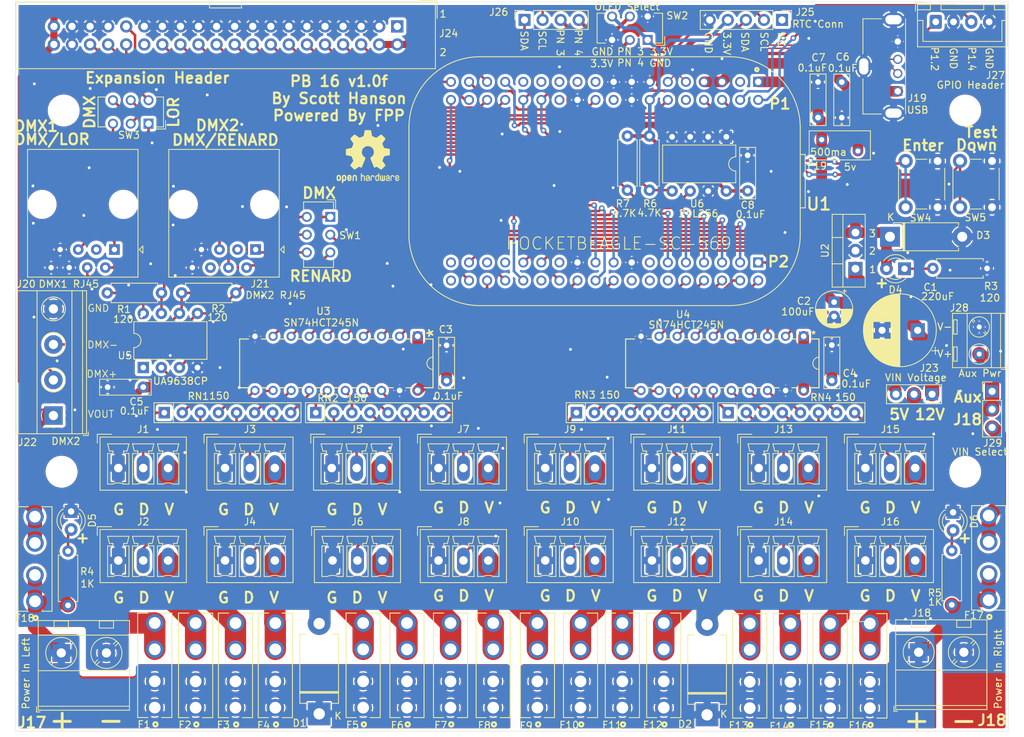
<source format=kicad_pcb>
(kicad_pcb (version 20171130) (host pcbnew "(5.1.4)-1")
  (title_block (title "PB 16") (date 2019-10-07) (rev v1.0f) (company "Scott Hanson"))
  (layers (0 F.Cu signal) (31 B.Cu signal) (34 B.Paste user) (35 F.Paste user) (36 B.SilkS user) (37 F.SilkS user) (38 B.Mask user) (39 F.Mask user) (44 Edge.Cuts user))
  (net 0 "")
  (net 1 GND)
  (net 2 +5V)
  (net 3 /VIN)
  (net 4 "Net-(RN1-Pad4)")
  (net 5 "Net-(RN1-Pad2)")
  (net 6 "Net-(RN2-Pad3)")
  (net 7 "Net-(RN2-Pad1)")
  (net 8 "Net-(RN1-Pad8)")
  (net 9 "Net-(RN1-Pad6)")
  (net 10 "Net-(RN2-Pad7)")
  (net 11 "Net-(RN2-Pad5)")
  (net 12 V_DMX)
  (net 13 VIN1)
  (net 14 "/Output 1-8/VOUT1")
  (net 15 "/Output 1-8/VOUT2")
  (net 16 "/Output 1-8/VOUT3")
  (net 17 "/Output 1-8/VOUT4")
  (net 18 "/Output 1-8/VOUT5")
  (net 19 "/Output 1-8/VOUT6")
  (net 20 "/Output 1-8/VOUT7")
  (net 21 VIN2)
  (net 22 "/Output 1-8/VOUT8")
  (net 23 "/Output 9-16/VOUT9")
  (net 24 "/Output 9-16/VOUT10")
  (net 25 "/Output 9-16/VOUT11")
  (net 26 "/Output 9-16/VOUT12")
  (net 27 "/Output 9-16/VOUT13")
  (net 28 "/Output 9-16/VOUT14")
  (net 29 "/Output 9-16/VOUT15")
  (net 30 "/Output 9-16/VOUT16")
  (net 31 "/Output 1-8/DOUT1")
  (net 32 "/Output 1-8/DOUT2")
  (net 33 "/Output 1-8/DOUT3")
  (net 34 "/Output 1-8/DOUT4")
  (net 35 "/Output 1-8/DOUT5")
  (net 36 "/Output 1-8/DOUT6")
  (net 37 "/Output 1-8/DOUT7")
  (net 38 "/Output 1-8/DOUT8")
  (net 39 "/Output 9-16/DOUT9")
  (net 40 "/Output 9-16/DOUT10")
  (net 41 "/Output 9-16/DOUT11")
  (net 42 "/Output 9-16/DOUT12")
  (net 43 "/Output 9-16/DOUT13")
  (net 44 "/Output 9-16/DOUT14")
  (net 45 "/Output 9-16/DOUT15")
  (net 46 "/Output 9-16/DOUT16")
  (net 47 /Serial/9V)
  (net 48 USB_D+)
  (net 49 USB_D-)
  (net 50 V_USB)
  (net 51 "Net-(RN3-Pad8)")
  (net 52 "Net-(RN3-Pad6)")
  (net 53 "Net-(RN3-Pad4)")
  (net 54 "Net-(RN3-Pad2)")
  (net 55 "Net-(RN4-Pad7)")
  (net 56 "Net-(RN4-Pad5)")
  (net 57 "Net-(RN4-Pad3)")
  (net 58 "Net-(RN4-Pad1)")
  (net 59 "Net-(U1-PadP2_36)")
  (net 60 "Net-(U1-PadP2_35)")
  (net 61 DATA14)
  (net 62 DATA12)
  (net 63 "Net-(U1-PadP2_31)")
  (net 64 DATA15)
  (net 65 DATA13)
  (net 66 DATA11)
  (net 67 "Net-(U1-PadP2_26)")
  (net 68 DATA10)
  (net 69 DATA9)
  (net 70 DATA1)
  (net 71 DATA2)
  (net 72 "Net-(U1-PadP2_16)")
  (net 73 "Net-(U1-PadP2_14)")
  (net 74 "Net-(U1-PadP1_24)")
  (net 75 "Net-(U1-PadP2_12)")
  (net 76 DATA3)
  (net 77 DATA4)
  (net 78 DATA5)
  (net 79 DATA6)
  (net 80 DATA7)
  (net 81 DATA8)
  (net 82 DATA16)
  (net 83 "Net-(U1-PadP1_27)")
  (net 84 "Net-(U1-PadP1_25)")
  (net 85 "Net-(U1-PadP1_23)")
  (net 86 "Net-(U1-PadP1_21)")
  (net 87 "Net-(U1-PadP1_19)")
  (net 88 "Net-(U1-PadP1_18)")
  (net 89 "Net-(U1-PadP1_10)")
  (net 90 "Net-(U1-PadP1_3)")
  (net 91 /Serial/DMX1-)
  (net 92 /Serial/DMX1+)
  (net 93 /Serial/DMX2-)
  (net 94 /Serial/DMX2+)
  (net 95 TXD1)
  (net 96 TXD2)
  (net 97 +3V3)
  (net 98 I2C_SDA)
  (net 99 I2C_SCL)
  (net 100 OUT32)
  (net 101 OUT24)
  (net 102 OUT31)
  (net 103 OUT23)
  (net 104 OUT30)
  (net 105 OUT22)
  (net 106 OUT21)
  (net 107 OUT20)
  (net 108 OUT27)
  (net 109 OUT19)
  (net 110 OUT26)
  (net 111 OUT18)
  (net 112 OUT25)
  (net 113 OUT17)
  (net 114 "Net-(U1-PadP2_13)")
  (net 115 "Net-(U1-PadP2_23)")
  (net 116 /12V)
  (net 117 "Net-(J24-Pad1)")
  (net 118 OUT29)
  (net 119 OUT28)
  (net 120 "Net-(J21-Pad3)")
  (net 121 "Net-(J25-Pad1)")
  (net 122 "Net-(U1-PadP2_29)")
  (net 123 "Net-(J21-Pad6)")
  (net 124 "Net-(J24-Pad30)")
  (net 125 "Net-(D5-Pad2)")
  (net 126 "Net-(D4-Pad1)")
  (net 127 "Net-(D6-Pad2)")
  (net 128 GPIO2)
  (net 129 GPIO1)
  (net 130 /OLED_Pin_4)
  (net 131 /OLED_Pin_3)
  (net 132 /VIN_Fuse)
  (net 133 "Net-(J20-Pad5)")
  (net 134 "Net-(J20-Pad4)")
  (net 135 "Net-(J20-Pad2)")
  (net 136 "Net-(J20-Pad1)")
  (net 137 "Net-(J21-Pad5)")
  (net 138 "Net-(J21-Pad4)")
  (net 139 "Net-(J21-Pad2)")
  (net 140 "Net-(J21-Pad1)")
  (net 141 BTN1)
  (net 142 BTN2)
  (module Fuse:Fuse_BelFuse_0ZRE0005FF_L8.3mm_W3.8mm (layer F.Cu) (at 193.051 72.0178 180)
    (fp_text reference F19 (at 5.75 -2.1) (layer F.SilkS))
    (fp_text value 500ma (at 4.15 -0.15) (layer F.SilkS))
    (pad 1 thru_hole circle (at 0 0 180) (size 1.27 1.27) (drill 0.71) (layers *.Cu *.Mask) (net 50 V_USB))
    (pad 2 thru_hole circle (at 5.1 1.6 180) (size 1.27 1.27) (drill 0.71) (layers *.Cu *.Mask) (net 2 +5V))
  )
  (module Resistor_THT:R_Axial_DIN0207_L6.3mm_D2.5mm_P7.62mm_Horizontal (layer F.Cu) (at 211.201 88.5178 180)
    (fp_text reference R3 (at -0.55 -2.5) (layer F.SilkS))
    (fp_text value 120 (at -0.4 -4.15) (layer F.SilkS))
    (pad 2 thru_hole oval (at 7.62 0 180) (size 1.6 1.6) (drill 0.8) (layers *.Cu *.Mask) (net 126 "Net-(D4-Pad1)"))
    (pad 1 thru_hole circle (at 0 0 180) (size 1.6 1.6) (drill 0.8) (layers *.Cu *.Mask) (net 1 GND))
  )
  (module Package_TO_SOT_THT:TO-220-3_Vertical (layer F.Cu) (at 192.701 88.5678 90)
    (fp_text reference U2 (at 2.54 -4.27 90) (layer F.SilkS))
    (fp_text value LM7805)
    (pad 3 thru_hole oval (at 5.08 0 90) (size 1.905 2) (drill 1.1) (layers *.Cu *.Mask) (net 2 +5V))
    (pad 2 thru_hole oval (at 2.54 0 90) (size 1.905 2) (drill 1.1) (layers *.Cu *.Mask) (net 1 GND))
    (pad 1 thru_hole rect (at 0 0 90) (size 1.905 2) (drill 1.1) (layers *.Cu *.Mask) (net 116 /12V))
  )
  (module Button_Switch_THT:SW_CuK_JS202011CQN_DPDT_Straight (layer F.Cu) (at 93.351 68.1678 180)
    (fp_text reference SW3 (at 2.75 -1.6) (layer F.SilkS))
    (fp_text value DMX_LOR_Select)
    (pad 6 thru_hole circle (at 5 3.3 180) (size 1.4 1.4) (drill 0.9) (layers *.Cu *.Mask) (net 135 "Net-(J20-Pad2)"))
    (pad 5 thru_hole circle (at 2.5 3.3 180) (size 1.4 1.4) (drill 0.9) (layers *.Cu *.Mask) (net 91 /Serial/DMX1-))
    (pad 4 thru_hole circle (at 0 3.3 180) (size 1.4 1.4) (drill 0.9) (layers *.Cu *.Mask) (net 133 "Net-(J20-Pad5)"))
    (pad 3 thru_hole circle (at 5 0 180) (size 1.4 1.4) (drill 0.9) (layers *.Cu *.Mask) (net 136 "Net-(J20-Pad1)"))
    (pad 2 thru_hole circle (at 2.5 0 180) (size 1.4 1.4) (drill 0.9) (layers *.Cu *.Mask) (net 92 /Serial/DMX1+))
    (pad 1 thru_hole rect (at 0 0 180) (size 1.4 1.4) (drill 0.9) (layers *.Cu *.Mask) (net 134 "Net-(J20-Pad4)"))
  )
  (module Button_Switch_THT:SW_PUSH_6mm (layer F.Cu) (at 211.901 73.4178 270)
    (fp_text reference SW5 (at 7.95 2.35 180) (layer F.SilkS))
    (fp_text value "Down BTN")
    (pad 1 thru_hole circle (at 6.5 0) (size 2 2) (drill 1.1) (layers *.Cu *.Mask) (net 1 GND))
    (pad 2 thru_hole circle (at 6.5 4.5) (size 2 2) (drill 1.1) (layers *.Cu *.Mask) (net 142 BTN2))
    (pad 1 thru_hole circle (at 0 0) (size 2 2) (drill 1.1) (layers *.Cu *.Mask) (net 1 GND))
    (pad 2 thru_hole circle (at 0 4.5) (size 2 2) (drill 1.1) (layers *.Cu *.Mask) (net 142 BTN2))
  )
  (module Button_Switch_THT:SW_PUSH_6mm (layer F.Cu) (at 204.251 73.4178 270)
    (fp_text reference SW4 (at 8 2.4 180) (layer F.SilkS))
    (fp_text value "Enter BTN")
    (pad 1 thru_hole circle (at 6.5 0) (size 2 2) (drill 1.1) (layers *.Cu *.Mask) (net 1 GND))
    (pad 2 thru_hole circle (at 6.5 4.5) (size 2 2) (drill 1.1) (layers *.Cu *.Mask) (net 141 BTN1))
    (pad 1 thru_hole circle (at 0 0) (size 2 2) (drill 1.1) (layers *.Cu *.Mask) (net 1 GND))
    (pad 2 thru_hole circle (at 0 4.5) (size 2 2) (drill 1.1) (layers *.Cu *.Mask) (net 141 BTN1))
  )
  (module LED_THT:LED_D3.0mm_Clear (layer F.Cu) (at 206.4222 122.831 270)
    (fp_text reference D6 (at 1.27 -2.96 90) (layer F.SilkS))
    (fp_text value "VIN2 LED")
    (pad 2 thru_hole circle (at 2.54 0 270) (size 1.8 1.8) (drill 0.9) (layers *.Cu *.Mask) (net 127 "Net-(D6-Pad2)"))
    (pad 1 thru_hole rect (at 0 0 270) (size 1.8 1.8) (drill 0.9) (layers *.Cu *.Mask) (net 1 GND))
  )
  (module LED_THT:LED_D3.0mm_Clear (layer F.Cu) (at 82.4702 122.704 270)
    (fp_text reference D5 (at 1.27 -2.96 90) (layer F.SilkS))
    (fp_text value "VIN1 LED")
    (pad 2 thru_hole circle (at 2.54 0 270) (size 1.8 1.8) (drill 0.9) (layers *.Cu *.Mask) (net 125 "Net-(D5-Pad2)"))
    (pad 1 thru_hole rect (at 0 0 270) (size 1.8 1.8) (drill 0.9) (layers *.Cu *.Mask) (net 1 GND))
  )
  (module LED_THT:LED_D3.0mm_Clear (layer F.Cu) (at 199.601 88.5678 180)
    (fp_text reference D4 (at 1.27 -2.96) (layer F.SilkS))
    (fp_text value "5V LED")
    (pad 2 thru_hole circle (at 2.54 0 180) (size 1.8 1.8) (drill 0.9) (layers *.Cu *.Mask) (net 2 +5V))
    (pad 1 thru_hole rect (at 0 0 180) (size 1.8 1.8) (drill 0.9) (layers *.Cu *.Mask) (net 126 "Net-(D4-Pad1)"))
  )
  (module Package_DIP:DIP-8_W7.62mm (layer F.Cu) (at 174.551 70.0178 270)
    (fp_text reference U6 (at 9.4 4.1 180) (layer F.SilkS))
    (fp_text value 24L256 (at 10.8 3.9 180) (layer F.SilkS))
    (pad 8 thru_hole oval (at 7.62 0 270) (size 1.6 1.6) (drill 0.8) (layers *.Cu *.Mask) (net 97 +3V3))
    (pad 4 thru_hole oval (at 0 7.62 270) (size 1.6 1.6) (drill 0.8) (layers *.Cu *.Mask) (net 1 GND))
    (pad 7 thru_hole oval (at 7.62 2.54 270) (size 1.6 1.6) (drill 0.8) (layers *.Cu *.Mask) (net 1 GND))
    (pad 3 thru_hole oval (at 0 5.08 270) (size 1.6 1.6) (drill 0.8) (layers *.Cu *.Mask) (net 1 GND))
    (pad 6 thru_hole oval (at 7.62 5.08 270) (size 1.6 1.6) (drill 0.8) (layers *.Cu *.Mask) (net 99 I2C_SCL))
    (pad 2 thru_hole oval (at 0 2.54 270) (size 1.6 1.6) (drill 0.8) (layers *.Cu *.Mask) (net 1 GND))
    (pad 5 thru_hole oval (at 7.62 7.62 270) (size 1.6 1.6) (drill 0.8) (layers *.Cu *.Mask) (net 98 I2C_SDA))
    (pad 1 thru_hole rect (at 0 0 270) (size 1.6 1.6) (drill 0.8) (layers *.Cu *.Mask) (net 1 GND))
  )
  (module Resistor_THT:R_Axial_DIN0207_L6.3mm_D2.5mm_P7.62mm_Horizontal (layer F.Cu) (at 160.651 77.5178 90)
    (fp_text reference R7 (at -1.9 -0.65 180) (layer F.SilkS))
    (fp_text value 4.7K (at -3.25 -0.45 180) (layer F.SilkS))
    (pad 2 thru_hole oval (at 7.62 0 90) (size 1.6 1.6) (drill 0.8) (layers *.Cu *.Mask) (net 97 +3V3))
    (pad 1 thru_hole circle (at 0 0 90) (size 1.6 1.6) (drill 0.8) (layers *.Cu *.Mask) (net 99 I2C_SCL))
  )
  (module Resistor_THT:R_Axial_DIN0207_L6.3mm_D2.5mm_P7.62mm_Horizontal (layer F.Cu) (at 163.751 77.5178 90)
    (fp_text reference R6 (at -1.9 0.1 180) (layer F.SilkS))
    (fp_text value 4.7K (at -3.2 0 180) (layer F.SilkS))
    (pad 2 thru_hole oval (at 7.62 0 90) (size 1.6 1.6) (drill 0.8) (layers *.Cu *.Mask) (net 97 +3V3))
    (pad 1 thru_hole circle (at 0 0 90) (size 1.6 1.6) (drill 0.8) (layers *.Cu *.Mask) (net 98 I2C_SDA))
  )
  (module Capacitor_THT:C_Rect_L7.0mm_W2.0mm_P5.00mm (layer F.Cu) (at 177.551 77.6178 90)
    (fp_text reference C8 (at -2 0 180) (layer F.SilkS))
    (fp_text value 0.1uF (at -3.3 0.4 180) (layer F.SilkS))
    (pad 2 thru_hole circle (at 5 0 90) (size 1.6 1.6) (drill 0.8) (layers *.Cu *.Mask) (net 1 GND))
    (pad 1 thru_hole circle (at 0 0 90) (size 1.6 1.6) (drill 0.8) (layers *.Cu *.Mask) (net 97 +3V3))
  )
  (module TerminalBlock_MetzConnect:TerminalBlock_MetzConnect_Type086_RT03402HBLC_1x02_P3.81mm_Horizontal (layer F.Cu) (at 210.101 100.5678 90)
    (fp_text reference J28 (at 6.5 -2.8 180) (layer F.SilkS))
    (fp_text value "Aux Pwr" (at -2.7 0.1 180) (layer F.SilkS))
    (pad 2 thru_hole circle (at 3.81 0 90) (size 1.4 1.4) (drill 0.7) (layers *.Cu *.Mask) (net 1 GND))
    (pad 1 thru_hole rect (at 0 0 90) (size 1.4 1.4) (drill 0.7) (layers *.Cu *.Mask) (net 3 /VIN))
  )
  (module Connector_PinHeader_2.54mm:PinHeader_1x03_P2.54mm_Vertical (layer F.Cu) (at 211.9086 105.813)
    (fp_text reference J29 (at 0.0762 7.2644) (layer F.SilkS))
    (fp_text value "VIN Select" (at -1.7272 8.509) (layer F.SilkS))
    (pad 3 thru_hole oval (at 0 5.08) (size 1.7 1.7) (drill 1) (layers *.Cu *.Mask) (net 132 /VIN_Fuse))
    (pad 2 thru_hole oval (at 0 2.54) (size 1.7 1.7) (drill 1) (layers *.Cu *.Mask) (net 3 /VIN))
    (pad 1 thru_hole rect (at 0 0) (size 1.7 1.7) (drill 1) (layers *.Cu *.Mask) (net 3 /VIN))
  )
  (module POCKETBEAGLE:BEAGLE_POCKETBEAGLE-SC-569 (layer F.Cu) (at 157.4457 76.2552 270)
    (fp_text reference U1 (at 3.2126 -30.1053 180) (layer F.SilkS) (effects (font (size 1.72032 1.72032) (thickness 0.3))))
    (fp_text value POCKETBEAGLE-SC-569 (at 8.7626 -2.0053 180) (layer F.SilkS) (effects (font (size 1.72009 1.72009) (thickness 0.127))))
    (pad P2_36 thru_hole circle (at 13.97 21.59 270) (size 1.408 1.408) (drill 0.9) (layers *.Cu *.Mask) (net 59 "Net-(U1-PadP2_36)"))
    (pad P2_35 thru_hole circle (at 11.43 21.59 270) (size 1.408 1.408) (drill 0.9) (layers *.Cu *.Mask) (net 60 "Net-(U1-PadP2_35)"))
    (pad P2_34 thru_hole circle (at 13.97 19.05 270) (size 1.408 1.408) (drill 0.9) (layers *.Cu *.Mask) (net 61 DATA14))
    (pad P2_33 thru_hole circle (at 11.43 19.05 270) (size 1.408 1.408) (drill 0.9) (layers *.Cu *.Mask) (net 62 DATA12))
    (pad P2_32 thru_hole circle (at 13.97 16.51 270) (size 1.408 1.408) (drill 0.9) (layers *.Cu *.Mask) (net 95 TXD1))
    (pad P2_31 thru_hole circle (at 11.43 16.51 270) (size 1.408 1.408) (drill 0.9) (layers *.Cu *.Mask) (net 63 "Net-(U1-PadP2_31)"))
    (pad P2_30 thru_hole circle (at 13.97 13.97 270) (size 1.408 1.408) (drill 0.9) (layers *.Cu *.Mask) (net 64 DATA15))
    (pad P2_29 thru_hole circle (at 11.43 13.97 270) (size 1.408 1.408) (drill 0.9) (layers *.Cu *.Mask) (net 122 "Net-(U1-PadP2_29)"))
    (pad P2_28 thru_hole circle (at 13.97 11.43 270) (size 1.408 1.408) (drill 0.9) (layers *.Cu *.Mask) (net 100 OUT32))
    (pad P2_27 thru_hole circle (at 11.43 11.43 270) (size 1.408 1.408) (drill 0.9) (layers *.Cu *.Mask) (net 66 DATA11))
    (pad P2_26 thru_hole circle (at 13.97 8.89 270) (size 1.408 1.408) (drill 0.9) (layers *.Cu *.Mask) (net 67 "Net-(U1-PadP2_26)"))
    (pad P2_25 thru_hole circle (at 11.43 8.89 270) (size 1.408 1.408) (drill 0.9) (layers *.Cu *.Mask) (net 68 DATA10))
    (pad P2_24 thru_hole circle (at 13.97 6.35 270) (size 1.408 1.408) (drill 0.9) (layers *.Cu *.Mask) (net 69 DATA9))
    (pad P2_23 thru_hole circle (at 11.43 6.35 270) (size 1.408 1.408) (drill 0.9) (layers *.Cu *.Mask) (net 115 "Net-(U1-PadP2_23)"))
    (pad P2_22 thru_hole circle (at 13.97 3.81 270) (size 1.408 1.408) (drill 0.9) (layers *.Cu *.Mask) (net 70 DATA1))
    (pad P2_21 thru_hole circle (at 11.43 3.81 270) (size 1.408 1.408) (drill 0.9) (layers *.Cu *.Mask) (net 1 GND))
    (pad P2_20 thru_hole circle (at 13.97 1.27 270) (size 1.408 1.408) (drill 0.9) (layers *.Cu *.Mask) (net 108 OUT27))
    (pad P2_19 thru_hole circle (at 11.43 1.27 270) (size 1.408 1.408) (drill 0.9) (layers *.Cu *.Mask) (net 110 OUT26))
    (pad P2_18 thru_hole circle (at 13.97 -1.27 270) (size 1.408 1.408) (drill 0.9) (layers *.Cu *.Mask) (net 71 DATA2))
    (pad P2_17 thru_hole circle (at 11.43 -1.27 270) (size 1.408 1.408) (drill 0.9) (layers *.Cu *.Mask) (net 119 OUT28))
    (pad P2_16 thru_hole circle (at 13.97 -3.81 270) (size 1.408 1.408) (drill 0.9) (layers *.Cu *.Mask) (net 72 "Net-(U1-PadP2_16)"))
    (pad P2_15 thru_hole circle (at 11.43 -3.81 270) (size 1.408 1.408) (drill 0.9) (layers *.Cu *.Mask) (net 1 GND))
    (pad P2_14 thru_hole circle (at 13.97 -6.35 270) (size 1.408 1.408) (drill 0.9) (layers *.Cu *.Mask) (net 73 "Net-(U1-PadP2_14)"))
    (pad P2_13 thru_hole circle (at 11.43 -6.35 270) (size 1.408 1.408) (drill 0.9) (layers *.Cu *.Mask) (net 114 "Net-(U1-PadP2_13)"))
    (pad P2_12 thru_hole circle (at 13.97 -8.89 270) (size 1.408 1.408) (drill 0.9) (layers *.Cu *.Mask) (net 75 "Net-(U1-PadP2_12)"))
    (pad P2_11 thru_hole circle (at 11.43 -8.89 270) (size 1.408 1.408) (drill 0.9) (layers *.Cu *.Mask) (net 112 OUT25))
    (pad P2_10 thru_hole circle (at 13.97 -11.43 270) (size 1.408 1.408) (drill 0.9) (layers *.Cu *.Mask) (net 76 DATA3))
    (pad P2_9 thru_hole circle (at 11.43 -11.43 270) (size 1.408 1.408) (drill 0.9) (layers *.Cu *.Mask) (net 101 OUT24))
    (pad P2_8 thru_hole circle (at 13.97 -13.97 270) (size 1.408 1.408) (drill 0.9) (layers *.Cu *.Mask) (net 77 DATA4))
    (pad P2_7 thru_hole circle (at 11.43 -13.97 270) (size 1.408 1.408) (drill 0.9) (layers *.Cu *.Mask) (net 118 OUT29))
    (pad P2_6 thru_hole circle (at 13.97 -16.51 270) (size 1.408 1.408) (drill 0.9) (layers *.Cu *.Mask) (net 78 DATA5))
    (pad P2_5 thru_hole circle (at 11.43 -16.51 270) (size 1.408 1.408) (drill 0.9) (layers *.Cu *.Mask) (net 104 OUT30))
    (pad P2_4 thru_hole circle (at 13.97 -19.05 270) (size 1.408 1.408) (drill 0.9) (layers *.Cu *.Mask) (net 79 DATA6))
    (pad P2_3 thru_hole circle (at 11.43 -19.05 270) (size 1.408 1.408) (drill 0.9) (layers *.Cu *.Mask) (net 102 OUT31))
    (pad P2_2 thru_hole circle (at 13.97 -21.59 270) (size 1.408 1.408) (drill 0.9) (layers *.Cu *.Mask) (net 80 DATA7))
    (pad P2_1 thru_hole rect (at 11.43 -21.59 270) (size 1.408 1.408) (drill 0.9) (layers *.Cu *.Mask) (net 81 DATA8))
    (pad P1_36 thru_hole circle (at -11.43 21.59 270) (size 1.408 1.408) (drill 0.9) (layers *.Cu *.Mask) (net 96 TXD2))
    (pad P1_35 thru_hole circle (at -13.97 21.59 270) (size 1.408 1.408) (drill 0.9) (layers *.Cu *.Mask) (net 111 OUT18))
    (pad P1_34 thru_hole circle (at -11.43 19.05 270) (size 1.408 1.408) (drill 0.9) (layers *.Cu *.Mask) (net 109 OUT19))
    (pad P1_33 thru_hole circle (at -13.97 19.05 270) (size 1.408 1.408) (drill 0.9) (layers *.Cu *.Mask) (net 82 DATA16))
    (pad P1_32 thru_hole circle (at -11.43 16.51 270) (size 1.408 1.408) (drill 0.9) (layers *.Cu *.Mask) (net 107 OUT20))
    (pad P1_31 thru_hole circle (at -13.97 16.51 270) (size 1.408 1.408) (drill 0.9) (layers *.Cu *.Mask) (net 113 OUT17))
    (pad P1_30 thru_hole circle (at -11.43 13.97 270) (size 1.408 1.408) (drill 0.9) (layers *.Cu *.Mask) (net 106 OUT21))
    (pad P1_29 thru_hole circle (at -13.97 13.97 270) (size 1.408 1.408) (drill 0.9) (layers *.Cu *.Mask) (net 65 DATA13))
    (pad P1_28 thru_hole circle (at -11.43 11.43 270) (size 1.408 1.408) (drill 0.9) (layers *.Cu *.Mask) (net 99 I2C_SCL))
    (pad P1_27 thru_hole circle (at -13.97 11.43 270) (size 1.408 1.408) (drill 0.9) (layers *.Cu *.Mask) (net 83 "Net-(U1-PadP1_27)"))
    (pad P1_26 thru_hole circle (at -11.43 8.89 270) (size 1.408 1.408) (drill 0.9) (layers *.Cu *.Mask) (net 98 I2C_SDA))
    (pad P1_25 thru_hole circle (at -13.97 8.89 270) (size 1.408 1.408) (drill 0.9) (layers *.Cu *.Mask) (net 84 "Net-(U1-PadP1_25)"))
    (pad P1_24 thru_hole circle (at -11.43 6.35 270) (size 1.408 1.408) (drill 0.9) (layers *.Cu *.Mask) (net 74 "Net-(U1-PadP1_24)"))
    (pad P1_23 thru_hole circle (at -13.97 6.35 270) (size 1.408 1.408) (drill 0.9) (layers *.Cu *.Mask) (net 85 "Net-(U1-PadP1_23)"))
    (pad P1_22 thru_hole circle (at -11.43 3.81 270) (size 1.408 1.408) (drill 0.9) (layers *.Cu *.Mask) (net 1 GND))
    (pad P1_21 thru_hole circle (at -13.97 3.81 270) (size 1.408 1.408) (drill 0.9) (layers *.Cu *.Mask) (net 86 "Net-(U1-PadP1_21)"))
    (pad P1_20 thru_hole circle (at -11.43 1.27 270) (size 1.408 1.408) (drill 0.9) (layers *.Cu *.Mask) (net 105 OUT22))
    (pad P1_19 thru_hole circle (at -13.97 1.27 270) (size 1.408 1.408) (drill 0.9) (layers *.Cu *.Mask) (net 87 "Net-(U1-PadP1_19)"))
    (pad P1_18 thru_hole circle (at -11.43 -1.27 270) (size 1.408 1.408) (drill 0.9) (layers *.Cu *.Mask) (net 88 "Net-(U1-PadP1_18)"))
    (pad P1_17 thru_hole circle (at -13.97 -1.27 270) (size 1.408 1.408) (drill 0.9) (layers *.Cu *.Mask) (net 1 GND))
    (pad P1_16 thru_hole circle (at -11.43 -3.81 270) (size 1.408 1.408) (drill 0.9) (layers *.Cu *.Mask) (net 1 GND))
    (pad P1_15 thru_hole circle (at -13.97 -3.81 270) (size 1.408 1.408) (drill 0.9) (layers *.Cu *.Mask) (net 1 GND))
    (pad P1_14 thru_hole circle (at -11.43 -6.35 270) (size 1.408 1.408) (drill 0.9) (layers *.Cu *.Mask) (net 97 +3V3))
    (pad P1_13 thru_hole circle (at -13.97 -6.35 270) (size 1.408 1.408) (drill 0.9) (layers *.Cu *.Mask) (net 1 GND))
    (pad P1_12 thru_hole circle (at -11.43 -8.89 270) (size 1.408 1.408) (drill 0.9) (layers *.Cu *.Mask) (net 103 OUT23))
    (pad P1_11 thru_hole circle (at -13.97 -8.89 270) (size 1.408 1.408) (drill 0.9) (layers *.Cu *.Mask) (net 48 USB_D+))
    (pad P1_10 thru_hole circle (at -11.43 -11.43 270) (size 1.408 1.408) (drill 0.9) (layers *.Cu *.Mask) (net 89 "Net-(U1-PadP1_10)"))
    (pad P1_9 thru_hole circle (at -13.97 -11.43 270) (size 1.408 1.408) (drill 0.9) (layers *.Cu *.Mask) (net 49 USB_D-))
    (pad P1_8 thru_hole circle (at -11.43 -13.97 270) (size 1.408 1.408) (drill 0.9) (layers *.Cu *.Mask) (net 142 BTN2))
    (pad P1_7 thru_hole circle (at -13.97 -13.97 270) (size 1.408 1.408) (drill 0.9) (layers *.Cu *.Mask) (net 50 V_USB))
    (pad P1_6 thru_hole circle (at -11.43 -16.51 270) (size 1.408 1.408) (drill 0.9) (layers *.Cu *.Mask) (net 141 BTN1))
    (pad P1_5 thru_hole circle (at -13.97 -16.51 270) (size 1.408 1.408) (drill 0.9) (layers *.Cu *.Mask) (net 50 V_USB))
    (pad P1_4 thru_hole circle (at -11.43 -19.05 270) (size 1.408 1.408) (drill 0.9) (layers *.Cu *.Mask) (net 128 GPIO2))
    (pad P1_3 thru_hole circle (at -13.97 -19.05 270) (size 1.408 1.408) (drill 0.9) (layers *.Cu *.Mask) (net 90 "Net-(U1-PadP1_3)"))
    (pad P1_2 thru_hole circle (at -11.43 -21.59 270) (size 1.408 1.408) (drill 0.9) (layers *.Cu *.Mask) (net 129 GPIO1))
    (pad P1_1 thru_hole rect (at -13.97 -21.59 270) (size 1.408 1.408) (drill 0.9) (layers *.Cu *.Mask) (net 2 +5V))
  )
  (module Resistor_THT:R_Axial_DIN0207_L6.3mm_D2.5mm_P7.62mm_Horizontal (layer F.Cu) (at 87.551 91.9678)
    (fp_text reference R1 (at 2.35 2.3) (layer F.SilkS))
    (fp_text value 120 (at 2.25 3.7) (layer F.SilkS))
    (pad 2 thru_hole oval (at 7.62 0) (size 1.6 1.6) (drill 0.8) (layers *.Cu *.Mask) (net 91 /Serial/DMX1-))
    (pad 1 thru_hole circle (at 0 0) (size 1.6 1.6) (drill 0.8) (layers *.Cu *.Mask) (net 92 /Serial/DMX1+))
  )
  (module Button_Switch_THT:SW_CuK_JS202011CQN_DPDT_Straight (layer F.Cu) (at 163.4962 56.3846 180)
    (fp_text reference SW2 (at -4.1656 3.4036) (layer F.SilkS))
    (fp_text value "OLED Select")
    (pad 6 thru_hole circle (at 5 3.3 180) (size 1.4 1.4) (drill 0.9) (layers *.Cu *.Mask) (net 97 +3V3))
    (pad 5 thru_hole circle (at 2.5 3.3 180) (size 1.4 1.4) (drill 0.9) (layers *.Cu *.Mask) (net 130 /OLED_Pin_4))
    (pad 4 thru_hole circle (at 0 3.3 180) (size 1.4 1.4) (drill 0.9) (layers *.Cu *.Mask) (net 1 GND))
    (pad 3 thru_hole circle (at 5 0 180) (size 1.4 1.4) (drill 0.9) (layers *.Cu *.Mask) (net 1 GND))
    (pad 2 thru_hole circle (at 2.5 0 180) (size 1.4 1.4) (drill 0.9) (layers *.Cu *.Mask) (net 131 /OLED_Pin_3))
    (pad 1 thru_hole rect (at 0 0 180) (size 1.4 1.4) (drill 0.9) (layers *.Cu *.Mask) (net 97 +3V3))
  )
  (module Connector_PinHeader_2.54mm:PinHeader_1x03_P2.54mm_Vertical (layer F.Cu) (at 203.4758 106.2194 270)
    (fp_text reference J23 (at -3.683 0.4064) (layer F.SilkS))
    (fp_text value "VIN Voltage" (at -2.3368 2.286) (layer F.SilkS))
    (pad 3 thru_hole oval (at 0 5.08 270) (size 1.7 1.7) (drill 1) (layers *.Cu *.Mask) (net 2 +5V))
    (pad 2 thru_hole oval (at 0 2.54 270) (size 1.7 1.7) (drill 1) (layers *.Cu *.Mask) (net 3 /VIN))
    (pad 1 thru_hole rect (at 0 0 270) (size 1.7 1.7) (drill 1) (layers *.Cu *.Mask) (net 116 /12V))
  )
  (module Connector_USB:USB_A_Molex_105057_Vertical (layer F.Cu) (at 198.6498 63.6136 90)
    (fp_text reference J19 (at -0.9498 2.7432 180) (layer F.SilkS))
    (fp_text value USB (at -2.6262 2.794 180) (layer F.SilkS))
    (pad 5 thru_hole oval (at 3.5 -4.78 180) (size 1.9 2.9) (drill oval 1.3 2.3) (layers *.Cu *.Mask) (net 1 GND))
    (pad 5 thru_hole oval (at 10.07 -0.6 90) (size 1.9 2.9) (drill oval 1.3 2.3) (layers *.Cu *.Mask) (net 1 GND))
    (pad 5 thru_hole oval (at -3.07 -0.6 270) (size 1.9 2.9) (drill oval 1.3 2.3) (layers *.Cu *.Mask) (net 1 GND))
    (pad 4 thru_hole circle (at 7 0 90) (size 1.3 1.3) (drill 0.9) (layers *.Cu *.Mask) (net 1 GND))
    (pad 3 thru_hole circle (at 4.5 0 90) (size 1.3 1.3) (drill 0.9) (layers *.Cu *.Mask) (net 48 USB_D+))
    (pad 2 thru_hole circle (at 2.5 0 90) (size 1.3 1.3) (drill 0.9) (layers *.Cu *.Mask) (net 49 USB_D-))
    (pad 1 thru_hole rect (at 0 0 90) (size 1.3 1.3) (drill 0.9) (layers *.Cu *.Mask) (net 50 V_USB))
  )
  (module Connector_JST:JST_XH_B4B-XH-A_1x04_P2.50mm_Vertical (layer F.Cu) (at 203.9838 53.8446)
    (fp_text reference J27 (at 8.382 7.5184) (layer F.SilkS))
    (fp_text value "GPIO Header" (at 4.8768 8.89) (layer F.SilkS))
    (pad 4 thru_hole oval (at 7.5 0) (size 1.7 1.95) (drill 0.95) (layers *.Cu *.Mask) (net 1 GND))
    (pad 3 thru_hole oval (at 5 0) (size 1.7 1.95) (drill 0.95) (layers *.Cu *.Mask) (net 128 GPIO2))
    (pad 2 thru_hole oval (at 2.5 0) (size 1.7 1.95) (drill 0.95) (layers *.Cu *.Mask) (net 1 GND))
    (pad 1 thru_hole roundrect (at 0 0) (size 1.7 1.95) (drill 0.95) (layers *.Cu *.Mask) (roundrect_rratio 0.147059) (net 129 GPIO1))
  )
  (module Keystone_Fuse:FUSE_3544-2 (layer F.Cu) (at 211.426 129.2318 90)
    (fp_text reference F17 (at -8.0772 -2.0828) (layer F.SilkS))
    (fp_text value 3544-2)
    (pad 2_2 thru_hole circle (at 5.95 0 90) (size 2.475 2.475) (drill 1.65) (layers *.Cu *.Mask) (net 132 /VIN_Fuse))
    (pad 1_1 thru_hole circle (at -5.95 0 90) (size 2.475 2.475) (drill 1.65) (layers *.Cu *.Mask) (net 21 VIN2))
    (pad 2_1 thru_hole circle (at 2.25 0 90) (size 2.475 2.475) (drill 1.65) (layers *.Cu *.Mask) (net 132 /VIN_Fuse))
    (pad 1_2 thru_hole circle (at -2.25 0 90) (size 2.475 2.475) (drill 1.65) (layers *.Cu *.Mask) (net 21 VIN2))
  )
  (module Resistor_THT:R_Axial_DIN0207_L6.3mm_D2.5mm_P7.62mm_Horizontal (layer F.Cu) (at 206.2444 128.2158 270)
    (fp_text reference R5 (at 5.9436 2.3876 180) (layer F.SilkS))
    (fp_text value 1K (at 7.2136 2.3368 180) (layer F.SilkS))
    (pad 2 thru_hole oval (at 7.62 0 270) (size 1.6 1.6) (drill 0.8) (layers *.Cu *.Mask) (net 21 VIN2))
    (pad 1 thru_hole circle (at 0 0 270) (size 1.6 1.6) (drill 0.8) (layers *.Cu *.Mask) (net 127 "Net-(D6-Pad2)"))
  )
  (module Resistor_THT:R_Axial_DIN0207_L6.3mm_D2.5mm_P7.62mm_Horizontal (layer F.Cu) (at 82.0384 128.292 270)
    (fp_text reference R4 (at 2.86 -2.68 180) (layer F.SilkS))
    (fp_text value 1K (at 4.59 -2.73 180) (layer F.SilkS))
    (pad 2 thru_hole oval (at 7.62 0 270) (size 1.6 1.6) (drill 0.8) (layers *.Cu *.Mask) (net 13 VIN1))
    (pad 1 thru_hole circle (at 0 0 270) (size 1.6 1.6) (drill 0.8) (layers *.Cu *.Mask) (net 125 "Net-(D5-Pad2)"))
  )
  (module Connector_RJ:RJ45_Amphenol_54602-x08_Horizontal (layer F.Cu) (at 88.551 85.8678 180)
    (fp_text reference J20 (at 12.4 -4.85 180) (layer F.SilkS))
    (fp_text value "DMX1 RJ45" (at 6.4 -4.85 180) (layer F.SilkS))
    (pad 8 thru_hole circle (at 8.89 -2.54 180) (size 1.5 1.5) (drill 0.76) (layers *.Cu *.Mask) (net 1 GND))
    (pad 7 thru_hole circle (at 7.62 0 180) (size 1.5 1.5) (drill 0.76) (layers *.Cu *.Mask) (net 1 GND))
    (pad 6 thru_hole circle (at 6.35 -2.54 180) (size 1.5 1.5) (drill 0.76) (layers *.Cu *.Mask) (net 1 GND))
    (pad 5 thru_hole circle (at 5.08 0 180) (size 1.5 1.5) (drill 0.76) (layers *.Cu *.Mask) (net 133 "Net-(J20-Pad5)"))
    (pad 4 thru_hole circle (at 3.81 -2.54 180) (size 1.5 1.5) (drill 0.76) (layers *.Cu *.Mask) (net 134 "Net-(J20-Pad4)"))
    (pad 3 thru_hole circle (at 2.54 0 180) (size 1.5 1.5) (drill 0.76) (layers *.Cu *.Mask) (net 47 /Serial/9V))
    (pad 2 thru_hole circle (at 1.27 -2.54 180) (size 1.5 1.5) (drill 0.76) (layers *.Cu *.Mask) (net 135 "Net-(J20-Pad2)"))
    (pad 1 thru_hole rect (at 0 0 180) (size 1.5 1.5) (drill 0.76) (layers *.Cu *.Mask) (net 136 "Net-(J20-Pad1)"))
    (pad "" np_thru_hole circle (at -1.27 6.35 180) (size 3.302 3.302) (drill 3.302) (layers *.Cu *.Mask))
    (pad "" np_thru_hole circle (at 10.16 6.35 180) (size 3.302 3.302) (drill 3.302) (layers *.Cu *.Mask))
  )
  (module Connector_PinSocket_2.54mm:PinSocket_1x04_P2.54mm_Vertical (layer F.Cu) (at 146.1926 53.5786 90)
    (fp_text reference J26 (at 1.1056 -3.626 180) (layer F.SilkS))
    (fp_text value "OLED Select" (at 1.8676 14.408 180) (layer F.SilkS))
    (pad 4 thru_hole oval (at 0 7.62 90) (size 1.7 1.7) (drill 1) (layers *.Cu *.Mask) (net 130 /OLED_Pin_4))
    (pad 3 thru_hole oval (at 0 5.08 90) (size 1.7 1.7) (drill 1) (layers *.Cu *.Mask) (net 131 /OLED_Pin_3))
    (pad 2 thru_hole oval (at 0 2.54 90) (size 1.7 1.7) (drill 1) (layers *.Cu *.Mask) (net 99 I2C_SCL))
    (pad 1 thru_hole rect (at 0 0 90) (size 1.7 1.7) (drill 1) (layers *.Cu *.Mask) (net 98 I2C_SDA))
  )
  (module Symbol:OSHW-Logo2_9.8x8mm_SilkScreen (layer F.Cu) (at 124.177 72.793)
    (fp_text reference REF** hide)
    (fp_text value OSHW-Logo2_9.8x8mm_SilkScreen hide)
  )
  (module Connector_RJ:RJ45_Amphenol_54602-x08_Horizontal (layer F.Cu) (at 108.401 85.8678 180)
    (fp_text reference J21 (at -0.635 -4.826 180) (layer F.SilkS))
    (fp_text value "DMX2 RJ45" (at -2.8194 -6.4262 180) (layer F.SilkS))
    (pad 8 thru_hole circle (at 8.89 -2.54 180) (size 1.5 1.5) (drill 0.76) (layers *.Cu *.Mask) (net 1 GND))
    (pad 7 thru_hole circle (at 7.62 0 180) (size 1.5 1.5) (drill 0.76) (layers *.Cu *.Mask) (net 1 GND))
    (pad 6 thru_hole circle (at 6.35 -2.54 180) (size 1.5 1.5) (drill 0.76) (layers *.Cu *.Mask) (net 123 "Net-(J21-Pad6)"))
    (pad 5 thru_hole circle (at 5.08 0 180) (size 1.5 1.5) (drill 0.76) (layers *.Cu *.Mask) (net 137 "Net-(J21-Pad5)"))
    (pad 4 thru_hole circle (at 3.81 -2.54 180) (size 1.5 1.5) (drill 0.76) (layers *.Cu *.Mask) (net 138 "Net-(J21-Pad4)"))
    (pad 3 thru_hole circle (at 2.54 0 180) (size 1.5 1.5) (drill 0.76) (layers *.Cu *.Mask) (net 120 "Net-(J21-Pad3)"))
    (pad 2 thru_hole circle (at 1.27 -2.54 180) (size 1.5 1.5) (drill 0.76) (layers *.Cu *.Mask) (net 139 "Net-(J21-Pad2)"))
    (pad 1 thru_hole rect (at 0 0 180) (size 1.5 1.5) (drill 0.76) (layers *.Cu *.Mask) (net 140 "Net-(J21-Pad1)"))
    (pad "" np_thru_hole circle (at -1.27 6.35 180) (size 3.302 3.302) (drill 3.302) (layers *.Cu *.Mask))
    (pad "" np_thru_hole circle (at 10.16 6.35 180) (size 3.302 3.302) (drill 3.302) (layers *.Cu *.Mask))
  )
  (module Button_Switch_THT:SW_CuK_JS202011CQN_DPDT_Straight (layer F.Cu) (at 118.8938 81.2766 270)
    (fp_text reference SW1 (at 2.6162 -2.794 180) (layer F.SilkS))
    (fp_text value DMX_Renard_Select)
    (pad 6 thru_hole circle (at 5 3.3 270) (size 1.4 1.4) (drill 0.9) (layers *.Cu *.Mask) (net 140 "Net-(J21-Pad1)"))
    (pad 5 thru_hole circle (at 2.5 3.3 270) (size 1.4 1.4) (drill 0.9) (layers *.Cu *.Mask) (net 94 /Serial/DMX2+))
    (pad 4 thru_hole circle (at 0 3.3 270) (size 1.4 1.4) (drill 0.9) (layers *.Cu *.Mask) (net 137 "Net-(J21-Pad5)"))
    (pad 3 thru_hole circle (at 5 0 270) (size 1.4 1.4) (drill 0.9) (layers *.Cu *.Mask) (net 139 "Net-(J21-Pad2)"))
    (pad 2 thru_hole circle (at 2.5 0 270) (size 1.4 1.4) (drill 0.9) (layers *.Cu *.Mask) (net 93 /Serial/DMX2-))
    (pad 1 thru_hole rect (at 0 0 270) (size 1.4 1.4) (drill 0.9) (layers *.Cu *.Mask) (net 138 "Net-(J21-Pad4)"))
  )
  (module SN74HCT245N:SN74HCT245N (layer F.Cu) (at 162.5626 105.6886 270)
    (fp_text reference U4 (at -10.696 -5.912 180) (layer F.SilkS))
    (fp_text value SN74HCT245N (at -9.2228 -6.3692 180) (layer F.SilkS))
    (fp_text user * (at -7.83 -24.25 180) (layer F.SilkS))
    (pad 1 thru_hole rect (at -7.62 -22.86 270) (size 1.2954 1.2954) (drill 0.7874) (layers *.Cu *.Mask) (net 2 +5V))
    (pad 2 thru_hole circle (at -7.62 -20.32 270) (size 1.2954 1.2954) (drill 0.7874) (layers *.Cu *.Mask) (net 82 DATA16))
    (pad 3 thru_hole circle (at -7.62 -17.78 270) (size 1.2954 1.2954) (drill 0.7874) (layers *.Cu *.Mask) (net 64 DATA15))
    (pad 4 thru_hole circle (at -7.62 -15.24 270) (size 1.2954 1.2954) (drill 0.7874) (layers *.Cu *.Mask) (net 61 DATA14))
    (pad 5 thru_hole circle (at -7.62 -12.7 270) (size 1.2954 1.2954) (drill 0.7874) (layers *.Cu *.Mask) (net 65 DATA13))
    (pad 6 thru_hole circle (at -7.62 -10.16 270) (size 1.2954 1.2954) (drill 0.7874) (layers *.Cu *.Mask) (net 62 DATA12))
    (pad 7 thru_hole circle (at -7.62 -7.62 270) (size 1.2954 1.2954) (drill 0.7874) (layers *.Cu *.Mask) (net 66 DATA11))
    (pad 8 thru_hole circle (at -7.62 -5.08 270) (size 1.2954 1.2954) (drill 0.7874) (layers *.Cu *.Mask) (net 68 DATA10))
    (pad 9 thru_hole circle (at -7.62 -2.54 270) (size 1.2954 1.2954) (drill 0.7874) (layers *.Cu *.Mask) (net 69 DATA9))
    (pad 10 thru_hole circle (at -7.62 0 270) (size 1.2954 1.2954) (drill 0.7874) (layers *.Cu *.Mask) (net 1 GND))
    (pad 11 thru_hole circle (at 0 0 270) (size 1.2954 1.2954) (drill 0.7874) (layers *.Cu *.Mask) (net 54 "Net-(RN3-Pad2)"))
    (pad 12 thru_hole circle (at 0 -2.54 270) (size 1.2954 1.2954) (drill 0.7874) (layers *.Cu *.Mask) (net 53 "Net-(RN3-Pad4)"))
    (pad 13 thru_hole circle (at 0 -5.08 270) (size 1.2954 1.2954) (drill 0.7874) (layers *.Cu *.Mask) (net 52 "Net-(RN3-Pad6)"))
    (pad 14 thru_hole circle (at 0 -7.62 270) (size 1.2954 1.2954) (drill 0.7874) (layers *.Cu *.Mask) (net 51 "Net-(RN3-Pad8)"))
    (pad 15 thru_hole circle (at 0 -10.16 270) (size 1.2954 1.2954) (drill 0.7874) (layers *.Cu *.Mask) (net 58 "Net-(RN4-Pad1)"))
    (pad 16 thru_hole circle (at 0 -12.7 270) (size 1.2954 1.2954) (drill 0.7874) (layers *.Cu *.Mask) (net 57 "Net-(RN4-Pad3)"))
    (pad 17 thru_hole circle (at 0 -15.24 270) (size 1.2954 1.2954) (drill 0.7874) (layers *.Cu *.Mask) (net 56 "Net-(RN4-Pad5)"))
    (pad 18 thru_hole circle (at 0 -17.78 270) (size 1.2954 1.2954) (drill 0.7874) (layers *.Cu *.Mask) (net 55 "Net-(RN4-Pad7)"))
    (pad 19 thru_hole circle (at 0 -20.32 270) (size 1.2954 1.2954) (drill 0.7874) (layers *.Cu *.Mask) (net 1 GND))
    (pad 20 thru_hole circle (at 0 -22.86 270) (size 1.2954 1.2954) (drill 0.7874) (layers *.Cu *.Mask) (net 2 +5V))
  )
  (module SN74HCT245N:SN74HCT245N (layer F.Cu) (at 108.3126 105.6886 270)
    (fp_text reference U3 (at -11.1532 -9.616 180) (layer F.SilkS))
    (fp_text value SN74HCT245N (at -9.5276 -9.3112 180) (layer F.SilkS))
    (fp_text user * (at -8.08 -25.15 90) (layer F.SilkS) (effects (font (size 1.778 1.778) (thickness 0.25))))
    (pad 20 thru_hole circle (at 0 -22.86 270) (size 1.2954 1.2954) (drill 0.7874) (layers *.Cu *.Mask) (net 2 +5V))
    (pad 19 thru_hole circle (at 0 -20.32 270) (size 1.2954 1.2954) (drill 0.7874) (layers *.Cu *.Mask) (net 1 GND))
    (pad 18 thru_hole circle (at 0 -17.78 270) (size 1.2954 1.2954) (drill 0.7874) (layers *.Cu *.Mask) (net 10 "Net-(RN2-Pad7)"))
    (pad 17 thru_hole circle (at 0 -15.24 270) (size 1.2954 1.2954) (drill 0.7874) (layers *.Cu *.Mask) (net 11 "Net-(RN2-Pad5)"))
    (pad 16 thru_hole circle (at 0 -12.7 270) (size 1.2954 1.2954) (drill 0.7874) (layers *.Cu *.Mask) (net 6 "Net-(RN2-Pad3)"))
    (pad 15 thru_hole circle (at 0 -10.16 270) (size 1.2954 1.2954) (drill 0.7874) (layers *.Cu *.Mask) (net 7 "Net-(RN2-Pad1)"))
    (pad 14 thru_hole circle (at 0 -7.62 270) (size 1.2954 1.2954) (drill 0.7874) (layers *.Cu *.Mask) (net 8 "Net-(RN1-Pad8)"))
    (pad 13 thru_hole circle (at 0 -5.08 270) (size 1.2954 1.2954) (drill 0.7874) (layers *.Cu *.Mask) (net 9 "Net-(RN1-Pad6)"))
    (pad 12 thru_hole circle (at 0 -2.54 270) (size 1.2954 1.2954) (drill 0.7874) (layers *.Cu *.Mask) (net 4 "Net-(RN1-Pad4)"))
    (pad 11 thru_hole circle (at 0 0 270) (size 1.2954 1.2954) (drill 0.7874) (layers *.Cu *.Mask) (net 5 "Net-(RN1-Pad2)"))
    (pad 10 thru_hole circle (at -7.62 0 270) (size 1.2954 1.2954) (drill 0.7874) (layers *.Cu *.Mask) (net 1 GND))
    (pad 9 thru_hole circle (at -7.62 -2.54 270) (size 1.2954 1.2954) (drill 0.7874) (layers *.Cu *.Mask) (net 70 DATA1))
    (pad 8 thru_hole circle (at -7.62 -5.08 270) (size 1.2954 1.2954) (drill 0.7874) (layers *.Cu *.Mask) (net 71 DATA2))
    (pad 7 thru_hole circle (at -7.62 -7.62 270) (size 1.2954 1.2954) (drill 0.7874) (layers *.Cu *.Mask) (net 76 DATA3))
    (pad 6 thru_hole circle (at -7.62 -10.16 270) (size 1.2954 1.2954) (drill 0.7874) (layers *.Cu *.Mask) (net 77 DATA4))
    (pad 5 thru_hole circle (at -7.62 -12.7 270) (size 1.2954 1.2954) (drill 0.7874) (layers *.Cu *.Mask) (net 78 DATA5))
    (pad 4 thru_hole circle (at -7.62 -15.24 270) (size 1.2954 1.2954) (drill 0.7874) (layers *.Cu *.Mask) (net 79 DATA6))
    (pad 3 thru_hole circle (at -7.62 -17.78 270) (size 1.2954 1.2954) (drill 0.7874) (layers *.Cu *.Mask) (net 80 DATA7))
    (pad 2 thru_hole circle (at -7.62 -20.32 270) (size 1.2954 1.2954) (drill 0.7874) (layers *.Cu *.Mask) (net 81 DATA8))
    (pad 1 thru_hole rect (at -7.62 -22.86 270) (size 1.2954 1.2954) (drill 0.7874) (layers *.Cu *.Mask) (net 2 +5V))
  )
  (module Capacitor_THT:CP_Radial_D10.0mm_P5.00mm (layer F.Cu) (at 201.4438 97.2278 180)
    (fp_text reference C1 (at -1.8072 6.06) (layer F.SilkS))
    (fp_text value 220uF (at -2.8072 4.76) (layer F.SilkS))
    (pad 2 thru_hole circle (at 5 0 180) (size 2 2) (drill 1) (layers *.Cu *.Mask) (net 1 GND))
    (pad 1 thru_hole rect (at 0 0 180) (size 2 2) (drill 1) (layers *.Cu *.Mask) (net 116 /12V))
  )
  (module Capacitor_THT:C_Rect_L7.0mm_W2.0mm_P5.00mm (layer F.Cu) (at 187.4426 67.3086 90)
    (fp_text reference C7 (at 8.4408 0.0584) (layer F.SilkS))
    (fp_text value 0.1uF (at 6.9908 -0.7916 180) (layer F.SilkS))
    (pad 2 thru_hole circle (at 5 0 90) (size 1.6 1.6) (drill 0.8) (layers *.Cu *.Mask) (net 1 GND))
    (pad 1 thru_hole circle (at 0 0 90) (size 1.6 1.6) (drill 0.8) (layers *.Cu *.Mask) (net 2 +5V))
  )
  (module Capacitor_THT:C_Rect_L7.0mm_W2.0mm_P5.00mm (layer F.Cu) (at 190.7758 62.3186 270)
    (fp_text reference C6 (at -3.5508 -0.1252 180) (layer F.SilkS))
    (fp_text value 0.1uF (at -1.9508 -0.1252 180) (layer F.SilkS))
    (pad 2 thru_hole circle (at 5 0 270) (size 1.6 1.6) (drill 0.8) (layers *.Cu *.Mask) (net 1 GND))
    (pad 1 thru_hole circle (at 0 0 270) (size 1.6 1.6) (drill 0.8) (layers *.Cu *.Mask) (net 50 V_USB))
  )
  (module Connector_IDC:IDC-Header_2x20_P2.54mm_Vertical (layer F.Cu) (at 128.3126 54.4886 270)
    (fp_text reference J24 (at 0.9816 -7.2182 180) (layer F.SilkS))
    (fp_text value "Expansion Header" (at 7.24 33.73 180) (layer F.SilkS) (effects (font (size 1.5 1.5) (thickness 0.3))))
    (pad 40 thru_hole oval (at 2.54 48.26 270) (size 1.7272 1.7272) (drill 1.016) (layers *.Cu *.Mask) (net 2 +5V))
    (pad 39 thru_hole oval (at 0 48.26 270) (size 1.7272 1.7272) (drill 1.016) (layers *.Cu *.Mask) (net 2 +5V))
    (pad 38 thru_hole oval (at 2.54 45.72 270) (size 1.7272 1.7272) (drill 1.016) (layers *.Cu *.Mask) (net 1 GND))
    (pad 37 thru_hole oval (at 0 45.72 270) (size 1.7272 1.7272) (drill 1.016) (layers *.Cu *.Mask) (net 1 GND))
    (pad 36 thru_hole oval (at 2.54 43.18 270) (size 1.7272 1.7272) (drill 1.016) (layers *.Cu *.Mask) (net 100 OUT32))
    (pad 35 thru_hole oval (at 0 43.18 270) (size 1.7272 1.7272) (drill 1.016) (layers *.Cu *.Mask) (net 1 GND))
    (pad 34 thru_hole oval (at 2.54 40.64 270) (size 1.7272 1.7272) (drill 1.016) (layers *.Cu *.Mask) (net 102 OUT31))
    (pad 33 thru_hole oval (at 0 40.64 270) (size 1.7272 1.7272) (drill 1.016) (layers *.Cu *.Mask) (net 1 GND))
    (pad 32 thru_hole oval (at 2.54 38.1 270) (size 1.7272 1.7272) (drill 1.016) (layers *.Cu *.Mask) (net 104 OUT30))
    (pad 31 thru_hole oval (at 0 38.1 270) (size 1.7272 1.7272) (drill 1.016) (layers *.Cu *.Mask) (net 118 OUT29))
    (pad 30 thru_hole oval (at 2.54 35.56 270) (size 1.7272 1.7272) (drill 1.016) (layers *.Cu *.Mask) (net 124 "Net-(J24-Pad30)"))
    (pad 29 thru_hole oval (at 0 35.56 270) (size 1.7272 1.7272) (drill 1.016) (layers *.Cu *.Mask) (net 1 GND))
    (pad 28 thru_hole oval (at 2.54 33.02 270) (size 1.7272 1.7272) (drill 1.016) (layers *.Cu *.Mask) (net 119 OUT28))
    (pad 27 thru_hole oval (at 0 33.02 270) (size 1.7272 1.7272) (drill 1.016) (layers *.Cu *.Mask) (net 1 GND))
    (pad 26 thru_hole oval (at 2.54 30.48 270) (size 1.7272 1.7272) (drill 1.016) (layers *.Cu *.Mask) (net 108 OUT27))
    (pad 25 thru_hole oval (at 0 30.48 270) (size 1.7272 1.7272) (drill 1.016) (layers *.Cu *.Mask) (net 1 GND))
    (pad 24 thru_hole oval (at 2.54 27.94 270) (size 1.7272 1.7272) (drill 1.016) (layers *.Cu *.Mask) (net 110 OUT26))
    (pad 23 thru_hole oval (at 0 27.94 270) (size 1.7272 1.7272) (drill 1.016) (layers *.Cu *.Mask) (net 1 GND))
    (pad 22 thru_hole oval (at 2.54 25.4 270) (size 1.7272 1.7272) (drill 1.016) (layers *.Cu *.Mask) (net 112 OUT25))
    (pad 21 thru_hole oval (at 0 25.4 270) (size 1.7272 1.7272) (drill 1.016) (layers *.Cu *.Mask) (net 1 GND))
    (pad 20 thru_hole oval (at 2.54 22.86 270) (size 1.7272 1.7272) (drill 1.016) (layers *.Cu *.Mask) (net 101 OUT24))
    (pad 19 thru_hole oval (at 0 22.86 270) (size 1.7272 1.7272) (drill 1.016) (layers *.Cu *.Mask) (net 1 GND))
    (pad 18 thru_hole oval (at 2.54 20.32 270) (size 1.7272 1.7272) (drill 1.016) (layers *.Cu *.Mask) (net 103 OUT23))
    (pad 17 thru_hole oval (at 0 20.32 270) (size 1.7272 1.7272) (drill 1.016) (layers *.Cu *.Mask) (net 1 GND))
    (pad 16 thru_hole oval (at 2.54 17.78 270) (size 1.7272 1.7272) (drill 1.016) (layers *.Cu *.Mask) (net 105 OUT22))
    (pad 15 thru_hole oval (at 0 17.78 270) (size 1.7272 1.7272) (drill 1.016) (layers *.Cu *.Mask) (net 1 GND))
    (pad 14 thru_hole oval (at 2.54 15.24 270) (size 1.7272 1.7272) (drill 1.016) (layers *.Cu *.Mask) (net 106 OUT21))
    (pad 13 thru_hole oval (at 0 15.24 270) (size 1.7272 1.7272) (drill 1.016) (layers *.Cu *.Mask) (net 1 GND))
    (pad 12 thru_hole oval (at 2.54 12.7 270) (size 1.7272 1.7272) (drill 1.016) (layers *.Cu *.Mask) (net 107 OUT20))
    (pad 11 thru_hole oval (at 0 12.7 270) (size 1.7272 1.7272) (drill 1.016) (layers *.Cu *.Mask) (net 1 GND))
    (pad 10 thru_hole oval (at 2.54 10.16 270) (size 1.7272 1.7272) (drill 1.016) (layers *.Cu *.Mask) (net 109 OUT19))
    (pad 9 thru_hole oval (at 0 10.16 270) (size 1.7272 1.7272) (drill 1.016) (layers *.Cu *.Mask) (net 1 GND))
    (pad 8 thru_hole oval (at 2.54 7.62 270) (size 1.7272 1.7272) (drill 1.016) (layers *.Cu *.Mask) (net 111 OUT18))
    (pad 7 thru_hole oval (at 0 7.62 270) (size 1.7272 1.7272) (drill 1.016) (layers *.Cu *.Mask) (net 1 GND))
    (pad 6 thru_hole oval (at 2.54 5.08 270) (size 1.7272 1.7272) (drill 1.016) (layers *.Cu *.Mask) (net 113 OUT17))
    (pad 5 thru_hole oval (at 0 5.08 270) (size 1.7272 1.7272) (drill 1.016) (layers *.Cu *.Mask) (net 1 GND))
    (pad 4 thru_hole oval (at 2.54 2.54 270) (size 1.7272 1.7272) (drill 1.016) (layers *.Cu *.Mask) (net 2 +5V))
    (pad 3 thru_hole oval (at 0 2.54 270) (size 1.7272 1.7272) (drill 1.016) (layers *.Cu *.Mask) (net 1 GND))
    (pad 2 thru_hole oval (at 2.54 0 270) (size 1.7272 1.7272) (drill 1.016) (layers *.Cu *.Mask) (net 2 +5V))
    (pad 1 thru_hole rect (at 0 0 270) (size 1.7272 1.7272) (drill 1.016) (layers *.Cu *.Mask) (net 117 "Net-(J24-Pad1)"))
  )
  (module Diode_THT:D_5W_P10.16mm_Horizontal (layer F.Cu) (at 197.551 84.0678)
    (fp_text reference D3 (at 13.1 -0.2) (layer F.SilkS))
    (fp_text value "Zener 5.1V")
    (fp_text user K (at 0.1 -2.75) (layer F.SilkS))
    (pad 2 thru_hole oval (at 10.16 0) (size 2.8 2.8) (drill 1.4) (layers *.Cu *.Mask) (net 1 GND))
    (pad 1 thru_hole rect (at 0 0) (size 2.8 2.8) (drill 1.4) (layers *.Cu *.Mask) (net 2 +5V))
  )
  (module Connector_PinHeader_2.54mm:PinHeader_1x05_P2.54mm_Vertical (layer F.Cu) (at 182.3826 53.5786 270)
    (fp_text reference J25 (at -1.1 -3.24 180) (layer F.SilkS))
    (fp_text value "RTC Conn" (at 0.58 -5.06 180) (layer F.SilkS))
    (pad 5 thru_hole oval (at 0 10.16 270) (size 1.7 1.7) (drill 1) (layers *.Cu *.Mask) (net 1 GND))
    (pad 4 thru_hole oval (at 0 7.62 270) (size 1.7 1.7) (drill 1) (layers *.Cu *.Mask) (net 97 +3V3))
    (pad 3 thru_hole oval (at 0 5.08 270) (size 1.7 1.7) (drill 1) (layers *.Cu *.Mask) (net 98 I2C_SDA))
    (pad 2 thru_hole oval (at 0 2.54 270) (size 1.7 1.7) (drill 1) (layers *.Cu *.Mask) (net 99 I2C_SCL))
    (pad 1 thru_hole rect (at 0 0 270) (size 1.7 1.7) (drill 1) (layers *.Cu *.Mask) (net 121 "Net-(J25-Pad1)"))
  )
  (module Capacitor_THT:C_Rect_L7.0mm_W2.0mm_P5.00mm (layer F.Cu) (at 92.601 105.2178 180)
    (fp_text reference C5 (at 0.95 -2.05) (layer F.SilkS))
    (fp_text value 0.1uF (at 1.2 -3.35) (layer F.SilkS))
    (pad 2 thru_hole circle (at 5 0 180) (size 1.6 1.6) (drill 0.8) (layers *.Cu *.Mask) (net 1 GND))
    (pad 1 thru_hole circle (at 0 0 180) (size 1.6 1.6) (drill 0.8) (layers *.Cu *.Mask) (net 2 +5V))
  )
  (module Package_DIP:DIP-8_W7.62mm (layer F.Cu) (at 92.611 102.4678 90)
    (fp_text reference U5 (at 1.69 -2.58 180) (layer F.SilkS))
    (fp_text value UA9638CP (at -1.9 5.24 180) (layer F.SilkS))
    (pad 8 thru_hole oval (at 7.62 0 90) (size 1.6 1.6) (drill 0.8) (layers *.Cu *.Mask) (net 92 /Serial/DMX1+))
    (pad 4 thru_hole oval (at 0 7.62 90) (size 1.6 1.6) (drill 0.8) (layers *.Cu *.Mask) (net 1 GND))
    (pad 7 thru_hole oval (at 7.62 2.54 90) (size 1.6 1.6) (drill 0.8) (layers *.Cu *.Mask) (net 91 /Serial/DMX1-))
    (pad 3 thru_hole oval (at 0 5.08 90) (size 1.6 1.6) (drill 0.8) (layers *.Cu *.Mask) (net 96 TXD2))
    (pad 6 thru_hole oval (at 7.62 5.08 90) (size 1.6 1.6) (drill 0.8) (layers *.Cu *.Mask) (net 94 /Serial/DMX2+))
    (pad 2 thru_hole oval (at 0 2.54 90) (size 1.6 1.6) (drill 0.8) (layers *.Cu *.Mask) (net 95 TXD1))
    (pad 5 thru_hole oval (at 7.62 7.62 90) (size 1.6 1.6) (drill 0.8) (layers *.Cu *.Mask) (net 93 /Serial/DMX2-))
    (pad 1 thru_hole rect (at 0 0 90) (size 1.6 1.6) (drill 0.8) (layers *.Cu *.Mask) (net 2 +5V))
  )
  (module Resistor_THT:R_Axial_DIN0207_L6.3mm_D2.5mm_P7.62mm_Horizontal (layer F.Cu) (at 98.001 91.9678)
    (fp_text reference R2 (at 5.15 2.2) (layer F.SilkS))
    (fp_text value 120 (at 5.05 3.45) (layer F.SilkS))
    (pad 2 thru_hole oval (at 7.62 0) (size 1.6 1.6) (drill 0.8) (layers *.Cu *.Mask) (net 93 /Serial/DMX2-))
    (pad 1 thru_hole circle (at 0 0) (size 1.6 1.6) (drill 0.8) (layers *.Cu *.Mask) (net 94 /Serial/DMX2+))
  )
  (module MountingHole:MountingHole_3.7mm (layer F.Cu) (at 81.4276 66.3186)
    (fp_text reference REF**)
    (fp_text value MountingHole_3.7mm)
    (pad 1 np_thru_hole circle (at 0 0) (size 3.7 3.7) (drill 3.7) (layers *.Cu *.Mask))
  )
  (module Keystone_Fuse:FUSE_3544-2 (layer F.Cu) (at 123.5126 144.3486 90)
    (fp_text reference F5 (at -8.405 -1.4909 180) (layer F.SilkS))
    (fp_text value 3544-2)
    (pad 2_2 thru_hole circle (at 5.95 0 90) (size 2.475 2.475) (drill 1.65) (layers *.Cu *.Mask) (net 18 "/Output 1-8/VOUT5"))
    (pad 1_1 thru_hole circle (at -5.95 0 90) (size 2.475 2.475) (drill 1.65) (layers *.Cu *.Mask) (net 13 VIN1))
    (pad 2_1 thru_hole circle (at 2.25 0 90) (size 2.475 2.475) (drill 1.65) (layers *.Cu *.Mask) (net 18 "/Output 1-8/VOUT5"))
    (pad 1_2 thru_hole circle (at -2.25 0 90) (size 2.475 2.475) (drill 1.65) (layers *.Cu *.Mask) (net 13 VIN1))
  )
  (module Connector_Phoenix_MC:PhoenixContact_MCV_1,5_3-G-3.5_1x03_P3.50mm_Vertical (layer F.Cu) (at 104.1 116.6)
    (fp_text reference J3 (at 3.5 -5.45) (layer F.SilkS))
    (fp_text value String3)
    (pad 3 thru_hole oval (at 7 0) (size 1.8 3.6) (drill 1.2) (layers *.Cu *.Mask) (net 16 "/Output 1-8/VOUT3"))
    (pad 2 thru_hole oval (at 3.5 0) (size 1.8 3.6) (drill 1.2) (layers *.Cu *.Mask) (net 33 "/Output 1-8/DOUT3"))
    (pad 1 thru_hole roundrect (at 0 0) (size 1.8 3.6) (drill 1.2) (layers *.Cu *.Mask) (roundrect_rratio 0.138889) (net 1 GND))
  )
  (module MountingHole:MountingHole_3.7mm (layer F.Cu) (at 81.1276 117.1186)
    (fp_text reference REF**)
    (fp_text value MountingHole_3.7mm)
    (pad 1 np_thru_hole circle (at 0 0) (size 3.7 3.7) (drill 3.7) (layers *.Cu *.Mask))
  )
  (module MountingHole:MountingHole_3.7mm (layer F.Cu) (at 208.1276 66.3186)
    (fp_text reference REF**)
    (fp_text value MountingHole_3.7mm)
    (pad 1 np_thru_hole circle (at 0 0) (size 3.7 3.7) (drill 3.7) (layers *.Cu *.Mask))
  )
  (module MountingHole:MountingHole_3.7mm (layer F.Cu) (at 208.1276 117.1186)
    (fp_text reference REF**)
    (fp_text value MountingHole_3.7mm)
    (pad 1 np_thru_hole circle (at 0 0) (size 3.7 3.7) (drill 3.7) (layers *.Cu *.Mask))
  )
  (module Keystone_Fuse:FUSE_3544-2 (layer F.Cu) (at 105.5676 144.3536 90)
    (fp_text reference F3 (at -8.3804 -1.7 180) (layer F.SilkS))
    (fp_text value 3544-2)
    (pad 2_2 thru_hole circle (at 5.95 0 90) (size 2.475 2.475) (drill 1.65) (layers *.Cu *.Mask) (net 16 "/Output 1-8/VOUT3"))
    (pad 1_1 thru_hole circle (at -5.95 0 90) (size 2.475 2.475) (drill 1.65) (layers *.Cu *.Mask) (net 13 VIN1))
    (pad 2_1 thru_hole circle (at 2.25 0 90) (size 2.475 2.475) (drill 1.65) (layers *.Cu *.Mask) (net 16 "/Output 1-8/VOUT3"))
    (pad 1_2 thru_hole circle (at -2.25 0 90) (size 2.475 2.475) (drill 1.65) (layers *.Cu *.Mask) (net 13 VIN1))
  )
  (module Diode_THT:D_DO-201AD_P12.70mm_Horizontal (layer F.Cu) (at 171.8476 151.305 90)
    (fp_text reference D2 (at -1.3 -3.1 180) (layer F.SilkS))
    (fp_text value SB5100-T)
    (fp_text user K (at 0.1 2.35 180) (layer F.SilkS))
    (pad 2 thru_hole oval (at 12.7 0 90) (size 3.2 3.2) (drill 1.6) (layers *.Cu *.Mask) (net 1 GND))
    (pad 1 thru_hole rect (at 0 0 90) (size 3.2 3.2) (drill 1.6) (layers *.Cu *.Mask) (net 21 VIN2))
  )
  (module Diode_THT:D_DO-201AD_P12.70mm_Horizontal (layer F.Cu) (at 117.3326 151.1686 90)
    (fp_text reference D1 (at -1.3 -2.7496 180) (layer F.SilkS))
    (fp_text value SB5100-T)
    (fp_text user K (at -0.3 2.6504 180) (layer F.SilkS))
    (pad 2 thru_hole oval (at 12.7 0 90) (size 3.2 3.2) (drill 1.6) (layers *.Cu *.Mask) (net 1 GND))
    (pad 1 thru_hole rect (at 0 0 90) (size 3.2 3.2) (drill 1.6) (layers *.Cu *.Mask) (net 13 VIN1))
  )
  (module Capacitor_THT:C_Rect_L7.0mm_W2.0mm_P5.00mm (layer F.Cu) (at 135.2423 104.3305 90)
    (fp_text reference C3 (at 7.22 -0.11 180) (layer F.SilkS))
    (fp_text value 0.1uF (at -2.15 0.26 180) (layer F.SilkS))
    (pad 2 thru_hole circle (at 5 0 90) (size 1.6 1.6) (drill 0.8) (layers *.Cu *.Mask) (net 1 GND))
    (pad 1 thru_hole circle (at 0 0 90) (size 1.6 1.6) (drill 0.8) (layers *.Cu *.Mask) (net 2 +5V))
  )
  (module Resistor_THT:R_Array_SIP8 (layer F.Cu) (at 174.8126 108.8136)
    (fp_text reference RN4 (at 13.0458 -2.1463) (layer F.SilkS))
    (fp_text value 150 (at 16.5129 -2.1717) (layer F.SilkS))
    (pad 8 thru_hole oval (at 17.78 0) (size 1.6 1.6) (drill 0.8) (layers *.Cu *.Mask) (net 46 "/Output 9-16/DOUT16"))
    (pad 7 thru_hole oval (at 15.24 0) (size 1.6 1.6) (drill 0.8) (layers *.Cu *.Mask) (net 55 "Net-(RN4-Pad7)"))
    (pad 6 thru_hole oval (at 12.7 0) (size 1.6 1.6) (drill 0.8) (layers *.Cu *.Mask) (net 45 "/Output 9-16/DOUT15"))
    (pad 5 thru_hole oval (at 10.16 0) (size 1.6 1.6) (drill 0.8) (layers *.Cu *.Mask) (net 56 "Net-(RN4-Pad5)"))
    (pad 4 thru_hole oval (at 7.62 0) (size 1.6 1.6) (drill 0.8) (layers *.Cu *.Mask) (net 44 "/Output 9-16/DOUT14"))
    (pad 3 thru_hole oval (at 5.08 0) (size 1.6 1.6) (drill 0.8) (layers *.Cu *.Mask) (net 57 "Net-(RN4-Pad3)"))
    (pad 2 thru_hole oval (at 2.54 0) (size 1.6 1.6) (drill 0.8) (layers *.Cu *.Mask) (net 43 "/Output 9-16/DOUT13"))
    (pad 1 thru_hole rect (at 0 0) (size 1.6 1.6) (drill 0.8) (layers *.Cu *.Mask) (net 58 "Net-(RN4-Pad1)"))
  )
  (module Resistor_THT:R_Array_SIP8 (layer F.Cu) (at 153.4862 108.8136)
    (fp_text reference RN3 (at 1.1888 -2.4935) (layer F.SilkS))
    (fp_text value 150 (at 4.6888 -2.4935) (layer F.SilkS))
    (pad 8 thru_hole oval (at 17.78 0) (size 1.6 1.6) (drill 0.8) (layers *.Cu *.Mask) (net 51 "Net-(RN3-Pad8)"))
    (pad 7 thru_hole oval (at 15.24 0) (size 1.6 1.6) (drill 0.8) (layers *.Cu *.Mask) (net 42 "/Output 9-16/DOUT12"))
    (pad 6 thru_hole oval (at 12.7 0) (size 1.6 1.6) (drill 0.8) (layers *.Cu *.Mask) (net 52 "Net-(RN3-Pad6)"))
    (pad 5 thru_hole oval (at 10.16 0) (size 1.6 1.6) (drill 0.8) (layers *.Cu *.Mask) (net 41 "/Output 9-16/DOUT11"))
    (pad 4 thru_hole oval (at 7.62 0) (size 1.6 1.6) (drill 0.8) (layers *.Cu *.Mask) (net 53 "Net-(RN3-Pad4)"))
    (pad 3 thru_hole oval (at 5.08 0) (size 1.6 1.6) (drill 0.8) (layers *.Cu *.Mask) (net 40 "/Output 9-16/DOUT10"))
    (pad 2 thru_hole oval (at 2.54 0) (size 1.6 1.6) (drill 0.8) (layers *.Cu *.Mask) (net 54 "Net-(RN3-Pad2)"))
    (pad 1 thru_hole rect (at 0 0) (size 1.6 1.6) (drill 0.8) (layers *.Cu *.Mask) (net 39 "/Output 9-16/DOUT9"))
  )
  (module Resistor_THT:R_Array_SIP8 (layer F.Cu) (at 116.8527 108.8136)
    (fp_text reference RN2 (at 1.725 -2.05) (layer F.SilkS))
    (fp_text value 150 (at 5.775 -2.05) (layer F.SilkS))
    (pad 8 thru_hole oval (at 17.78 0) (size 1.6 1.6) (drill 0.8) (layers *.Cu *.Mask) (net 38 "/Output 1-8/DOUT8"))
    (pad 7 thru_hole oval (at 15.24 0) (size 1.6 1.6) (drill 0.8) (layers *.Cu *.Mask) (net 10 "Net-(RN2-Pad7)"))
    (pad 6 thru_hole oval (at 12.7 0) (size 1.6 1.6) (drill 0.8) (layers *.Cu *.Mask) (net 37 "/Output 1-8/DOUT7"))
    (pad 5 thru_hole oval (at 10.16 0) (size 1.6 1.6) (drill 0.8) (layers *.Cu *.Mask) (net 11 "Net-(RN2-Pad5)"))
    (pad 4 thru_hole oval (at 7.62 0) (size 1.6 1.6) (drill 0.8) (layers *.Cu *.Mask) (net 36 "/Output 1-8/DOUT6"))
    (pad 3 thru_hole oval (at 5.08 0) (size 1.6 1.6) (drill 0.8) (layers *.Cu *.Mask) (net 6 "Net-(RN2-Pad3)"))
    (pad 2 thru_hole oval (at 2.54 0) (size 1.6 1.6) (drill 0.8) (layers *.Cu *.Mask) (net 35 "/Output 1-8/DOUT5"))
    (pad 1 thru_hole rect (at 0 0) (size 1.6 1.6) (drill 0.8) (layers *.Cu *.Mask) (net 7 "Net-(RN2-Pad1)"))
  )
  (module Resistor_THT:R_Array_SIP8 (layer F.Cu) (at 95.5615 108.8136)
    (fp_text reference RN1 (at 4.7903 -2.3148) (layer F.SilkS))
    (fp_text value 150 (at 7.7367 -2.3656) (layer F.SilkS))
    (pad 8 thru_hole oval (at 17.78 0) (size 1.6 1.6) (drill 0.8) (layers *.Cu *.Mask) (net 8 "Net-(RN1-Pad8)"))
    (pad 7 thru_hole oval (at 15.24 0) (size 1.6 1.6) (drill 0.8) (layers *.Cu *.Mask) (net 34 "/Output 1-8/DOUT4"))
    (pad 6 thru_hole oval (at 12.7 0) (size 1.6 1.6) (drill 0.8) (layers *.Cu *.Mask) (net 9 "Net-(RN1-Pad6)"))
    (pad 5 thru_hole oval (at 10.16 0) (size 1.6 1.6) (drill 0.8) (layers *.Cu *.Mask) (net 33 "/Output 1-8/DOUT3"))
    (pad 4 thru_hole oval (at 7.62 0) (size 1.6 1.6) (drill 0.8) (layers *.Cu *.Mask) (net 4 "Net-(RN1-Pad4)"))
    (pad 3 thru_hole oval (at 5.08 0) (size 1.6 1.6) (drill 0.8) (layers *.Cu *.Mask) (net 32 "/Output 1-8/DOUT2"))
    (pad 2 thru_hole oval (at 2.54 0) (size 1.6 1.6) (drill 0.8) (layers *.Cu *.Mask) (net 5 "Net-(RN1-Pad2)"))
    (pad 1 thru_hole rect (at 0 0) (size 1.6 1.6) (drill 0.8) (layers *.Cu *.Mask) (net 31 "/Output 1-8/DOUT1"))
  )
  (module Connector_Phoenix_MC:PhoenixContact_MCV_1,5_3-G-3.5_1x03_P3.50mm_Vertical (layer F.Cu) (at 194.1 129.6)
    (fp_text reference J16 (at 3.5 -5.45) (layer F.SilkS))
    (fp_text value String16)
    (pad 3 thru_hole oval (at 7 0) (size 1.8 3.6) (drill 1.2) (layers *.Cu *.Mask) (net 30 "/Output 9-16/VOUT16"))
    (pad 2 thru_hole oval (at 3.5 0) (size 1.8 3.6) (drill 1.2) (layers *.Cu *.Mask) (net 46 "/Output 9-16/DOUT16"))
    (pad 1 thru_hole roundrect (at 0 0) (size 1.8 3.6) (drill 1.2) (layers *.Cu *.Mask) (roundrect_rratio 0.138889) (net 1 GND))
  )
  (module Connector_Phoenix_MC:PhoenixContact_MCV_1,5_3-G-3.5_1x03_P3.50mm_Vertical (layer F.Cu) (at 194.1 116.6)
    (fp_text reference J15 (at 3.5 -5.45) (layer F.SilkS))
    (fp_text value String15)
    (pad 3 thru_hole oval (at 7 0) (size 1.8 3.6) (drill 1.2) (layers *.Cu *.Mask) (net 29 "/Output 9-16/VOUT15"))
    (pad 2 thru_hole oval (at 3.5 0) (size 1.8 3.6) (drill 1.2) (layers *.Cu *.Mask) (net 45 "/Output 9-16/DOUT15"))
    (pad 1 thru_hole roundrect (at 0 0) (size 1.8 3.6) (drill 1.2) (layers *.Cu *.Mask) (roundrect_rratio 0.138889) (net 1 GND))
  )
  (module Connector_Phoenix_MC:PhoenixContact_MCV_1,5_3-G-3.5_1x03_P3.50mm_Vertical (layer F.Cu) (at 179.1 129.6)
    (fp_text reference J14 (at 3.5 -5.45) (layer F.SilkS))
    (fp_text value String14)
    (pad 3 thru_hole oval (at 7 0) (size 1.8 3.6) (drill 1.2) (layers *.Cu *.Mask) (net 28 "/Output 9-16/VOUT14"))
    (pad 2 thru_hole oval (at 3.5 0) (size 1.8 3.6) (drill 1.2) (layers *.Cu *.Mask) (net 44 "/Output 9-16/DOUT14"))
    (pad 1 thru_hole roundrect (at 0 0) (size 1.8 3.6) (drill 1.2) (layers *.Cu *.Mask) (roundrect_rratio 0.138889) (net 1 GND))
  )
  (module Connector_Phoenix_MC:PhoenixContact_MCV_1,5_3-G-3.5_1x03_P3.50mm_Vertical (layer F.Cu) (at 179.1 116.6)
    (fp_text reference J13 (at 3.5 -5.45) (layer F.SilkS))
    (fp_text value String13)
    (pad 3 thru_hole oval (at 7 0) (size 1.8 3.6) (drill 1.2) (layers *.Cu *.Mask) (net 27 "/Output 9-16/VOUT13"))
    (pad 2 thru_hole oval (at 3.5 0) (size 1.8 3.6) (drill 1.2) (layers *.Cu *.Mask) (net 43 "/Output 9-16/DOUT13"))
    (pad 1 thru_hole roundrect (at 0 0) (size 1.8 3.6) (drill 1.2) (layers *.Cu *.Mask) (roundrect_rratio 0.138889) (net 1 GND))
  )
  (module Connector_Phoenix_MC:PhoenixContact_MCV_1,5_3-G-3.5_1x03_P3.50mm_Vertical (layer F.Cu) (at 164.1 129.6)
    (fp_text reference J12 (at 3.5 -5.45) (layer F.SilkS))
    (fp_text value String12)
    (pad 3 thru_hole oval (at 7 0) (size 1.8 3.6) (drill 1.2) (layers *.Cu *.Mask) (net 26 "/Output 9-16/VOUT12"))
    (pad 2 thru_hole oval (at 3.5 0) (size 1.8 3.6) (drill 1.2) (layers *.Cu *.Mask) (net 42 "/Output 9-16/DOUT12"))
    (pad 1 thru_hole roundrect (at 0 0) (size 1.8 3.6) (drill 1.2) (layers *.Cu *.Mask) (roundrect_rratio 0.138889) (net 1 GND))
  )
  (module Connector_Phoenix_MC:PhoenixContact_MCV_1,5_3-G-3.5_1x03_P3.50mm_Vertical (layer F.Cu) (at 164.1 116.6)
    (fp_text reference J11 (at 3.5 -5.45) (layer F.SilkS))
    (fp_text value String11)
    (pad 3 thru_hole oval (at 7 0) (size 1.8 3.6) (drill 1.2) (layers *.Cu *.Mask) (net 25 "/Output 9-16/VOUT11"))
    (pad 2 thru_hole oval (at 3.5 0) (size 1.8 3.6) (drill 1.2) (layers *.Cu *.Mask) (net 41 "/Output 9-16/DOUT11"))
    (pad 1 thru_hole roundrect (at 0 0) (size 1.8 3.6) (drill 1.2) (layers *.Cu *.Mask) (roundrect_rratio 0.138889) (net 1 GND))
  )
  (module Connector_Phoenix_MC:PhoenixContact_MCV_1,5_3-G-3.5_1x03_P3.50mm_Vertical (layer F.Cu) (at 149.1 129.6)
    (fp_text reference J10 (at 3.5 -5.45) (layer F.SilkS))
    (fp_text value String10)
    (pad 3 thru_hole oval (at 7 0) (size 1.8 3.6) (drill 1.2) (layers *.Cu *.Mask) (net 24 "/Output 9-16/VOUT10"))
    (pad 2 thru_hole oval (at 3.5 0) (size 1.8 3.6) (drill 1.2) (layers *.Cu *.Mask) (net 40 "/Output 9-16/DOUT10"))
    (pad 1 thru_hole roundrect (at 0 0) (size 1.8 3.6) (drill 1.2) (layers *.Cu *.Mask) (roundrect_rratio 0.138889) (net 1 GND))
  )
  (module Connector_Phoenix_MC:PhoenixContact_MCV_1,5_3-G-3.5_1x03_P3.50mm_Vertical (layer F.Cu) (at 149.1 116.6)
    (fp_text reference J9 (at 3.5 -5.45) (layer F.SilkS))
    (fp_text value String9)
    (pad 3 thru_hole oval (at 7 0) (size 1.8 3.6) (drill 1.2) (layers *.Cu *.Mask) (net 23 "/Output 9-16/VOUT9"))
    (pad 2 thru_hole oval (at 3.5 0) (size 1.8 3.6) (drill 1.2) (layers *.Cu *.Mask) (net 39 "/Output 9-16/DOUT9"))
    (pad 1 thru_hole roundrect (at 0 0) (size 1.8 3.6) (drill 1.2) (layers *.Cu *.Mask) (roundrect_rratio 0.138889) (net 1 GND))
  )
  (module Connector_Phoenix_MC:PhoenixContact_MCV_1,5_3-G-3.5_1x03_P3.50mm_Vertical (layer F.Cu) (at 134.1 129.6)
    (fp_text reference J8 (at 3.5 -5.45) (layer F.SilkS))
    (fp_text value String8)
    (pad 3 thru_hole oval (at 7 0) (size 1.8 3.6) (drill 1.2) (layers *.Cu *.Mask) (net 22 "/Output 1-8/VOUT8"))
    (pad 2 thru_hole oval (at 3.5 0) (size 1.8 3.6) (drill 1.2) (layers *.Cu *.Mask) (net 38 "/Output 1-8/DOUT8"))
    (pad 1 thru_hole roundrect (at 0 0) (size 1.8 3.6) (drill 1.2) (layers *.Cu *.Mask) (roundrect_rratio 0.138889) (net 1 GND))
  )
  (module Connector_Phoenix_MC:PhoenixContact_MCV_1,5_3-G-3.5_1x03_P3.50mm_Vertical (layer F.Cu) (at 134.1 116.6)
    (fp_text reference J7 (at 3.5 -5.45) (layer F.SilkS))
    (fp_text value String7)
    (pad 3 thru_hole oval (at 7 0) (size 1.8 3.6) (drill 1.2) (layers *.Cu *.Mask) (net 20 "/Output 1-8/VOUT7"))
    (pad 2 thru_hole oval (at 3.5 0) (size 1.8 3.6) (drill 1.2) (layers *.Cu *.Mask) (net 37 "/Output 1-8/DOUT7"))
    (pad 1 thru_hole roundrect (at 0 0) (size 1.8 3.6) (drill 1.2) (layers *.Cu *.Mask) (roundrect_rratio 0.138889) (net 1 GND))
  )
  (module Connector_Phoenix_MC:PhoenixContact_MCV_1,5_3-G-3.5_1x03_P3.50mm_Vertical (layer F.Cu) (at 119.214342 129.6)
    (fp_text reference J6 (at 3.5 -5.45) (layer F.SilkS))
    (fp_text value String6)
    (pad 3 thru_hole oval (at 7 0) (size 1.8 3.6) (drill 1.2) (layers *.Cu *.Mask) (net 19 "/Output 1-8/VOUT6"))
    (pad 2 thru_hole oval (at 3.5 0) (size 1.8 3.6) (drill 1.2) (layers *.Cu *.Mask) (net 36 "/Output 1-8/DOUT6"))
    (pad 1 thru_hole roundrect (at 0 0) (size 1.8 3.6) (drill 1.2) (layers *.Cu *.Mask) (roundrect_rratio 0.138889) (net 1 GND))
  )
  (module Connector_Phoenix_MC:PhoenixContact_MCV_1,5_3-G-3.5_1x03_P3.50mm_Vertical (layer F.Cu) (at 119.1 116.6)
    (fp_text reference J5 (at 3.5 -5.45) (layer F.SilkS))
    (fp_text value String5)
    (pad 3 thru_hole oval (at 7 0) (size 1.8 3.6) (drill 1.2) (layers *.Cu *.Mask) (net 18 "/Output 1-8/VOUT5"))
    (pad 2 thru_hole oval (at 3.5 0) (size 1.8 3.6) (drill 1.2) (layers *.Cu *.Mask) (net 35 "/Output 1-8/DOUT5"))
    (pad 1 thru_hole roundrect (at 0 0) (size 1.8 3.6) (drill 1.2) (layers *.Cu *.Mask) (roundrect_rratio 0.138889) (net 1 GND))
  )
  (module Connector_Phoenix_MC:PhoenixContact_MCV_1,5_3-G-3.5_1x03_P3.50mm_Vertical (layer F.Cu) (at 104.1 129.6)
    (fp_text reference J4 (at 3.5 -5.45) (layer F.SilkS))
    (fp_text value String4)
    (pad 3 thru_hole oval (at 7 0) (size 1.8 3.6) (drill 1.2) (layers *.Cu *.Mask) (net 17 "/Output 1-8/VOUT4"))
    (pad 2 thru_hole oval (at 3.5 0) (size 1.8 3.6) (drill 1.2) (layers *.Cu *.Mask) (net 34 "/Output 1-8/DOUT4"))
    (pad 1 thru_hole roundrect (at 0 0) (size 1.8 3.6) (drill 1.2) (layers *.Cu *.Mask) (roundrect_rratio 0.138889) (net 1 GND))
  )
  (module Connector_Phoenix_MC:PhoenixContact_MCV_1,5_3-G-3.5_1x03_P3.50mm_Vertical (layer F.Cu) (at 89.1 129.6)
    (fp_text reference J2 (at 3.5 -5.45) (layer F.SilkS))
    (fp_text value String2)
    (pad 3 thru_hole oval (at 7 0) (size 1.8 3.6) (drill 1.2) (layers *.Cu *.Mask) (net 15 "/Output 1-8/VOUT2"))
    (pad 2 thru_hole oval (at 3.5 0) (size 1.8 3.6) (drill 1.2) (layers *.Cu *.Mask) (net 32 "/Output 1-8/DOUT2"))
    (pad 1 thru_hole roundrect (at 0 0) (size 1.8 3.6) (drill 1.2) (layers *.Cu *.Mask) (roundrect_rratio 0.138889) (net 1 GND))
  )
  (module Connector_Phoenix_MC:PhoenixContact_MCV_1,5_3-G-3.5_1x03_P3.50mm_Vertical (layer F.Cu) (at 89.1 116.6)
    (fp_text reference J1 (at 3.5 -5.45) (layer F.SilkS))
    (fp_text value String1)
    (pad 3 thru_hole oval (at 7 0) (size 1.8 3.6) (drill 1.2) (layers *.Cu *.Mask) (net 14 "/Output 1-8/VOUT1"))
    (pad 2 thru_hole oval (at 3.5 0) (size 1.8 3.6) (drill 1.2) (layers *.Cu *.Mask) (net 31 "/Output 1-8/DOUT1"))
    (pad 1 thru_hole roundrect (at 0 0) (size 1.8 3.6) (drill 1.2) (layers *.Cu *.Mask) (roundrect_rratio 0.138889) (net 1 GND))
  )
  (module TerminalBlock_Phoenix:TerminalBlock_Phoenix_MKDS-1,5-4_1x04_P5.00mm_Horizontal (layer F.Cu) (at 79.981 109.2178 90)
    (fp_text reference J22 (at -3.7586 -3.6374 180) (layer F.SilkS))
    (fp_text value DMX2 (at -3.6134 1.749 180) (layer F.SilkS))
    (pad 4 thru_hole circle (at 15 0 90) (size 2.6 2.6) (drill 1.3) (layers *.Cu *.Mask) (net 1 GND))
    (pad 3 thru_hole circle (at 10 0 90) (size 2.6 2.6) (drill 1.3) (layers *.Cu *.Mask) (net 93 /Serial/DMX2-))
    (pad 2 thru_hole circle (at 5 0 90) (size 2.6 2.6) (drill 1.3) (layers *.Cu *.Mask) (net 94 /Serial/DMX2+))
    (pad 1 thru_hole rect (at 0 0 90) (size 2.6 2.6) (drill 1.3) (layers *.Cu *.Mask) (net 12 V_DMX))
  )
  (module TerminalBlock_MetzConnect:TerminalBlock_MetzConnect_Type701_RT11L02HGLU_1x02_P6.35mm_Horizontal (layer F.Cu) (at 201.5871 142.505)
    (fp_text reference J18 (at 0.4055 -5.5264) (layer F.SilkS))
    (fp_text value "Power In Right" (at 11.1597 2.3732 90) (layer F.SilkS))
    (fp_text user %R (at 10.2961 9.5614) (layer F.SilkS) (effects (font (size 1.5 1.5) (thickness 0.3))))
    (pad 2 thru_hole circle (at 6.35 0) (size 2.5 2.5) (drill 1.3) (layers *.Cu *.Mask) (net 1 GND))
    (pad 1 thru_hole rect (at 0 0) (size 2.5 2.5) (drill 1.3) (layers *.Cu *.Mask) (net 21 VIN2))
  )
  (module Keystone_Fuse:FUSE_3544-2 (layer F.Cu) (at 194.7291 144.4136 90)
    (fp_text reference F16 (at -8.405 -1.6051 180) (layer F.SilkS))
    (fp_text value 3544-2)
    (pad 2_2 thru_hole circle (at 5.95 0 90) (size 2.475 2.475) (drill 1.65) (layers *.Cu *.Mask) (net 30 "/Output 9-16/VOUT16"))
    (pad 1_1 thru_hole circle (at -5.95 0 90) (size 2.475 2.475) (drill 1.65) (layers *.Cu *.Mask) (net 21 VIN2))
    (pad 2_1 thru_hole circle (at 2.25 0 90) (size 2.475 2.475) (drill 1.65) (layers *.Cu *.Mask) (net 30 "/Output 9-16/VOUT16"))
    (pad 1_2 thru_hole circle (at -2.25 0 90) (size 2.475 2.475) (drill 1.65) (layers *.Cu *.Mask) (net 21 VIN2))
  )
  (module Keystone_Fuse:FUSE_3544-2 (layer F.Cu) (at 189.1411 144.4136 90)
    (fp_text reference F15 (at -8.355 -1.544 180) (layer F.SilkS))
    (fp_text value 3544-2)
    (pad 2_2 thru_hole circle (at 5.95 0 90) (size 2.475 2.475) (drill 1.65) (layers *.Cu *.Mask) (net 29 "/Output 9-16/VOUT15"))
    (pad 1_1 thru_hole circle (at -5.95 0 90) (size 2.475 2.475) (drill 1.65) (layers *.Cu *.Mask) (net 21 VIN2))
    (pad 2_1 thru_hole circle (at 2.25 0 90) (size 2.475 2.475) (drill 1.65) (layers *.Cu *.Mask) (net 29 "/Output 9-16/VOUT15"))
    (pad 1_2 thru_hole circle (at -2.25 0 90) (size 2.475 2.475) (drill 1.65) (layers *.Cu *.Mask) (net 21 VIN2))
  )
  (module Keystone_Fuse:FUSE_3544-2 (layer F.Cu) (at 183.5531 144.4136 90)
    (fp_text reference F14 (at -8.505 -1.5512 180) (layer F.SilkS))
    (fp_text value 3544-2)
    (pad 2_2 thru_hole circle (at 5.95 0 90) (size 2.475 2.475) (drill 1.65) (layers *.Cu *.Mask) (net 28 "/Output 9-16/VOUT14"))
    (pad 1_1 thru_hole circle (at -5.95 0 90) (size 2.475 2.475) (drill 1.65) (layers *.Cu *.Mask) (net 21 VIN2))
    (pad 2_1 thru_hole circle (at 2.25 0 90) (size 2.475 2.475) (drill 1.65) (layers *.Cu *.Mask) (net 28 "/Output 9-16/VOUT14"))
    (pad 1_2 thru_hole circle (at -2.25 0 90) (size 2.475 2.475) (drill 1.65) (layers *.Cu *.Mask) (net 21 VIN2))
  )
  (module Keystone_Fuse:FUSE_3544-2 (layer F.Cu) (at 177.8476 144.4136 90)
    (fp_text reference F13 (at -8.405 -1.5687 180) (layer F.SilkS))
    (fp_text value 3544-2)
    (pad 2_2 thru_hole circle (at 5.95 0 90) (size 2.475 2.475) (drill 1.65) (layers *.Cu *.Mask) (net 27 "/Output 9-16/VOUT13"))
    (pad 1_1 thru_hole circle (at -5.95 0 90) (size 2.475 2.475) (drill 1.65) (layers *.Cu *.Mask) (net 21 VIN2))
    (pad 2_1 thru_hole circle (at 2.25 0 90) (size 2.475 2.475) (drill 1.65) (layers *.Cu *.Mask) (net 27 "/Output 9-16/VOUT13"))
    (pad 1_2 thru_hole circle (at -2.25 0 90) (size 2.475 2.475) (drill 1.65) (layers *.Cu *.Mask) (net 21 VIN2))
  )
  (module Keystone_Fuse:FUSE_3544-2 (layer F.Cu) (at 165.7611 144.3486 90)
    (fp_text reference F12 (at -8.3931 -1.55 180) (layer F.SilkS))
    (fp_text value 3544-2)
    (pad 2_2 thru_hole circle (at 5.95 0 90) (size 2.475 2.475) (drill 1.65) (layers *.Cu *.Mask) (net 26 "/Output 9-16/VOUT12"))
    (pad 1_1 thru_hole circle (at -5.95 0 90) (size 2.475 2.475) (drill 1.65) (layers *.Cu *.Mask) (net 21 VIN2))
    (pad 2_1 thru_hole circle (at 2.25 0 90) (size 2.475 2.475) (drill 1.65) (layers *.Cu *.Mask) (net 26 "/Output 9-16/VOUT12"))
    (pad 1_2 thru_hole circle (at -2.25 0 90) (size 2.475 2.475) (drill 1.65) (layers *.Cu *.Mask) (net 21 VIN2))
  )
  (module Keystone_Fuse:FUSE_3544-2 (layer F.Cu) (at 159.9426 144.3486 90)
    (fp_text reference F11 (at -8.405 -1.45 180) (layer F.SilkS))
    (fp_text value 3544-2)
    (pad 2_2 thru_hole circle (at 5.95 0 90) (size 2.475 2.475) (drill 1.65) (layers *.Cu *.Mask) (net 25 "/Output 9-16/VOUT11"))
    (pad 1_1 thru_hole circle (at -5.95 0 90) (size 2.475 2.475) (drill 1.65) (layers *.Cu *.Mask) (net 21 VIN2))
    (pad 2_1 thru_hole circle (at 2.25 0 90) (size 2.475 2.475) (drill 1.65) (layers *.Cu *.Mask) (net 25 "/Output 9-16/VOUT11"))
    (pad 1_2 thru_hole circle (at -2.25 0 90) (size 2.475 2.475) (drill 1.65) (layers *.Cu *.Mask) (net 21 VIN2))
  )
  (module Keystone_Fuse:FUSE_3544-2 (layer F.Cu) (at 154.0626 144.3486 90)
    (fp_text reference F10 (at -8.405 -1.6 180) (layer F.SilkS))
    (fp_text value 3544-2)
    (pad 2_2 thru_hole circle (at 5.95 0 90) (size 2.475 2.475) (drill 1.65) (layers *.Cu *.Mask) (net 24 "/Output 9-16/VOUT10"))
    (pad 1_1 thru_hole circle (at -5.95 0 90) (size 2.475 2.475) (drill 1.65) (layers *.Cu *.Mask) (net 21 VIN2))
    (pad 2_1 thru_hole circle (at 2.25 0 90) (size 2.475 2.475) (drill 1.65) (layers *.Cu *.Mask) (net 24 "/Output 9-16/VOUT10"))
    (pad 1_2 thru_hole circle (at -2.25 0 90) (size 2.475 2.475) (drill 1.65) (layers *.Cu *.Mask) (net 21 VIN2))
  )
  (module Keystone_Fuse:FUSE_3544-2 (layer F.Cu) (at 148.0026 144.3486 90)
    (fp_text reference F9 (at -8.505 -1.5821 180) (layer F.SilkS))
    (fp_text value 3544-2)
    (pad 2_2 thru_hole circle (at 5.95 0 90) (size 2.475 2.475) (drill 1.65) (layers *.Cu *.Mask) (net 23 "/Output 9-16/VOUT9"))
    (pad 1_1 thru_hole circle (at -5.95 0 90) (size 2.475 2.475) (drill 1.65) (layers *.Cu *.Mask) (net 21 VIN2))
    (pad 2_1 thru_hole circle (at 2.25 0 90) (size 2.475 2.475) (drill 1.65) (layers *.Cu *.Mask) (net 23 "/Output 9-16/VOUT9"))
    (pad 1_2 thru_hole circle (at -2.25 0 90) (size 2.475 2.475) (drill 1.65) (layers *.Cu *.Mask) (net 21 VIN2))
  )
  (module Keystone_Fuse:FUSE_3544-2 (layer F.Cu) (at 141.7931 144.3486 90)
    (fp_text reference F8 (at -8.455 -1.252 180) (layer F.SilkS))
    (fp_text value 3544-2)
    (pad 2_2 thru_hole circle (at 5.95 0 90) (size 2.475 2.475) (drill 1.65) (layers *.Cu *.Mask) (net 22 "/Output 1-8/VOUT8"))
    (pad 1_1 thru_hole circle (at -5.95 0 90) (size 2.475 2.475) (drill 1.65) (layers *.Cu *.Mask) (net 13 VIN1))
    (pad 2_1 thru_hole circle (at 2.25 0 90) (size 2.475 2.475) (drill 1.65) (layers *.Cu *.Mask) (net 22 "/Output 1-8/VOUT8"))
    (pad 1_2 thru_hole circle (at -2.25 0 90) (size 2.475 2.475) (drill 1.65) (layers *.Cu *.Mask) (net 13 VIN1))
  )
  (module Keystone_Fuse:FUSE_3544-2 (layer F.Cu) (at 135.7926 144.3486 90)
    (fp_text reference F7 (at -8.4304 -1.3766) (layer F.SilkS))
    (fp_text value 3544-2)
    (pad 2_2 thru_hole circle (at 5.95 0 90) (size 2.475 2.475) (drill 1.65) (layers *.Cu *.Mask) (net 20 "/Output 1-8/VOUT7"))
    (pad 1_1 thru_hole circle (at -5.95 0 90) (size 2.475 2.475) (drill 1.65) (layers *.Cu *.Mask) (net 13 VIN1))
    (pad 2_1 thru_hole circle (at 2.25 0 90) (size 2.475 2.475) (drill 1.65) (layers *.Cu *.Mask) (net 20 "/Output 1-8/VOUT7"))
    (pad 1_2 thru_hole circle (at -2.25 0 90) (size 2.475 2.475) (drill 1.65) (layers *.Cu *.Mask) (net 13 VIN1))
  )
  (module Keystone_Fuse:FUSE_3544-2 (layer F.Cu) (at 129.6726 144.3486 90)
    (fp_text reference F6 (at -8.4423 -1.3631 180) (layer F.SilkS))
    (fp_text value 3544-2)
    (pad 2_2 thru_hole circle (at 5.95 0 90) (size 2.475 2.475) (drill 1.65) (layers *.Cu *.Mask) (net 19 "/Output 1-8/VOUT6"))
    (pad 1_1 thru_hole circle (at -5.95 0 90) (size 2.475 2.475) (drill 1.65) (layers *.Cu *.Mask) (net 13 VIN1))
    (pad 2_1 thru_hole circle (at 2.25 0 90) (size 2.475 2.475) (drill 1.65) (layers *.Cu *.Mask) (net 19 "/Output 1-8/VOUT6"))
    (pad 1_2 thru_hole circle (at -2.25 0 90) (size 2.475 2.475) (drill 1.65) (layers *.Cu *.Mask) (net 13 VIN1))
  )
  (module Keystone_Fuse:FUSE_3544-2 (layer F.Cu) (at 111.1676 144.3536 90)
    (fp_text reference F4 (at -8.4431 -1.65 180) (layer F.SilkS))
    (fp_text value 3544-2)
    (pad 2_2 thru_hole circle (at 5.95 0 90) (size 2.475 2.475) (drill 1.65) (layers *.Cu *.Mask) (net 17 "/Output 1-8/VOUT4"))
    (pad 1_1 thru_hole circle (at -5.95 0 90) (size 2.475 2.475) (drill 1.65) (layers *.Cu *.Mask) (net 13 VIN1))
    (pad 2_1 thru_hole circle (at 2.25 0 90) (size 2.475 2.475) (drill 1.65) (layers *.Cu *.Mask) (net 17 "/Output 1-8/VOUT4"))
    (pad 1_2 thru_hole circle (at -2.25 0 90) (size 2.475 2.475) (drill 1.65) (layers *.Cu *.Mask) (net 13 VIN1))
  )
  (module Keystone_Fuse:FUSE_3544-2 (layer F.Cu) (at 99.9676 144.3536 90)
    (fp_text reference F2 (at -8.3812 -1.5 180) (layer F.SilkS))
    (fp_text value 3544-2)
    (pad 2_2 thru_hole circle (at 5.95 0 90) (size 2.475 2.475) (drill 1.65) (layers *.Cu *.Mask) (net 15 "/Output 1-8/VOUT2"))
    (pad 1_1 thru_hole circle (at -5.95 0 90) (size 2.475 2.475) (drill 1.65) (layers *.Cu *.Mask) (net 13 VIN1))
    (pad 2_1 thru_hole circle (at 2.25 0 90) (size 2.475 2.475) (drill 1.65) (layers *.Cu *.Mask) (net 15 "/Output 1-8/VOUT2"))
    (pad 1_2 thru_hole circle (at -2.25 0 90) (size 2.475 2.475) (drill 1.65) (layers *.Cu *.Mask) (net 13 VIN1))
  )
  (module Keystone_Fuse:FUSE_3544-2 (layer F.Cu) (at 94.2226 144.3386 90)
    (fp_text reference F1 (at -8.3431 -1.5101 180) (layer F.SilkS))
    (fp_text value 3544-2)
    (pad 2_2 thru_hole circle (at 5.95 0 90) (size 2.475 2.475) (drill 1.65) (layers *.Cu *.Mask) (net 14 "/Output 1-8/VOUT1"))
    (pad 1_1 thru_hole circle (at -5.95 0 90) (size 2.475 2.475) (drill 1.65) (layers *.Cu *.Mask) (net 13 VIN1))
    (pad 2_1 thru_hole circle (at 2.25 0 90) (size 2.475 2.475) (drill 1.65) (layers *.Cu *.Mask) (net 14 "/Output 1-8/VOUT1"))
    (pad 1_2 thru_hole circle (at -2.25 0 90) (size 2.475 2.475) (drill 1.65) (layers *.Cu *.Mask) (net 13 VIN1))
  )
  (module Keystone_Fuse:FUSE_3544-2 (layer F.Cu) (at 77.3826 129.3886 90)
    (fp_text reference F18 (at -8.33 -1.45 180) (layer F.SilkS))
    (fp_text value 3544-2)
    (pad 2_2 thru_hole circle (at 5.95 0 90) (size 2.475 2.475) (drill 1.65) (layers *.Cu *.Mask) (net 12 V_DMX))
    (pad 1_1 thru_hole circle (at -5.95 0 90) (size 2.475 2.475) (drill 1.65) (layers *.Cu *.Mask) (net 13 VIN1))
    (pad 2_1 thru_hole circle (at 2.25 0 90) (size 2.475 2.475) (drill 1.65) (layers *.Cu *.Mask) (net 12 V_DMX))
    (pad 1_2 thru_hole circle (at -2.25 0 90) (size 2.475 2.475) (drill 1.65) (layers *.Cu *.Mask) (net 13 VIN1))
  )
  (module Capacitor_THT:C_Rect_L7.0mm_W2.0mm_P5.00mm (layer F.Cu) (at 189.3824 104.3051 90)
    (fp_text reference C4 (at 1.0321 2.511) (layer F.SilkS))
    (fp_text value 0.1uF (at -0.4411 3.4254) (layer F.SilkS))
    (pad 2 thru_hole circle (at 5 0 90) (size 1.6 1.6) (drill 0.8) (layers *.Cu *.Mask) (net 1 GND))
    (pad 1 thru_hole circle (at 0 0 90) (size 1.6 1.6) (drill 0.8) (layers *.Cu *.Mask) (net 2 +5V))
  )
  (module TerminalBlock_MetzConnect:TerminalBlock_MetzConnect_Type701_RT11L02HGLU_1x02_P6.35mm_Horizontal (layer F.Cu) (at 81.0826 142.5986)
    (fp_text reference J17 (at -4.1242 9.798 180) (layer F.SilkS) (effects (font (size 1.5 1.5) (thickness 0.3))))
    (fp_text value "Power In Left" (at -4.9624 2.8892 90) (layer F.SilkS) (effects (font (size 0.992 0.992))))
    (pad 2 thru_hole circle (at 6.35 0) (size 2.5 2.5) (drill 1.3) (layers *.Cu *.Mask) (net 1 GND))
    (pad 1 thru_hole rect (at 0 0) (size 2.5 2.5) (drill 1.3) (layers *.Cu *.Mask) (net 13 VIN1))
  )
  (module Capacitor_THT:CP_Radial_D5.0mm_P2.00mm (layer F.Cu) (at 189.701 93.2678 270)
    (fp_text reference C2 (at -0.15 4.25) (layer F.SilkS))
    (fp_text value 100uF (at 1.35 5.1) (layer F.SilkS))
    (pad 2 thru_hole circle (at 2 0 270) (size 1.6 1.6) (drill 0.8) (layers *.Cu *.Mask) (net 1 GND))
    (pad 1 thru_hole rect (at 0 0 270) (size 1.6 1.6) (drill 0.8) (layers *.Cu *.Mask) (net 2 +5V))
  )
  (gr_text Down (at 209.751 71.1678) (layer F.SilkS) (effects (font (size 1.5 1.5) (thickness 0.3))))
  (gr_text 5v (at 191.951 74.2678) (layer F.SilkS) (effects (font (size 1 1))))
  (gr_text Test (at 210.351 69.3678) (layer F.SilkS) (effects (font (size 1.5 1.5) (thickness 0.3))))
  (gr_text Enter (at 202.201 71.2178) (layer F.SilkS) (effects (font (size 1.5 1.5) (thickness 0.3))))
  (gr_text LOR (at 96.857 66.5498 90) (layer F.SilkS) (effects (font (size 1.5 1.5) (thickness 0.3))))
  (gr_text DMX (at 85.057 66.5498 90) (layer F.SilkS) (effects (font (size 1.5 1.5) (thickness 0.3))))
  (gr_text J18 (at 208.4542 109.7754) (layer F.SilkS) (effects (font (size 1.5 1.5) (thickness 0.3))))
  (gr_text Aux (at 208.4796 106.6004) (layer F.SilkS) (effects (font (size 1.5 1.5) (thickness 0.3))))
  (gr_text 2 (at 134.7434 58.1372) (layer F.SilkS) (effects (font (size 1 1))))
  (gr_text V- (at 205.251 96.7178) (layer F.SilkS) (effects (font (size 1 1))))
  (gr_text V+ (at 205.251 100.5178) (layer F.SilkS) (effects (font (size 1 1))))
  (gr_text 1 (at 134.7434 52.727) (layer F.SilkS) (effects (font (size 1 1))))
  (gr_text 3 (at 195.0746 83.6218) (layer F.SilkS) (effects (font (size 1 1))))
  (gr_text 2 (at 195.0746 86.0718) (layer F.SilkS) (effects (font (size 1 1))))
  (gr_text 1 (at 195.1246 88.6718) (layer F.SilkS) (effects (font (size 1 1))))
  (gr_line (start 106.4126 51.8886) (end 106.4126 51.0886) (layer F.SilkS) (width 0.12))
  (gr_line (start 101.9126 51.8886) (end 106.4126 51.8886) (layer F.SilkS) (width 0.12))
  (gr_line (start 101.9126 51.0886) (end 101.9126 51.8886) (layer F.SilkS) (width 0.12))
  (gr_text "PN 4" (at 153.7426 56.791 270) (layer F.SilkS) (effects (font (size 1 1))))
  (gr_text "PN 3" (at 151.2026 56.791 270) (layer F.SilkS) (effects (font (size 1 1))))
  (gr_text "PN 3" (at 161.107 58.0342) (layer F.SilkS) (effects (font (size 1 1))))
  (gr_text "PN 4" (at 161.107 59.6102) (layer F.SilkS) (effects (font (size 1 1))))
  (gr_text GND (at 157.1446 58.0342) (layer F.SilkS) (effects (font (size 1 1))))
  (gr_text GND (at 165.2726 59.661) (layer F.SilkS) (effects (font (size 1 1))))
  (gr_text 3.3V (at 157.043 59.7118) (layer F.SilkS) (effects (font (size 1 1))))
  (gr_text 3.3V (at 165.425 58.0342) (layer F.SilkS) (effects (font (size 1 1))))
  (gr_text P2 (at 181.8858 87.5758) (layer F.SilkS) (effects (font (size 1.5 1.5) (thickness 0.3))))
  (gr_text P1 (at 182.089 65.3762) (layer F.SilkS) (effects (font (size 1.5 1.5) (thickness 0.3))))
  (gr_text GND (at 211.5022 58.9754 270) (layer F.SilkS) (effects (font (size 1 1))))
  (gr_text GND (at 206.473 58.9754 270) (layer F.SilkS) (effects (font (size 1 1))))
  (gr_text P1.4 (at 209.0638 59.077 270) (layer F.SilkS) (effects (font (size 1 1))))
  (gr_text P1.2 (at 203.8314 59.077 270) (layer F.SilkS) (effects (font (size 1 1))))
  (gr_text + (at 84.0958 126.387) (layer F.SilkS) (effects (font (size 1.5 1.5) (thickness 0.3))))
  (gr_text + (at 208.0732 126.387) (layer F.SilkS) (effects (font (size 1.5 1.5) (thickness 0.3))))
  (gr_text + (at 196.401 90.5178) (layer F.SilkS) (effects (font (size 1.5 1.5) (thickness 0.3))))
  (gr_text DMX2 (at 103.051 68.4178) (layer F.SilkS) (effects (font (size 1.5 1.5) (thickness 0.3))))
  (gr_text DMX1 (at 77.551 68.5178) (layer F.SilkS) (effects (font (size 1.5 1.5) (thickness 0.3))))
  (gr_text + (at 201.3226 152.019) (layer F.SilkS) (effects (font (size 3 3) (thickness 0.4))))
  (gr_text SCL (at 148.6726 56.475743 270) (layer F.SilkS) (effects (font (size 1 1))))
  (gr_text SDA (at 146.1426 56.499553 270) (layer F.SilkS) (effects (font (size 1 1))))
  (gr_text DMX/RENARD (at 104.151 70.4678) (layer F.SilkS) (effects (font (size 1.5 1.5) (thickness 0.3))))
  (gr_text DMX/LOR (at 79.801 70.3678) (layer F.SilkS) (effects (font (size 1.5 1.5) (thickness 0.3))))
  (gr_text DMX (at 117.319 77.9238) (layer F.SilkS) (effects (font (size 1.5 1.5) (thickness 0.3))))
  (gr_text RENARD (at 117.573 89.6078) (layer F.SilkS) (effects (font (size 1.5 1.5) (thickness 0.3))))
  (gr_text "PB 16 v1.0f\nBy Scott Hanson\nPowered By FPP" (at 120.113 64.6142) (layer F.SilkS) (effects (font (size 1.5 1.5) (thickness 0.3))))
  (gr_line (start 214.1946 51.0506) (end 74.647 51.0506) (layer Edge.Cuts) (width 0.05))
  (gr_text 12V (at 203.171 109.0642) (layer F.SilkS) (effects (font (size 1.5 1.5) (thickness 0.3))))
  (gr_text 5V (at 198.853 109.0642) (layer F.SilkS) (effects (font (size 1.5 1.5) (thickness 0.3))))
  (gr_text NC (at 182.2826 56.2936 270) (layer F.SilkS) (effects (font (size 1 1))))
  (gr_text SDA (at 177.1626 56.674553 270) (layer F.SilkS) (effects (font (size 1 1))))
  (gr_text SCL (at 179.8726 56.650743 270) (layer F.SilkS) (effects (font (size 1 1))))
  (gr_text 3.3V (at 174.6226 56.888838 270) (layer F.SilkS) (effects (font (size 1 1))))
  (gr_text GND (at 172.0426 56.7936 270) (layer F.SilkS) (effects (font (size 1 1))))
  (gr_line (start 214.1946 153.6158) (end 214.1946 51.0506) (layer Edge.Cuts) (width 0.05))
  (gr_text G (at 164.084 134.574) (layer F.SilkS) (effects (font (size 1.5 1.5) (thickness 0.3))))
  (gr_text D (at 152.654 134.574) (layer F.SilkS) (effects (font (size 1.5 1.5) (thickness 0.3))))
  (gr_text V (at 126.238 134.828) (layer F.SilkS) (effects (font (size 1.5 1.5) (thickness 0.3))))
  (gr_text V (at 141.224 134.574) (layer F.SilkS) (effects (font (size 1.5 1.5) (thickness 0.3))))
  (gr_text D (at 92.71 134.828) (layer F.SilkS) (effects (font (size 1.5 1.5) (thickness 0.3))))
  (gr_text G (at 89.154 134.828) (layer F.SilkS) (effects (font (size 1.5 1.5) (thickness 0.3))))
  (gr_text V (at 110.998 134.828) (layer F.SilkS) (effects (font (size 1.5 1.5) (thickness 0.3))))
  (gr_text G (at 134.112 134.574) (layer F.SilkS) (effects (font (size 1.5 1.5) (thickness 0.3))))
  (gr_text G (at 149.098 134.574) (layer F.SilkS) (effects (font (size 1.5 1.5) (thickness 0.3))))
  (gr_text V (at 156.21 134.574) (layer F.SilkS) (effects (font (size 1.5 1.5) (thickness 0.3))))
  (gr_text V (at 96.266 134.828) (layer F.SilkS) (effects (font (size 1.5 1.5) (thickness 0.3))))
  (gr_text D (at 182.626 134.574) (layer F.SilkS) (effects (font (size 1.5 1.5) (thickness 0.3))))
  (gr_text D (at 107.442 134.828) (layer F.SilkS) (effects (font (size 1.5 1.5) (thickness 0.3))))
  (gr_text D (at 137.668 134.574) (layer F.SilkS) (effects (font (size 1.5 1.5) (thickness 0.3))))
  (gr_text G (at 194.056 134.574) (layer F.SilkS) (effects (font (size 1.5 1.5) (thickness 0.3))))
  (gr_text D (at 197.612 134.574) (layer F.SilkS) (effects (font (size 1.5 1.5) (thickness 0.3))))
  (gr_text V (at 201.168 134.574) (layer F.SilkS) (effects (font (size 1.5 1.5) (thickness 0.3))))
  (gr_text G (at 179.07 134.574) (layer F.SilkS) (effects (font (size 1.5 1.5) (thickness 0.3))))
  (gr_text G (at 119.126 134.828) (layer F.SilkS) (effects (font (size 1.5 1.5) (thickness 0.3))))
  (gr_text V (at 186.182 134.574) (layer F.SilkS) (effects (font (size 1.5 1.5) (thickness 0.3))))
  (gr_text D (at 167.64 134.574) (layer F.SilkS) (effects (font (size 1.5 1.5) (thickness 0.3))))
  (gr_text V (at 171.196 134.574) (layer F.SilkS) (effects (font (size 1.5 1.5) (thickness 0.3))))
  (gr_text D (at 122.682 134.828) (layer F.SilkS) (effects (font (size 1.5 1.5) (thickness 0.3))))
  (gr_text G (at 103.886 134.828) (layer F.SilkS) (effects (font (size 1.5 1.5) (thickness 0.3))))
  (gr_line (start 214.1946 153.6158) (end 74.647 153.6158) (layer Edge.Cuts) (width 0.05))
  (gr_line (start 194.7418 138.1887) (end 192.1129 138.1887) (layer F.SilkS) (width 0.12))
  (gr_text GND (at 86.301 94.1178) (layer F.SilkS) (effects (font (size 0.9906 0.9906) (thickness 0.127))))
  (gr_text DMX- (at 86.901 99.2678) (layer F.SilkS) (effects (font (size 0.9906 0.9906) (thickness 0.127))))
  (gr_text DMX+ (at 86.801 103.3678) (layer F.SilkS) (effects (font (size 0.9906 0.9906) (thickness 0.127))))
  (gr_text VOUT (at 86.6612 109.0178) (layer F.SilkS) (effects (font (size 0.9906 0.9906) (thickness 0.127))))
  (gr_text + (at 81.2151 151.999) (layer F.SilkS) (effects (font (size 3 3) (thickness 0.4))))
  (gr_text - (at 88.0731 151.999) (layer F.SilkS) (effects (font (size 3 3) (thickness 0.4))))
  (gr_text - (at 207.9371 152.019) (layer F.SilkS) (effects (font (size 3 3) (thickness 0.4))))
  (gr_text V (at 96.266 122.428) (layer F.SilkS) (effects (font (size 1.5 1.5) (thickness 0.3))))
  (gr_text G (at 89.154 122.428) (layer F.SilkS) (effects (font (size 1.5 1.5) (thickness 0.3))))
  (gr_text D (at 92.71 122.428) (layer F.SilkS) (effects (font (size 1.5 1.5) (thickness 0.3))))
  (gr_text V (at 110.998 122.428) (layer F.SilkS) (effects (font (size 1.5 1.5) (thickness 0.3))))
  (gr_text G (at 103.886 122.428) (layer F.SilkS) (effects (font (size 1.5 1.5) (thickness 0.3))))
  (gr_text D (at 107.442 122.428) (layer F.SilkS) (effects (font (size 1.5 1.5) (thickness 0.3))))
  (gr_text V (at 126.238 122.428) (layer F.SilkS) (effects (font (size 1.5 1.5) (thickness 0.3))))
  (gr_text G (at 119.126 122.428) (layer F.SilkS) (effects (font (size 1.5 1.5) (thickness 0.3))))
  (gr_text D (at 122.682 122.428) (layer F.SilkS) (effects (font (size 1.5 1.5) (thickness 0.3))))
  (gr_text V (at 141.224 122.174) (layer F.SilkS) (effects (font (size 1.5 1.5) (thickness 0.3))))
  (gr_text G (at 134.112 122.174) (layer F.SilkS) (effects (font (size 1.5 1.5) (thickness 0.3))))
  (gr_text D (at 137.668 122.174) (layer F.SilkS) (effects (font (size 1.5 1.5) (thickness 0.3))))
  (gr_text V (at 156.21 122.174) (layer F.SilkS) (effects (font (size 1.5 1.5) (thickness 0.3))))
  (gr_text G (at 149.098 122.174) (layer F.SilkS) (effects (font (size 1.5 1.5) (thickness 0.3))))
  (gr_text D (at 152.654 122.174) (layer F.SilkS) (effects (font (size 1.5 1.5) (thickness 0.3))))
  (gr_text V (at 171.196 122.174) (layer F.SilkS) (effects (font (size 1.5 1.5) (thickness 0.3))))
  (gr_text G (at 164.084 122.174) (layer F.SilkS) (effects (font (size 1.5 1.5) (thickness 0.3))))
  (gr_text D (at 167.64 122.174) (layer F.SilkS) (effects (font (size 1.5 1.5) (thickness 0.3))))
  (gr_text V (at 186.182 122.174) (layer F.SilkS) (effects (font (size 1.5 1.5) (thickness 0.3))))
  (gr_text G (at 179.07 122.174) (layer F.SilkS) (effects (font (size 1.5 1.5) (thickness 0.3))))
  (gr_text D (at 182.626 122.174) (layer F.SilkS) (effects (font (size 1.5 1.5) (thickness 0.3))))
  (gr_text V (at 201.168 122.174) (layer F.SilkS) (effects (font (size 1.5 1.5) (thickness 0.3))))
  (gr_text D (at 197.612 122.174) (layer F.SilkS) (effects (font (size 1.5 1.5) (thickness 0.3))))
  (gr_text G (at 194.056 122.174) (layer F.SilkS) (effects (font (size 1.5 1.5) (thickness 0.3))))
  (gr_line (start 74.647 51.0506) (end 74.6476 153.6158) (layer Edge.Cuts) (width 0.05))
  (segment (start 171.8476 136.8524) (end 179.1 129.6) (width 3) (layer B.Cu) (net 1))
  (segment (start 171.8476 138.605) (end 171.8476 136.8524) (width 3) (layer B.Cu) (net 1))
  (segment (start 117.4426 138.3586) (end 117.3326 138.4686) (width 3) (layer B.Cu) (net 1))
  (segment (start 119.214342 129.6) (end 117.4426 131.371742) (width 3) (layer B.Cu) (net 1))
  (segment (start 117.4426 131.371742) (end 117.4426 138.3586) (width 3) (layer B.Cu) (net 1))
  (segment (start 187.6426 62.3286) (end 187.5992 62.2852) (width 1) (layer F.Cu) (net 1))
  (via (at 137.101 74.8678) (size 0.8) (drill 0.4) (layers F.Cu B.Cu) (net 1))
  (via (at 142.901 81.7678) (size 0.8) (drill 0.4) (layers F.Cu B.Cu) (net 1))
  (via (at 133.051 90.8178) (size 0.8) (drill 0.4) (layers F.Cu B.Cu) (net 1))
  (via (at 134.251 74.3178) (size 0.8) (drill 0.4) (layers F.Cu B.Cu) (net 1))
  (via (at 126.901 87.8178) (size 0.8) (drill 0.4) (layers F.Cu B.Cu) (net 1))
  (via (at 143.051 69.6178) (size 0.8) (drill 0.4) (layers F.Cu B.Cu) (net 1))
  (via (at 150.351 76.8678) (size 0.8) (drill 0.4) (layers F.Cu B.Cu) (net 1))
  (via (at 182.801 83.4678) (size 0.8) (drill 0.4) (layers F.Cu B.Cu) (net 1))
  (via (at 180.851 74.8678) (size 0.8) (drill 0.4) (layers F.Cu B.Cu) (net 1))
  (via (at 125.601 68.4178) (size 0.8) (drill 0.4) (layers F.Cu B.Cu) (net 1))
  (via (at 106.451 68.2678) (size 0.8) (drill 0.4) (layers F.Cu B.Cu) (net 1))
  (via (at 101.601 64.1178) (size 0.8) (drill 0.4) (layers F.Cu B.Cu) (net 1))
  (via (at 93.851 70.8678) (size 0.8) (drill 0.4) (layers F.Cu B.Cu) (net 1))
  (via (at 88.051 61.8678) (size 0.8) (drill 0.4) (layers F.Cu B.Cu) (net 1))
  (via (at 94.451 63.3678) (size 0.8) (drill 0.4) (layers F.Cu B.Cu) (net 1))
  (via (at 96.851 76.9678) (size 0.8) (drill 0.4) (layers F.Cu B.Cu) (net 1))
  (via (at 96.801 82.4178) (size 0.8) (drill 0.4) (layers F.Cu B.Cu) (net 1))
  (via (at 85.401 91.4178) (size 0.8) (drill 0.4) (layers F.Cu B.Cu) (net 1))
  (via (at 84.251 81.0678) (size 0.8) (drill 0.4) (layers F.Cu B.Cu) (net 1))
  (via (at 85.151 63.2178) (size 0.8) (drill 0.4) (layers F.Cu B.Cu) (net 1))
  (via (at 77.301 62.5678) (size 0.8) (drill 0.4) (layers F.Cu B.Cu) (net 1))
  (via (at 77.101 76.9178) (size 0.8) (drill 0.4) (layers F.Cu B.Cu) (net 1))
  (via (at 77.151 82.1678) (size 0.8) (drill 0.4) (layers F.Cu B.Cu) (net 1))
  (via (at 77.251 95.3678) (size 0.8) (drill 0.4) (layers F.Cu B.Cu) (net 1))
  (via (at 120.651 89.8678) (size 0.8) (drill 0.4) (layers F.Cu B.Cu) (net 1))
  (via (at 121.151 83.0678) (size 0.8) (drill 0.4) (layers F.Cu B.Cu) (net 1))
  (via (at 112.751 79.8678) (size 0.8) (drill 0.4) (layers F.Cu B.Cu) (net 1))
  (via (at 106.551 79.8178) (size 0.8) (drill 0.4) (layers F.Cu B.Cu) (net 1))
  (via (at 97.101 89.5178) (size 0.8) (drill 0.4) (layers F.Cu B.Cu) (net 1))
  (via (at 186.101 77.7178) (size 0.8) (drill 0.4) (layers F.Cu B.Cu) (net 1))
  (via (at 152.651 99.9178) (size 0.8) (drill 0.4) (layers F.Cu B.Cu) (net 1))
  (via (at 207.451 105.7678) (size 0.8) (drill 0.4) (layers F.Cu B.Cu) (net 1))
  (via (at 209.201 111.7678) (size 0.8) (drill 0.4) (layers F.Cu B.Cu) (net 1))
  (via (at 190.201 106.3678) (size 0.8) (drill 0.4) (layers F.Cu B.Cu) (net 1))
  (via (at 198.651 109.5678) (size 0.8) (drill 0.4) (layers F.Cu B.Cu) (net 1))
  (via (at 192.801 103.6178) (size 0.8) (drill 0.4) (layers F.Cu B.Cu) (net 1))
  (via (at 203.701 111.8178) (size 0.8) (drill 0.4) (layers F.Cu B.Cu) (net 1))
  (via (at 199.751 137.8678) (size 0.8) (drill 0.4) (layers F.Cu B.Cu) (net 1))
  (via (at 203.251 137.7678) (size 0.8) (drill 0.4) (layers F.Cu B.Cu) (net 1))
  (via (at 187.551 120.5178) (size 0.8) (drill 0.4) (layers F.Cu B.Cu) (net 1))
  (via (at 167.251 110.9178) (size 0.8) (drill 0.4) (layers F.Cu B.Cu) (net 1))
  (via (at 173.301 114.7178) (size 0.8) (drill 0.4) (layers F.Cu B.Cu) (net 1))
  (via (at 168.351 125.2678) (size 0.8) (drill 0.4) (layers F.Cu B.Cu) (net 1))
  (via (at 157.951 112.4178) (size 0.8) (drill 0.4) (layers F.Cu B.Cu) (net 1))
  (via (at 154.201 111.1678) (size 0.8) (drill 0.4) (layers F.Cu B.Cu) (net 1))
  (via (at 158.001 121.0178) (size 0.8) (drill 0.4) (layers F.Cu B.Cu) (net 1))
  (via (at 133.101 110.6678) (size 0.8) (drill 0.4) (layers F.Cu B.Cu) (net 1))
  (via (at 139.701 111.0178) (size 0.8) (drill 0.4) (layers F.Cu B.Cu) (net 1))
  (via (at 143.151 113.8178) (size 0.8) (drill 0.4) (layers F.Cu B.Cu) (net 1))
  (via (at 142.751 121.5178) (size 0.8) (drill 0.4) (layers F.Cu B.Cu) (net 1))
  (via (at 123.351 110.6678) (size 0.8) (drill 0.4) (layers F.Cu B.Cu) (net 1))
  (via (at 127.251 113.7678) (size 0.8) (drill 0.4) (layers F.Cu B.Cu) (net 1))
  (via (at 128.651 119.9678) (size 0.8) (drill 0.4) (layers F.Cu B.Cu) (net 1))
  (via (at 94.601 111.1678) (size 0.8) (drill 0.4) (layers F.Cu B.Cu) (net 1))
  (via (at 98.451 114.4178) (size 0.8) (drill 0.4) (layers F.Cu B.Cu) (net 1))
  (via (at 98.651 119.9678) (size 0.8) (drill 0.4) (layers F.Cu B.Cu) (net 1))
  (via (at 83.001 108.4178) (size 0.8) (drill 0.4) (layers F.Cu B.Cu) (net 1))
  (via (at 91.651 109.2678) (size 0.8) (drill 0.4) (layers F.Cu B.Cu) (net 1))
  (via (at 113.251 93.4678) (size 0.8) (drill 0.4) (layers F.Cu B.Cu) (net 1))
  (via (at 127.701 91.0178) (size 0.8) (drill 0.4) (layers F.Cu B.Cu) (net 1))
  (via (at 151.151 69.2678) (size 0.8) (drill 0.4) (layers F.Cu B.Cu) (net 1))
  (via (at 151.101 60.1678) (size 0.8) (drill 0.4) (layers F.Cu B.Cu) (net 1))
  (via (at 169.801 60.5678) (size 0.8) (drill 0.4) (layers F.Cu B.Cu) (net 1))
  (via (at 173.951 59.0178) (size 0.8) (drill 0.4) (layers F.Cu B.Cu) (net 1))
  (via (at 195.251 72.3178) (size 0.8) (drill 0.4) (layers F.Cu B.Cu) (net 1))
  (via (at 187.051 53.7678) (size 0.8) (drill 0.4) (layers F.Cu B.Cu) (net 1))
  (via (at 186.151 56.1678) (size 0.8) (drill 0.4) (layers F.Cu B.Cu) (net 1))
  (via (at 90.551 90.8678) (size 0.8) (drill 0.4) (layers F.Cu B.Cu) (net 1))
  (via (at 191.551 76.7178) (size 0.8) (drill 0.4) (layers F.Cu B.Cu) (net 1))
  (via (at 205.851 76.6678) (size 0.8) (drill 0.4) (layers F.Cu B.Cu) (net 1))
  (via (at 200.051 86.3178) (size 0.8) (drill 0.4) (layers F.Cu B.Cu) (net 1))
  (via (at 200.501 92.5178) (size 0.8) (drill 0.4) (layers F.Cu B.Cu) (net 1))
  (via (at 206.001 88.7678) (size 0.8) (drill 0.4) (layers F.Cu B.Cu) (net 1))
  (via (at 209.401 72.1178) (size 0.8) (drill 0.4) (layers F.Cu B.Cu) (net 1))
  (via (at 158.651 77.1678) (size 0.8) (drill 0.4) (layers F.Cu B.Cu) (net 1))
  (via (at 133.551 106.8178) (size 0.8) (drill 0.4) (layers F.Cu B.Cu) (net 1))
  (via (at 137.651 103.9178) (size 0.8) (drill 0.4) (layers F.Cu B.Cu) (net 1))
  (via (at 142.151 126.1678) (size 0.8) (drill 0.4) (layers F.Cu B.Cu) (net 1))
  (via (at 205.501 99.3678) (size 0.8) (drill 0.4) (layers F.Cu B.Cu) (net 1))
  (via (at 213.101 100.1678) (size 0.8) (drill 0.4) (layers F.Cu B.Cu) (net 1))
  (via (at 109.351 92.4178) (size 0.8) (drill 0.4) (layers F.Cu B.Cu) (net 1))
  (via (at 106.101 105.2678) (size 0.8) (drill 0.4) (layers F.Cu B.Cu) (net 1))
  (via (at 103.401 102.4678) (size 0.8) (drill 0.4) (layers F.Cu B.Cu) (net 1))
  (via (at 102.451 96.0178) (size 0.8) (drill 0.4) (layers F.Cu B.Cu) (net 1))
  (via (at 96.401 100.7678) (size 0.8) (drill 0.4) (layers F.Cu B.Cu) (net 1))
  (via (at 80.501 101.5178) (size 0.8) (drill 0.4) (layers F.Cu B.Cu) (net 1))
  (via (at 90.801 95.4178) (size 0.8) (drill 0.4) (layers F.Cu B.Cu) (net 1))
  (via (at 90.751 104.2178) (size 0.8) (drill 0.4) (layers F.Cu B.Cu) (net 1))
  (via (at 90.451 100.7178) (size 0.8) (drill 0.4) (layers F.Cu B.Cu) (net 1))
  (via (at 85.001 74.3678) (size 0.8) (drill 0.4) (layers F.Cu B.Cu) (net 1))
  (via (at 96.851 67.2178) (size 0.8) (drill 0.4) (layers F.Cu B.Cu) (net 1))
  (via (at 93.651 87.8678) (size 0.8) (drill 0.4) (layers F.Cu B.Cu) (net 1))
  (via (at 129.151 99.8678) (size 0.8) (drill 0.4) (layers F.Cu B.Cu) (net 1))
  (via (at 157.801 103.8178) (size 0.8) (drill 0.4) (layers F.Cu B.Cu) (net 1))
  (via (at 165.201 95.7678) (size 0.8) (drill 0.4) (layers F.Cu B.Cu) (net 1))
  (segment (start 80.0526 57.0286) (end 80.0526 54.4886) (width 1) (layer F.Cu) (net 2))
  (segment (start 125.7726 57.0286) (end 128.3126 57.0286) (width 1) (layer F.Cu) (net 2))
  (segment (start 129.533914 57.0286) (end 128.3126 57.0286) (width 1) (layer F.Cu) (net 2))
  (segment (start 80.0526 53.2736) (end 81.0626 52.2636) (width 1) (layer F.Cu) (net 2))
  (segment (start 80.0526 54.4886) (end 80.0526 53.2736) (width 1) (layer F.Cu) (net 2))
  (segment (start 81.0626 52.2636) (end 129.9126 52.2636) (width 1) (layer F.Cu) (net 2))
  (segment (start 129.9126 52.2636) (end 130.5126 52.8636) (width 1) (layer F.Cu) (net 2))
  (segment (start 130.5126 52.8636) (end 130.5126 56.049914) (width 1) (layer F.Cu) (net 2))
  (segment (start 130.5126 56.049914) (end 129.533914 57.0286) (width 1) (layer F.Cu) (net 2))
  (segment (start 134.8526 101.7086) (end 131.5026 101.7086) (width 1.5) (layer F.Cu) (net 2))
  (segment (start 132.6649 101.7086) (end 134.8526 101.7086) (width 1.5) (layer F.Cu) (net 2))
  (segment (start 183.8748 62.2852) (end 179.0357 62.2852) (width 1.5) (layer F.Cu) (net 2))
  (segment (start 187.4426 67.3086) (end 187.4426 65.853) (width 1.5) (layer F.Cu) (net 2))
  (segment (start 187.4426 65.853) (end 183.8748 62.2852) (width 1.5) (layer F.Cu) (net 2))
  (segment (start 185.4226 100.2163) (end 186.9149 101.7086) (width 1.5) (layer F.Cu) (net 2))
  (segment (start 185.4226 98.0686) (end 185.4226 100.2163) (width 1.5) (layer F.Cu) (net 2))
  (segment (start 132.6649 101.7086) (end 133.4838 101.7086) (width 1.5) (layer F.Cu) (net 2))
  (segment (start 131.1726 100.2163) (end 132.6649 101.7086) (width 1.5) (layer F.Cu) (net 2))
  (segment (start 131.1726 98.0686) (end 131.1726 100.2163) (width 1.5) (layer F.Cu) (net 2))
  (segment (start 133.4838 101.7086) (end 134.8526 101.7086) (width 1.5) (layer F.Cu) (net 2))
  (segment (start 131.820299 103.372101) (end 133.4838 101.7086) (width 1.5) (layer F.Cu) (net 2))
  (segment (start 131.820299 105.040901) (end 131.820299 103.372101) (width 1.5) (layer F.Cu) (net 2))
  (segment (start 131.1726 105.6886) (end 131.820299 105.040901) (width 1.5) (layer F.Cu) (net 2))
  (segment (start 134.8526 102.80943) (end 134.8526 101.7086) (width 1.5) (layer F.Cu) (net 2))
  (segment (start 135.2423 103.19913) (end 134.8526 102.80943) (width 1.5) (layer F.Cu) (net 2))
  (segment (start 135.2423 104.3305) (end 135.2423 103.19913) (width 1.5) (layer F.Cu) (net 2))
  (segment (start 190.8162 101.7086) (end 192.6554 99.8694) (width 1.5) (layer F.Cu) (net 2))
  (segment (start 190.8162 101.73993) (end 190.8162 101.7086) (width 1.5) (layer F.Cu) (net 2))
  (segment (start 189.3824 103.17373) (end 190.8162 101.73993) (width 1.5) (layer F.Cu) (net 2))
  (segment (start 189.3824 104.3051) (end 189.3824 103.17373) (width 1.5) (layer F.Cu) (net 2))
  (segment (start 186.4682 103.727014) (end 186.4682 101.7086) (width 1.5) (layer F.Cu) (net 2))
  (segment (start 185.4226 104.772614) (end 186.4682 103.727014) (width 1.5) (layer F.Cu) (net 2))
  (segment (start 185.4226 105.6886) (end 185.4226 104.772614) (width 1.5) (layer F.Cu) (net 2))
  (segment (start 186.4682 101.7086) (end 190.8162 101.7086) (width 1.5) (layer F.Cu) (net 2))
  (segment (start 198.3958 105.6098) (end 198.3958 106.2194) (width 1.5) (layer F.Cu) (net 2))
  (segment (start 192.6554 99.8694) (end 198.3958 105.6098) (width 1.5) (layer F.Cu) (net 2))
  (segment (start 187.951 67.817) (end 187.4426 67.3086) (width 1.5) (layer F.Cu) (net 2))
  (segment (start 187.951 70.4178) (end 187.951 67.817) (width 1.5) (layer F.Cu) (net 2))
  (segment (start 134.8526 101.7086) (end 157.7102 101.7086) (width 1.5) (layer F.Cu) (net 2))
  (segment (start 157.7102 101.7086) (end 186.4682 101.7086) (width 1.5) (layer F.Cu) (net 2))
  (segment (start 192.6554 96.161) (end 192.6554 99.8694) (width 1.5) (layer F.Cu) (net 2))
  (segment (start 192.6554 95.1722) (end 192.6554 96.161) (width 1.5) (layer F.Cu) (net 2))
  (segment (start 189.701 93.2678) (end 190.751 93.2678) (width 1.5) (layer F.Cu) (net 2))
  (segment (start 190.751 93.2678) (end 192.6554 95.1722) (width 1.5) (layer F.Cu) (net 2))
  (segment (start 192.701 81.0353) (end 192.701 83.4878) (width 1.5) (layer F.Cu) (net 2))
  (segment (start 192.701 81.0353) (end 188.701 77.0353) (width 1.5) (layer F.Cu) (net 2))
  (segment (start 197.061 84.5578) (end 197.061 88.5678) (width 1.5) (layer F.Cu) (net 2))
  (segment (start 197.551 84.0678) (end 197.061 84.5578) (width 1.5) (layer F.Cu) (net 2))
  (segment (start 196.971 83.4878) (end 197.551 84.0678) (width 1.5) (layer F.Cu) (net 2))
  (segment (start 192.701 83.4878) (end 196.971 83.4878) (width 1.5) (layer F.Cu) (net 2))
  (segment (start 190.931 83.4878) (end 192.701 83.4878) (width 1.5) (layer F.Cu) (net 2))
  (segment (start 188.501 85.9178) (end 190.931 83.4878) (width 1.5) (layer F.Cu) (net 2))
  (segment (start 189.701 93.2678) (end 188.501 92.0678) (width 1.5) (layer F.Cu) (net 2))
  (segment (start 188.501 92.0678) (end 188.501 85.9178) (width 1.5) (layer F.Cu) (net 2))
  (segment (start 187.951 76.2853) (end 187.951 70.4178) (width 1.5) (layer F.Cu) (net 2))
  (segment (start 188.701 77.0353) (end 187.951 76.2853) (width 1.5) (layer F.Cu) (net 2))
  (segment (start 79.189001 57.892199) (end 80.0526 57.0286) (width 1) (layer F.Cu) (net 2))
  (segment (start 90.501 107.3178) (end 85.751 107.3178) (width 1) (layer F.Cu) (net 2))
  (segment (start 75.472071 61.609127) (end 79.189001 57.892199) (width 1) (layer F.Cu) (net 2))
  (segment (start 92.601 105.2178) (end 90.501 107.3178) (width 1) (layer F.Cu) (net 2))
  (segment (start 85.751 107.3178) (end 85.201 106.7678) (width 1) (layer F.Cu) (net 2))
  (segment (start 85.201 106.7678) (end 77.8878 106.7678) (width 1) (layer F.Cu) (net 2))
  (segment (start 77.8878 106.7678) (end 75.47232 104.35232) (width 1) (layer F.Cu) (net 2))
  (segment (start 75.47232 104.35232) (end 75.472071 61.609127) (width 1) (layer F.Cu) (net 2))
  (segment (start 106.7602 101.7086) (end 133.4838 101.7086) (width 1.5) (layer F.Cu) (net 2))
  (segment (start 92.601 105.2178) (end 103.251 105.2178) (width 1.5) (layer F.Cu) (net 2))
  (segment (start 103.251 105.2178) (end 106.7602 101.7086) (width 1.5) (layer F.Cu) (net 2))
  (segment (start 200.9358 108.2006) (end 200.9358 106.2194) (width 2) (layer F.Cu) (net 3))
  (segment (start 202.0026 109.2674) (end 200.9358 108.2006) (width 2) (layer F.Cu) (net 3))
  (segment (start 208.1442 109.2674) (end 202.0026 109.2674) (width 2) (layer F.Cu) (net 3))
  (segment (start 211.9086 108.353) (end 209.0586 108.353) (width 2) (layer F.Cu) (net 3))
  (segment (start 209.0586 108.353) (end 208.1442 109.2674) (width 2) (layer F.Cu) (net 3))
  (segment (start 211.9086 102.3754) (end 211.9086 108.353) (width 2) (layer F.Cu) (net 3))
  (segment (start 210.101 100.5678) (end 211.9086 102.3754) (width 2) (layer F.Cu) (net 3))
  (segment (start 109.824014 105.7569) (end 110.74 105.7569) (width 0.35) (layer F.Cu) (net 4))
  (segment (start 108.320114 107.2608) (end 109.824014 105.7569) (width 0.35) (layer F.Cu) (net 4))
  (segment (start 103.1815 108.8136) (end 104.7343 107.2608) (width 0.35) (layer F.Cu) (net 4))
  (segment (start 104.7343 107.2608) (end 108.320114 107.2608) (width 0.35) (layer F.Cu) (net 4))
  (segment (start 107.3311 106.6258) (end 108.2 105.7569) (width 0.35) (layer F.Cu) (net 5))
  (segment (start 98.1015 108.8136) (end 100.2893 106.6258) (width 0.35) (layer F.Cu) (net 5))
  (segment (start 100.2893 106.6258) (end 107.3311 106.6258) (width 0.35) (layer F.Cu) (net 5))
  (segment (start 121.9327 106.7896) (end 120.9 105.7569) (width 0.35) (layer F.Cu) (net 6))
  (segment (start 121.9327 108.8136) (end 121.9327 106.7896) (width 0.35) (layer F.Cu) (net 6))
  (segment (start 116.8527 107.2642) (end 116.8527 108.8136) (width 0.35) (layer F.Cu) (net 7))
  (segment (start 118.36 105.7569) (end 116.8527 107.2642) (width 0.35) (layer F.Cu) (net 7))
  (segment (start 115.82 106.3351) (end 115.82 105.7569) (width 0.35) (layer F.Cu) (net 8))
  (segment (start 113.3415 108.8136) (end 115.82 106.3351) (width 0.35) (layer F.Cu) (net 8))
  (segment (start 112.632301 106.404599) (end 113.28 105.7569) (width 0.35) (layer F.Cu) (net 9))
  (segment (start 112.1283 106.9086) (end 112.632301 106.404599) (width 0.35) (layer F.Cu) (net 9))
  (segment (start 108.2615 108.8136) (end 110.1665 106.9086) (width 0.35) (layer F.Cu) (net 9))
  (segment (start 110.1665 106.9086) (end 112.1283 106.9086) (width 0.35) (layer F.Cu) (net 9))
  (segment (start 125.98 105.7569) (end 127.4619 107.2388) (width 0.35) (layer F.Cu) (net 10))
  (segment (start 130.5179 107.2388) (end 132.0927 108.8136) (width 0.35) (layer F.Cu) (net 10))
  (segment (start 127.4619 107.2388) (end 130.5179 107.2388) (width 0.35) (layer F.Cu) (net 10))
  (segment (start 126.9238 108.8136) (end 127.0127 108.8136) (width 0.35) (layer F.Cu) (net 11))
  (segment (start 123.44 105.7569) (end 123.8671 105.7569) (width 0.35) (layer F.Cu) (net 11))
  (segment (start 123.8671 105.7569) (end 126.9238 108.8136) (width 0.35) (layer F.Cu) (net 11))
  (segment (start 77.3826 123.4386) (end 77.3826 127.1386) (width 2) (layer F.Cu) (net 12))
  (segment (start 77.3826 122.3336) (end 77.3826 123.4386) (width 2) (layer F.Cu) (net 12))
  (segment (start 76.0476 120.9986) (end 77.3826 122.3336) (width 2) (layer F.Cu) (net 12))
  (segment (start 76.0476 111.8136) (end 76.0476 120.9986) (width 2) (layer F.Cu) (net 12))
  (segment (start 79.981 109.2178) (end 78.6434 109.2178) (width 2) (layer F.Cu) (net 12))
  (segment (start 78.6434 109.2178) (end 76.0476 111.8136) (width 2) (layer F.Cu) (net 12))
  (segment (start 77.3826 131.6386) (end 77.3826 135.3386) (width 2) (layer F.Cu) (net 13))
  (segment (start 77.3826 138.8986) (end 81.0826 142.5986) (width 2) (layer F.Cu) (net 13))
  (segment (start 77.3826 135.3386) (end 77.3826 138.8986) (width 2) (layer F.Cu) (net 13))
  (segment (start 77.5526 135.5086) (end 77.3826 135.3386) (width 2) (layer F.Cu) (net 13))
  (segment (start 82.0384 135.912) (end 81.635 135.5086) (width 2) (layer F.Cu) (net 13))
  (segment (start 81.635 135.5086) (end 77.5526 135.5086) (width 2) (layer F.Cu) (net 13))
  (segment (start 88.1 122.6) (end 85.46 125.24) (width 2.999999) (layer F.Cu) (net 14))
  (segment (start 96.1 119.449) (end 96.1 116.6) (width 3) (layer F.Cu) (net 14))
  (segment (start 88.1 122.6) (end 92.949 122.6) (width 3) (layer F.Cu) (net 14))
  (segment (start 92.949 122.6) (end 96.1 119.449) (width 3) (layer F.Cu) (net 14))
  (segment (start 94.2226 138.3886) (end 94.2226 142.0886) (width 3) (layer F.Cu) (net 14))
  (segment (start 90.1026 138.3886) (end 94.2226 138.3886) (width 3) (layer F.Cu) (net 14))
  (segment (start 85.46 125.24) (end 85.46 133.746) (width 3) (layer F.Cu) (net 14))
  (segment (start 85.46 133.746) (end 90.1026 138.3886) (width 3) (layer F.Cu) (net 14))
  (segment (start 99.9676 142.1036) (end 99.9676 138.4036) (width 3) (layer F.Cu) (net 15))
  (segment (start 96.1 134.536) (end 96.1 129.6) (width 3) (layer F.Cu) (net 15))
  (segment (start 99.9676 138.4036) (end 96.1 134.536) (width 3) (layer F.Cu) (net 15))
  (segment (start 105.5676 138.4036) (end 105.5676 142.1036) (width 3) (layer F.Cu) (net 16))
  (segment (start 111.1 119.2262) (end 111.1 116.6) (width 3) (layer F.Cu) (net 16))
  (segment (start 105.462 138.4036) (end 100.33 133.2716) (width 3) (layer F.Cu) (net 16))
  (segment (start 105.5676 138.4036) (end 105.462 138.4036) (width 3) (layer F.Cu) (net 16))
  (segment (start 100.33 133.2716) (end 100.33 125.7962) (width 3) (layer F.Cu) (net 16))
  (segment (start 100.33 125.7962) (end 103.3126 122.8136) (width 3) (layer F.Cu) (net 16))
  (segment (start 103.3126 122.8136) (end 107.5126 122.8136) (width 3) (layer F.Cu) (net 16))
  (segment (start 107.5126 122.8136) (end 111.1 119.2262) (width 3) (layer F.Cu) (net 16))
  (segment (start 111.1 138.336) (end 111.1676 138.4036) (width 3) (layer F.Cu) (net 17))
  (segment (start 111.1 129.6) (end 111.1 138.336) (width 3) (layer F.Cu) (net 17))
  (segment (start 111.1676 142.1036) (end 111.1676 138.4036) (width 3) (layer F.Cu) (net 17))
  (segment (start 123.5126 142.0986) (end 123.5126 138.3986) (width 3) (layer F.Cu) (net 18))
  (segment (start 119.2426 134.1286) (end 116.5126 134.1286) (width 3) (layer F.Cu) (net 18))
  (segment (start 116.5126 134.1286) (end 115.35 132.966) (width 3) (layer F.Cu) (net 18))
  (segment (start 123.5126 138.3986) (end 119.2426 134.1286) (width 3) (layer F.Cu) (net 18))
  (segment (start 115.35 132.966) (end 115.35 125.6) (width 3) (layer F.Cu) (net 18))
  (segment (start 122.5262 122.6) (end 126.1 119.0262) (width 3) (layer F.Cu) (net 18))
  (segment (start 115.35 125.6) (end 118.35 122.6) (width 3) (layer F.Cu) (net 18))
  (segment (start 126.1 119.0262) (end 126.1 116.6) (width 3) (layer F.Cu) (net 18))
  (segment (start 118.35 122.6) (end 122.5262 122.6) (width 3) (layer F.Cu) (net 18))
  (segment (start 126.214342 134.940342) (end 126.214342 129.6) (width 3) (layer F.Cu) (net 19))
  (segment (start 129.6726 138.3986) (end 126.214342 134.940342) (width 3) (layer F.Cu) (net 19))
  (segment (start 129.6726 138.3986) (end 129.6726 142.0986) (width 3) (layer F.Cu) (net 19))
  (segment (start 141.1 118.9762) (end 141.1 116.6) (width 3) (layer F.Cu) (net 20))
  (segment (start 130.35 125.35) (end 133.35 122.35) (width 3) (layer F.Cu) (net 20))
  (segment (start 133.35 122.35) (end 137.7262 122.35) (width 3) (layer F.Cu) (net 20))
  (segment (start 137.7262 122.35) (end 141.1 118.9762) (width 3) (layer F.Cu) (net 20))
  (segment (start 135.7926 142.0986) (end 135.7926 138.3986) (width 3) (layer F.Cu) (net 20))
  (segment (start 130.35 132.956) (end 135.7926 138.3986) (width 3) (layer F.Cu) (net 20))
  (segment (start 130.35 125.35) (end 130.35 132.956) (width 3) (layer F.Cu) (net 20))
  (segment (start 201.8362 142.505) (end 201.5871 142.505) (width 2) (layer F.Cu) (net 21))
  (segment (start 207.09795 136.68935) (end 207.40275 136.68935) (width 2) (layer F.Cu) (net 21))
  (segment (start 206.2444 135.8358) (end 207.09795 136.68935) (width 2) (layer F.Cu) (net 21))
  (segment (start 207.40275 136.68935) (end 201.5871 142.505) (width 2) (layer F.Cu) (net 21))
  (segment (start 208.9103 135.1818) (end 207.40275 136.68935) (width 2) (layer F.Cu) (net 21))
  (segment (start 211.426 135.1818) (end 208.9103 135.1818) (width 2) (layer F.Cu) (net 21))
  (segment (start 211.426 131.4818) (end 211.426 135.1818) (width 2) (layer F.Cu) (net 21))
  (segment (start 141.1 137.7055) (end 141.7931 138.3986) (width 3) (layer F.Cu) (net 22))
  (segment (start 141.1 129.6) (end 141.1 137.7055) (width 3) (layer F.Cu) (net 22))
  (segment (start 141.7931 142.0986) (end 141.7931 138.3986) (width 3) (layer F.Cu) (net 22))
  (segment (start 156.1 118.9762) (end 156.1 116.6) (width 3) (layer F.Cu) (net 23))
  (segment (start 152.7262 122.35) (end 156.1 118.9762) (width 3) (layer F.Cu) (net 23))
  (segment (start 149.5762 122.35) (end 152.7262 122.35) (width 3) (layer F.Cu) (net 23))
  (segment (start 145.1 126.8262) (end 149.5762 122.35) (width 3) (layer F.Cu) (net 23))
  (segment (start 148.0026 138.3986) (end 145.1 135.496) (width 3) (layer F.Cu) (net 23))
  (segment (start 145.1 135.496) (end 145.1 126.8262) (width 3) (layer F.Cu) (net 23))
  (segment (start 148.0026 142.0986) (end 148.0026 138.3986) (width 3) (layer F.Cu) (net 23))
  (segment (start 156.1 136.3612) (end 156.1 129.6) (width 3) (layer F.Cu) (net 24))
  (segment (start 154.0626 138.3986) (end 156.1 136.3612) (width 3) (layer F.Cu) (net 24))
  (segment (start 154.0626 138.3986) (end 154.0626 142.0986) (width 3) (layer F.Cu) (net 24))
  (segment (start 159.9426 142.0986) (end 159.9426 138.3986) (width 3) (layer F.Cu) (net 25))
  (segment (start 171.1 119.2762) (end 171.1 116.6) (width 3) (layer F.Cu) (net 25))
  (segment (start 164.3112 122.35) (end 168.0262 122.35) (width 3) (layer F.Cu) (net 25))
  (segment (start 168.0262 122.35) (end 171.1 119.2762) (width 3) (layer F.Cu) (net 25))
  (segment (start 159.9426 126.7186) (end 164.3112 122.35) (width 3) (layer F.Cu) (net 25))
  (segment (start 159.9426 138.3986) (end 159.9426 126.7186) (width 3) (layer F.Cu) (net 25))
  (segment (start 165.7611 142.1636) (end 165.7611 138.4636) (width 3) (layer F.Cu) (net 26))
  (segment (start 171.1 133.1247) (end 171.1 129.6) (width 3) (layer F.Cu) (net 26))
  (segment (start 165.7611 138.4636) (end 171.1 133.1247) (width 3) (layer F.Cu) (net 26))
  (segment (start 177.8476 142.1636) (end 177.8476 138.4636) (width 3) (layer F.Cu) (net 27))
  (segment (start 186.1 118.101233) (end 186.1 116.6) (width 3) (layer F.Cu) (net 27))
  (segment (start 177.8476 136.713511) (end 175.0476 133.913511) (width 3) (layer F.Cu) (net 27))
  (segment (start 177.8476 138.4636) (end 177.8476 136.713511) (width 3) (layer F.Cu) (net 27))
  (segment (start 175.0476 133.913511) (end 175.0476 126.4136) (width 3) (layer F.Cu) (net 27))
  (segment (start 175.0476 126.4136) (end 179.1112 122.35) (width 3) (layer F.Cu) (net 27))
  (segment (start 179.1112 122.35) (end 181.851233 122.35) (width 3) (layer F.Cu) (net 27))
  (segment (start 181.851233 122.35) (end 186.1 118.101233) (width 3) (layer F.Cu) (net 27))
  (segment (start 183.5531 142.1636) (end 183.5531 138.4636) (width 3) (layer F.Cu) (net 28))
  (segment (start 186.1 132.9612) (end 186.1 129.6) (width 3) (layer F.Cu) (net 28))
  (segment (start 183.4476 135.6136) (end 186.1 132.9612) (width 3) (layer F.Cu) (net 28))
  (segment (start 183.5531 138.4636) (end 183.4476 138.3581) (width 3) (layer F.Cu) (net 28))
  (segment (start 183.4476 138.3581) (end 183.4476 135.6136) (width 3) (layer F.Cu) (net 28))
  (segment (start 201.1 118.101232) (end 197.101232 122.1) (width 2.999999) (layer F.Cu) (net 29))
  (segment (start 201.1 116.6) (end 201.1 118.101232) (width 2.999999) (layer F.Cu) (net 29))
  (segment (start 189.1411 142.1636) (end 189.1411 138.4636) (width 3) (layer F.Cu) (net 29))
  (segment (start 189.1411 138.4636) (end 190.378599 137.226101) (width 3) (layer F.Cu) (net 29))
  (segment (start 197.101232 122.1) (end 194.3612 122.1) (width 3) (layer F.Cu) (net 29))
  (segment (start 190.378599 126.082601) (end 190.378599 137.226101) (width 3) (layer F.Cu) (net 29))
  (segment (start 194.3612 122.1) (end 190.378599 126.082601) (width 3) (layer F.Cu) (net 29))
  (segment (start 194.7291 142.1636) (end 194.7291 138.4636) (width 3) (layer F.Cu) (net 30))
  (segment (start 201.1 132.0927) (end 201.1 129.6) (width 3) (layer F.Cu) (net 30))
  (segment (start 194.7291 138.4636) (end 201.1 132.0927) (width 3) (layer F.Cu) (net 30))
  (segment (start 94.4115 108.8136) (end 95.5615 108.8136) (width 0.35) (layer F.Cu) (net 31))
  (segment (start 92.6 110.6251) (end 94.4115 108.8136) (width 0.35) (layer F.Cu) (net 31))
  (segment (start 92.6 118.2) (end 92.6 110.6251) (width 0.35) (layer F.Cu) (net 31))
  (segment (start 92.6 127.8762) (end 92.6 129.6) (width 0.35) (layer F.Cu) (net 32))
  (segment (start 100.025 120.4512) (end 92.6 127.8762) (width 0.35) (layer F.Cu) (net 32))
  (segment (start 100.025 111.41637) (end 100.025 120.4512) (width 0.35) (layer F.Cu) (net 32))
  (segment (start 100.6415 108.8136) (end 100.6415 110.79987) (width 0.35) (layer F.Cu) (net 32))
  (segment (start 100.6415 110.79987) (end 100.025 111.41637) (width 0.35) (layer F.Cu) (net 32))
  (segment (start 107.6 112.51) (end 107.6 116.6) (width 0.35) (layer F.Cu) (net 33))
  (segment (start 105.7215 110.6315) (end 107.6 112.51) (width 0.35) (layer F.Cu) (net 33))
  (segment (start 105.7215 110.6315) (end 105.7215 108.8136) (width 0.35) (layer F.Cu) (net 33))
  (segment (start 107.6 128.7) (end 107.6 129.6) (width 0.35) (layer F.Cu) (net 34))
  (segment (start 114.7126 121.5874) (end 107.6 128.7) (width 0.35) (layer F.Cu) (net 34))
  (segment (start 114.7126 113.6136) (end 114.7126 121.5874) (width 0.35) (layer F.Cu) (net 34))
  (segment (start 110.8015 108.8136) (end 110.8015 109.7025) (width 0.35) (layer F.Cu) (net 34))
  (segment (start 110.8015 109.7025) (end 114.7126 113.6136) (width 0.35) (layer F.Cu) (net 34))
  (segment (start 122.6 113.351) (end 122.6 116.6) (width 0.35) (layer F.Cu) (net 35))
  (segment (start 122.6 113.15227) (end 122.6 113.351) (width 0.35) (layer F.Cu) (net 35))
  (segment (start 119.3927 109.94497) (end 122.6 113.15227) (width 0.35) (layer F.Cu) (net 35))
  (segment (start 119.3927 108.8136) (end 119.3927 109.94497) (width 0.35) (layer F.Cu) (net 35))
  (segment (start 122.714342 127.611858) (end 122.714342 129.6) (width 0.35) (layer F.Cu) (net 36))
  (segment (start 129.9126 120.4136) (end 122.714342 127.611858) (width 0.35) (layer F.Cu) (net 36))
  (segment (start 129.9126 114.2662) (end 129.9126 120.4136) (width 0.35) (layer F.Cu) (net 36))
  (segment (start 124.4727 108.8136) (end 124.4727 108.8263) (width 0.35) (layer F.Cu) (net 36))
  (segment (start 124.4727 108.8263) (end 129.9126 114.2662) (width 0.35) (layer F.Cu) (net 36))
  (segment (start 137.6 116.6) (end 137.6 115.055) (width 0.35) (layer F.Cu) (net 37))
  (segment (start 137.6 114.45) (end 135.3136 112.1636) (width 0.35) (layer F.Cu) (net 37))
  (segment (start 137.6 116.6) (end 137.6 114.45) (width 0.35) (layer F.Cu) (net 37))
  (segment (start 131.77133 112.1636) (end 135.3136 112.1636) (width 0.35) (layer F.Cu) (net 37))
  (segment (start 129.5527 109.94497) (end 131.77133 112.1636) (width 0.35) (layer F.Cu) (net 37))
  (segment (start 129.5527 108.8136) (end 129.5527 109.94497) (width 0.35) (layer F.Cu) (net 37))
  (segment (start 144.6126 113.1136) (end 140.3126 108.8136) (width 0.35) (layer F.Cu) (net 38))
  (segment (start 144.6126 121.6874) (end 144.6126 113.1136) (width 0.35) (layer F.Cu) (net 38))
  (segment (start 137.6 129.6) (end 137.6 128.7) (width 0.35) (layer F.Cu) (net 38))
  (segment (start 137.6 128.7) (end 144.6126 121.6874) (width 0.35) (layer F.Cu) (net 38))
  (segment (start 134.6327 108.8136) (end 140.3126 108.8136) (width 0.35) (layer F.Cu) (net 38))
  (segment (start 152.6 109.6998) (end 153.4862 108.8136) (width 0.35) (layer F.Cu) (net 39))
  (segment (start 152.6 116.6) (end 152.6 109.6998) (width 0.35) (layer F.Cu) (net 39))
  (segment (start 152.6 128.3) (end 152.6 129.6) (width 0.35) (layer F.Cu) (net 40))
  (segment (start 159.4476 121.4524) (end 152.6 128.3) (width 0.35) (layer F.Cu) (net 40))
  (segment (start 159.4476 111.68127) (end 159.4476 121.4524) (width 0.35) (layer F.Cu) (net 40))
  (segment (start 158.5662 108.8136) (end 158.5662 110.79987) (width 0.35) (layer F.Cu) (net 40))
  (segment (start 158.5662 110.79987) (end 159.4476 111.68127) (width 0.35) (layer F.Cu) (net 40))
  (segment (start 163.6462 110.8398) (end 163.6462 108.8136) (width 0.35) (layer F.Cu) (net 41))
  (segment (start 167.6 116.6) (end 167.6 114.7936) (width 0.35) (layer F.Cu) (net 41))
  (segment (start 167.6 114.7936) (end 163.6462 110.8398) (width 0.35) (layer F.Cu) (net 41))
  (segment (start 167.6 127.975928) (end 167.6 129.6) (width 0.35) (layer F.Cu) (net 42))
  (segment (start 168.7262 110.3772) (end 168.7262 108.8136) (width 0.35) (layer F.Cu) (net 42))
  (segment (start 167.6 127.9728) (end 174.7626 120.8102) (width 0.35) (layer F.Cu) (net 42))
  (segment (start 167.6 129.6) (end 167.6 127.9728) (width 0.35) (layer F.Cu) (net 42))
  (segment (start 174.7626 120.8102) (end 174.7626 114.3636) (width 0.35) (layer F.Cu) (net 42))
  (segment (start 174.7626 114.3636) (end 171.8626 111.4636) (width 0.35) (layer F.Cu) (net 42))
  (segment (start 171.8626 111.4636) (end 169.8126 111.4636) (width 0.35) (layer F.Cu) (net 42))
  (segment (start 169.8126 111.4636) (end 168.7262 110.3772) (width 0.35) (layer F.Cu) (net 42))
  (segment (start 178 108.8136) (end 176.85 108.8136) (width 0.35) (layer F.Cu) (net 43))
  (segment (start 182.6 114.061) (end 177.3526 108.8136) (width 0.35) (layer F.Cu) (net 43))
  (segment (start 182.6 116.6) (end 182.6 114.061) (width 0.35) (layer F.Cu) (net 43))
  (segment (start 182.6 128.7) (end 182.6 129.6) (width 0.35) (layer F.Cu) (net 44))
  (segment (start 184.9326 111.3136) (end 182.4326 108.8136) (width 0.35) (layer F.Cu) (net 44))
  (segment (start 188.9126 115.2936) (end 184.9326 111.3136) (width 0.35) (layer F.Cu) (net 44))
  (segment (start 188.9126 121.1374) (end 188.9126 115.2936) (width 0.35) (layer F.Cu) (net 44))
  (segment (start 182.6 129.6) (end 182.6 127.45) (width 0.35) (layer F.Cu) (net 44))
  (segment (start 182.6 127.45) (end 188.9126 121.1374) (width 0.35) (layer F.Cu) (net 44))
  (segment (start 197.6 116.6) (end 197.6 115.7) (width 0.35) (layer F.Cu) (net 45))
  (segment (start 197.6 114.974) (end 197.6 116.6) (width 0.35) (layer F.Cu) (net 45))
  (segment (start 194.6896 112.0636) (end 197.6 114.974) (width 0.35) (layer F.Cu) (net 45))
  (segment (start 189.63123 112.0636) (end 194.6896 112.0636) (width 0.35) (layer F.Cu) (net 45))
  (segment (start 187.5126 108.8136) (end 187.5126 109.94497) (width 0.35) (layer F.Cu) (net 45))
  (segment (start 187.5126 109.94497) (end 189.63123 112.0636) (width 0.35) (layer F.Cu) (net 45))
  (segment (start 197.6 126.1668) (end 197.6 129.6) (width 0.35) (layer F.Cu) (net 46))
  (segment (start 203.5266 120.2402) (end 197.6 126.1668) (width 0.35) (layer F.Cu) (net 46))
  (segment (start 203.5266 114.2966) (end 203.5266 120.2402) (width 0.35) (layer F.Cu) (net 46))
  (segment (start 200.2754 111.0454) (end 203.5266 114.2966) (width 0.35) (layer F.Cu) (net 46))
  (segment (start 192.5926 108.8136) (end 194.8244 111.0454) (width 0.35) (layer F.Cu) (net 46))
  (segment (start 194.8244 111.0454) (end 200.2754 111.0454) (width 0.35) (layer F.Cu) (net 46))
  (segment (start 166.3357 62.2852) (end 167.3807 61.2402) (width 0.2) (layer F.Cu) (net 48))
  (segment (start 167.3807 61.2402) (end 167.3807 60.2591) (width 0.2) (layer F.Cu) (net 48))
  (segment (start 167.3807 60.2591) (end 170.515 57.1248) (width 0.2) (layer F.Cu) (net 48))
  (segment (start 197.286197 59.1136) (end 198.6498 59.1136) (width 0.2) (layer F.Cu) (net 48))
  (segment (start 170.515 57.1248) (end 195.297397 57.1248) (width 0.2) (layer F.Cu) (net 48))
  (segment (start 195.297397 57.1248) (end 197.286197 59.1136) (width 0.2) (layer F.Cu) (net 48))
  (segment (start 167.8307 61.2402) (end 167.8307 60.4455) (width 0.2) (layer F.Cu) (net 49))
  (segment (start 168.8757 62.2852) (end 167.8307 61.2402) (width 0.2) (layer F.Cu) (net 49))
  (segment (start 167.8307 60.4455) (end 170.7014 57.5748) (width 0.2) (layer F.Cu) (net 49))
  (segment (start 196.967998 59.431798) (end 198.6498 61.1136) (width 0.2) (layer F.Cu) (net 49))
  (segment (start 195.111 57.5748) (end 196.967998 59.431798) (width 0.2) (layer F.Cu) (net 49))
  (segment (start 170.7014 57.5748) (end 195.111 57.5748) (width 0.2) (layer F.Cu) (net 49))
  (segment (start 192.0708 63.6136) (end 190.7758 62.3186) (width 1.5) (layer F.Cu) (net 50))
  (segment (start 198.6498 63.6136) (end 192.0708 63.6136) (width 1.5) (layer F.Cu) (net 50))
  (segment (start 171.4157 62.2852) (end 173.9557 62.2852) (width 1.5) (layer F.Cu) (net 50))
  (segment (start 188.1438 59.6866) (end 190.7758 62.3186) (width 1.5) (layer F.Cu) (net 50))
  (segment (start 173.9557 62.2852) (end 176.5543 59.6866) (width 1.5) (layer F.Cu) (net 50))
  (segment (start 176.5543 59.6866) (end 188.1438 59.6866) (width 1.5) (layer F.Cu) (net 50))
  (segment (start 193.051 64.5938) (end 192.0708 63.6136) (width 1.5) (layer F.Cu) (net 50))
  (segment (start 193.051 72.0178) (end 193.051 64.5938) (width 1.5) (layer F.Cu) (net 50))
  (segment (start 170.2435 105.8077) (end 170.1927 105.7569) (width 0.35) (layer F.Cu) (net 51))
  (segment (start 170.2435 107.7849) (end 170.2435 105.8077) (width 0.35) (layer F.Cu) (net 51))
  (segment (start 171.2662 108.8136) (end 171.2662 108.8076) (width 0.35) (layer F.Cu) (net 51))
  (segment (start 171.2662 108.8076) (end 170.2435 107.7849) (width 0.35) (layer F.Cu) (net 51))
  (segment (start 167.6527 107.3471) (end 167.6527 105.7569) (width 0.35) (layer F.Cu) (net 52))
  (segment (start 166.1862 108.8136) (end 167.6527 107.3471) (width 0.35) (layer F.Cu) (net 52))
  (segment (start 164.1629 105.7569) (end 165.1127 105.7569) (width 0.35) (layer F.Cu) (net 53))
  (segment (start 161.1062 108.8136) (end 164.1629 105.7569) (width 0.35) (layer F.Cu) (net 53))
  (segment (start 159.0829 105.7569) (end 156.0262 108.8136) (width 0.35) (layer F.Cu) (net 54))
  (segment (start 162.5727 105.7569) (end 159.0829 105.7569) (width 0.35) (layer F.Cu) (net 54))
  (segment (start 180.3426 105.6886) (end 181.56761 106.91361) (width 0.35) (layer F.Cu) (net 55))
  (segment (start 181.56761 106.91361) (end 188.15261 106.91361) (width 0.35) (layer F.Cu) (net 55))
  (segment (start 189.252601 108.013601) (end 190.0526 108.8136) (width 0.35) (layer F.Cu) (net 55))
  (segment (start 188.15261 106.91361) (end 189.252601 108.013601) (width 0.35) (layer F.Cu) (net 55))
  (segment (start 184.9726 108.8136) (end 183.622621 107.463621) (width 0.35) (layer F.Cu) (net 56))
  (segment (start 179.519421 107.463621) (end 177.8127 105.7569) (width 0.35) (layer F.Cu) (net 56))
  (segment (start 183.622621 107.463621) (end 179.519421 107.463621) (width 0.35) (layer F.Cu) (net 56))
  (segment (start 179.6136 108.8136) (end 179.8926 108.8136) (width 0.35) (layer F.Cu) (net 57))
  (segment (start 175.920399 106.404599) (end 175.2727 105.7569) (width 0.35) (layer F.Cu) (net 57))
  (segment (start 176.6784 107.1626) (end 175.920399 106.404599) (width 0.35) (layer F.Cu) (net 57))
  (segment (start 179.8926 108.8136) (end 178.2416 107.1626) (width 0.35) (layer F.Cu) (net 57))
  (segment (start 178.2416 107.1626) (end 176.6784 107.1626) (width 0.35) (layer F.Cu) (net 57))
  (segment (start 174.8126 108.8107) (end 174.8126 108.8136) (width 0.35) (layer F.Cu) (net 58))
  (segment (start 172.7327 105.7569) (end 172.7327 106.7308) (width 0.35) (layer F.Cu) (net 58))
  (segment (start 172.7327 106.7308) (end 174.8126 108.8107) (width 0.35) (layer F.Cu) (net 58))
  (segment (start 183.052578 86.564242) (end 180.30197 83.813634) (width 0.35) (layer F.Cu) (net 61))
  (segment (start 137.1126 88.9421) (end 137.691701 89.521201) (width 0.35) (layer F.Cu) (net 61))
  (segment (start 137.1126 86.4368) (end 137.1126 88.9421) (width 0.35) (layer F.Cu) (net 61))
  (segment (start 180.30197 83.813634) (end 139.735766 83.813634) (width 0.35) (layer F.Cu) (net 61))
  (segment (start 139.735766 83.813634) (end 137.1126 86.4368) (width 0.35) (layer F.Cu) (net 61))
  (segment (start 177.8026 98.0686) (end 183.052578 92.818622) (width 0.35) (layer F.Cu) (net 61))
  (segment (start 183.052578 92.818622) (end 183.052578 86.564242) (width 0.35) (layer F.Cu) (net 61))
  (segment (start 137.691701 89.521201) (end 138.3957 90.2252) (width 0.35) (layer F.Cu) (net 61))
  (segment (start 180.0126 94.3386) (end 176.4526 94.3386) (width 0.35) (layer F.Cu) (net 62))
  (segment (start 138.3957 87.6852) (end 141.717255 84.363645) (width 0.35) (layer F.Cu) (net 62))
  (segment (start 141.717255 84.363645) (end 180.074149 84.363645) (width 0.35) (layer F.Cu) (net 62))
  (segment (start 182.502567 86.792063) (end 182.502567 91.848633) (width 0.35) (layer F.Cu) (net 62))
  (segment (start 180.074149 84.363645) (end 182.502567 86.792063) (width 0.35) (layer F.Cu) (net 62))
  (segment (start 173.370299 97.420901) (end 172.7226 98.0686) (width 0.35) (layer F.Cu) (net 62))
  (segment (start 182.502567 91.848633) (end 180.0126 94.3386) (width 0.35) (layer F.Cu) (net 62))
  (segment (start 176.4526 94.3386) (end 173.370299 97.420901) (width 0.35) (layer F.Cu) (net 62))
  (segment (start 180.3426 97.152614) (end 180.3426 98.0686) (width 0.35) (layer F.Cu) (net 64))
  (segment (start 183.602589 86.336421) (end 183.602589 93.892625) (width 0.35) (layer F.Cu) (net 64))
  (segment (start 142.1761 88.9256) (end 140.1256 88.9256) (width 0.35) (layer F.Cu) (net 64))
  (segment (start 183.602589 93.892625) (end 180.3426 97.152614) (width 0.35) (layer F.Cu) (net 64))
  (segment (start 140.1256 88.9256) (end 139.6626 89.3886) (width 0.35) (layer F.Cu) (net 64))
  (segment (start 143.4757 90.2252) (end 142.1761 88.9256) (width 0.35) (layer F.Cu) (net 64))
  (segment (start 135.1412 91.5672) (end 134.5126 90.9386) (width 0.35) (layer F.Cu) (net 64))
  (segment (start 180.529791 83.263623) (end 183.602589 86.336421) (width 0.35) (layer F.Cu) (net 64))
  (segment (start 134.5126 90.9386) (end 134.5126 86.8386) (width 0.35) (layer F.Cu) (net 64))
  (segment (start 139.6626 89.3886) (end 139.6626 91.0136) (width 0.35) (layer F.Cu) (net 64))
  (segment (start 139.109 91.5672) (end 135.1412 91.5672) (width 0.35) (layer F.Cu) (net 64))
  (segment (start 139.6626 91.0136) (end 139.109 91.5672) (width 0.35) (layer F.Cu) (net 64))
  (segment (start 134.5126 86.8386) (end 138.087577 83.263623) (width 0.35) (layer F.Cu) (net 64))
  (segment (start 138.087577 83.263623) (end 180.529791 83.263623) (width 0.35) (layer F.Cu) (net 64))
  (via (at 144.7926 68.3986) (size 0.8) (drill 0.4) (layers F.Cu B.Cu) (net 65))
  (segment (start 143.4757 62.2852) (end 144.7926 63.6021) (width 0.35) (layer B.Cu) (net 65))
  (segment (start 144.7926 63.6021) (end 144.7926 68.3986) (width 0.35) (layer B.Cu) (net 65))
  (segment (start 175.910299 98.716299) (end 175.2626 98.0686) (width 0.35) (layer F.Cu) (net 65))
  (segment (start 176.6126 99.4186) (end 175.910299 98.716299) (width 0.35) (layer F.Cu) (net 65))
  (segment (start 181.5226 98.8186) (end 180.9226 99.4186) (width 0.35) (layer F.Cu) (net 65))
  (segment (start 181.5226 97.5986) (end 181.5226 98.8186) (width 0.35) (layer F.Cu) (net 65))
  (segment (start 184.1526 94.9686) (end 181.5226 97.5986) (width 0.35) (layer F.Cu) (net 65))
  (segment (start 167.405988 67.322788) (end 168.301 68.2178) (width 0.35) (layer F.Cu) (net 65))
  (segment (start 155.346012 67.322788) (end 167.405988 67.322788) (width 0.35) (layer F.Cu) (net 65))
  (segment (start 154.5602 68.1086) (end 155.346012 67.322788) (width 0.35) (layer F.Cu) (net 65))
  (segment (start 184.1526 75.297232) (end 184.1526 94.9686) (width 0.35) (layer F.Cu) (net 65))
  (segment (start 145.648285 68.1086) (end 154.5602 68.1086) (width 0.35) (layer F.Cu) (net 65))
  (segment (start 145.358285 68.3986) (end 145.648285 68.1086) (width 0.35) (layer F.Cu) (net 65))
  (segment (start 177.073168 68.2178) (end 184.1526 75.297232) (width 0.35) (layer F.Cu) (net 65))
  (segment (start 168.301 68.2178) (end 177.073168 68.2178) (width 0.35) (layer F.Cu) (net 65))
  (segment (start 144.7926 68.3986) (end 145.358285 68.3986) (width 0.35) (layer F.Cu) (net 65))
  (segment (start 180.9226 99.4186) (end 176.6126 99.4186) (width 0.35) (layer F.Cu) (net 65))
  (segment (start 181.952556 87.019884) (end 181.952556 91.620812) (width 0.35) (layer F.Cu) (net 66))
  (segment (start 146.0157 87.6852) (end 148.787244 84.913656) (width 0.35) (layer F.Cu) (net 66))
  (segment (start 148.787244 84.913656) (end 179.846328 84.913656) (width 0.35) (layer F.Cu) (net 66))
  (segment (start 175.967622 93.758578) (end 173.4126 96.3136) (width 0.35) (layer F.Cu) (net 66))
  (segment (start 179.846328 84.913656) (end 181.952556 87.019884) (width 0.35) (layer F.Cu) (net 66))
  (segment (start 170.830299 97.420901) (end 170.1826 98.0686) (width 0.35) (layer F.Cu) (net 66))
  (segment (start 181.952556 91.620812) (end 179.81479 93.758578) (width 0.35) (layer F.Cu) (net 66))
  (segment (start 173.4126 96.3136) (end 171.9376 96.3136) (width 0.35) (layer F.Cu) (net 66))
  (segment (start 179.81479 93.758578) (end 175.967622 93.758578) (width 0.35) (layer F.Cu) (net 66))
  (segment (start 171.9376 96.3136) (end 170.830299 97.420901) (width 0.35) (layer F.Cu) (net 66))
  (segment (start 181.402545 91.392991) (end 181.402545 87.247705) (width 0.35) (layer F.Cu) (net 68))
  (segment (start 150.777233 85.463667) (end 149.259699 86.981201) (width 0.35) (layer F.Cu) (net 68))
  (segment (start 181.402545 87.247705) (end 179.618507 85.463667) (width 0.35) (layer F.Cu) (net 68))
  (segment (start 179.586969 93.208567) (end 181.402545 91.392991) (width 0.35) (layer F.Cu) (net 68))
  (segment (start 173.209767 95.6636) (end 175.6648 93.208567) (width 0.35) (layer F.Cu) (net 68))
  (segment (start 167.6426 98.0686) (end 170.0476 95.6636) (width 0.35) (layer F.Cu) (net 68))
  (segment (start 170.0476 95.6636) (end 173.209767 95.6636) (width 0.35) (layer F.Cu) (net 68))
  (segment (start 175.6648 93.208567) (end 179.586969 93.208567) (width 0.35) (layer F.Cu) (net 68))
  (segment (start 179.618507 85.463667) (end 150.777233 85.463667) (width 0.35) (layer F.Cu) (net 68))
  (segment (start 149.259699 86.981201) (end 148.5557 87.6852) (width 0.35) (layer F.Cu) (net 68))
  (segment (start 175.436978 92.658556) (end 172.992656 95.102878) (width 0.35) (layer F.Cu) (net 69))
  (segment (start 180.852534 91.16517) (end 179.359148 92.658556) (width 0.35) (layer F.Cu) (net 69))
  (segment (start 149.8765 87.1476) (end 151.010422 86.013678) (width 0.35) (layer F.Cu) (net 69))
  (segment (start 168.068322 95.102878) (end 165.750299 97.420901) (width 0.35) (layer F.Cu) (net 69))
  (segment (start 151.0957 90.2252) (end 149.8765 89.006) (width 0.35) (layer F.Cu) (net 69))
  (segment (start 172.992656 95.102878) (end 168.068322 95.102878) (width 0.35) (layer F.Cu) (net 69))
  (segment (start 165.750299 97.420901) (end 165.1026 98.0686) (width 0.35) (layer F.Cu) (net 69))
  (segment (start 179.390686 86.013678) (end 180.852534 87.475526) (width 0.35) (layer F.Cu) (net 69))
  (segment (start 149.8765 89.006) (end 149.8765 87.1476) (width 0.35) (layer F.Cu) (net 69))
  (segment (start 179.359148 92.658556) (end 175.436978 92.658556) (width 0.35) (layer F.Cu) (net 69))
  (segment (start 151.010422 86.013678) (end 179.390686 86.013678) (width 0.35) (layer F.Cu) (net 69))
  (segment (start 180.852534 87.475526) (end 180.852534 91.16517) (width 0.35) (layer F.Cu) (net 69))
  (segment (start 153.6357 90.2252) (end 151.122377 92.738523) (width 0.35) (layer F.Cu) (net 70))
  (segment (start 151.122377 92.738523) (end 116.138377 92.738523) (width 0.35) (layer F.Cu) (net 70))
  (segment (start 116.138377 92.738523) (end 110.74 98.1369) (width 0.35) (layer F.Cu) (net 70))
  (segment (start 118.128366 93.288534) (end 113.28 98.1369) (width 0.35) (layer F.Cu) (net 71))
  (segment (start 155.652366 93.288534) (end 118.128366 93.288534) (width 0.35) (layer F.Cu) (net 71))
  (segment (start 158.7157 90.2252) (end 155.652366 93.288534) (width 0.35) (layer F.Cu) (net 71))
  (segment (start 120.118355 93.838545) (end 119.6977 94.2592) (width 0.35) (layer F.Cu) (net 76))
  (segment (start 158.457589 93.838545) (end 120.118355 93.838545) (width 0.35) (layer F.Cu) (net 76))
  (segment (start 119.6977 94.2592) (end 115.82 98.1369) (width 0.35) (layer F.Cu) (net 76))
  (segment (start 160.533356 91.762778) (end 158.457589 93.838545) (width 0.35) (layer F.Cu) (net 76))
  (segment (start 167.338122 91.762778) (end 160.533356 91.762778) (width 0.35) (layer F.Cu) (net 76))
  (segment (start 168.8757 90.2252) (end 167.338122 91.762778) (width 0.35) (layer F.Cu) (net 76))
  (segment (start 121.6789 94.818) (end 118.36 98.1369) (width 0.35) (layer F.Cu) (net 77))
  (segment (start 122.108344 94.388556) (end 121.6789 94.818) (width 0.35) (layer F.Cu) (net 77))
  (segment (start 158.685411 94.388556) (end 122.108344 94.388556) (width 0.35) (layer F.Cu) (net 77))
  (segment (start 160.761178 92.312789) (end 158.685411 94.388556) (width 0.35) (layer F.Cu) (net 77))
  (segment (start 169.328111 92.312789) (end 160.761178 92.312789) (width 0.35) (layer F.Cu) (net 77))
  (segment (start 171.4157 90.2252) (end 169.328111 92.312789) (width 0.35) (layer F.Cu) (net 77))
  (segment (start 123.6601 95.3768) (end 120.9 98.1369) (width 0.35) (layer F.Cu) (net 78))
  (segment (start 173.9557 90.2252) (end 171.3181 92.8628) (width 0.35) (layer F.Cu) (net 78))
  (segment (start 158.913233 94.938567) (end 124.098333 94.938567) (width 0.35) (layer F.Cu) (net 78))
  (segment (start 171.3181 92.8628) (end 160.989 92.8628) (width 0.35) (layer F.Cu) (net 78))
  (segment (start 160.989 92.8628) (end 158.913233 94.938567) (width 0.35) (layer F.Cu) (net 78))
  (segment (start 124.098333 94.938567) (end 123.6601 95.3768) (width 0.35) (layer F.Cu) (net 78))
  (segment (start 124.200299 97.420901) (end 123.5526 98.0686) (width 0.35) (layer F.Cu) (net 79))
  (segment (start 161.199055 93.452845) (end 159.163322 95.488578) (width 0.35) (layer F.Cu) (net 79))
  (segment (start 172.234191 93.452845) (end 161.199055 93.452845) (width 0.35) (layer F.Cu) (net 79))
  (segment (start 174.382835 91.304201) (end 172.234191 93.452845) (width 0.35) (layer F.Cu) (net 79))
  (segment (start 174.421093 91.304201) (end 174.382835 91.304201) (width 0.35) (layer F.Cu) (net 79))
  (segment (start 175.500094 90.2252) (end 174.421093 91.304201) (width 0.35) (layer F.Cu) (net 79))
  (segment (start 176.4957 90.2252) (end 175.500094 90.2252) (width 0.35) (layer F.Cu) (net 79))
  (segment (start 159.163322 95.488578) (end 126.132622 95.488578) (width 0.35) (layer F.Cu) (net 79))
  (segment (start 126.132622 95.488578) (end 124.200299 97.420901) (width 0.35) (layer F.Cu) (net 79))
  (segment (start 126.740299 97.420901) (end 126.0926 98.0686) (width 0.35) (layer F.Cu) (net 80))
  (segment (start 128.122611 96.038589) (end 126.740299 97.420901) (width 0.35) (layer F.Cu) (net 80))
  (segment (start 172.537012 94.002856) (end 161.538044 94.002856) (width 0.35) (layer F.Cu) (net 80))
  (segment (start 174.981334 91.558534) (end 172.537012 94.002856) (width 0.35) (layer F.Cu) (net 80))
  (segment (start 159.502311 96.038589) (end 128.122611 96.038589) (width 0.35) (layer F.Cu) (net 80))
  (segment (start 177.702366 91.558534) (end 174.981334 91.558534) (width 0.35) (layer F.Cu) (net 80))
  (segment (start 179.0357 90.2252) (end 177.702366 91.558534) (width 0.35) (layer F.Cu) (net 80))
  (segment (start 161.538044 94.002856) (end 159.502311 96.038589) (width 0.35) (layer F.Cu) (net 80))
  (segment (start 180.302534 90.937338) (end 179.131327 92.108545) (width 0.35) (layer F.Cu) (net 81))
  (segment (start 172.764834 94.552867) (end 161.864333 94.552867) (width 0.35) (layer F.Cu) (net 81))
  (segment (start 161.864333 94.552867) (end 159.8286 96.5886) (width 0.35) (layer F.Cu) (net 81))
  (segment (start 130.1126 96.5886) (end 129.280299 97.420901) (width 0.35) (layer F.Cu) (net 81))
  (segment (start 180.0897 87.6852) (end 180.302534 87.898034) (width 0.35) (layer F.Cu) (net 81))
  (segment (start 129.280299 97.420901) (end 128.6326 98.0686) (width 0.35) (layer F.Cu) (net 81))
  (segment (start 175.209156 92.108545) (end 172.764834 94.552867) (width 0.35) (layer F.Cu) (net 81))
  (segment (start 159.8286 96.5886) (end 130.1126 96.5886) (width 0.35) (layer F.Cu) (net 81))
  (segment (start 179.0357 87.6852) (end 180.0897 87.6852) (width 0.35) (layer F.Cu) (net 81))
  (segment (start 180.302534 87.898034) (end 180.302534 90.937338) (width 0.35) (layer F.Cu) (net 81))
  (segment (start 179.131327 92.108545) (end 175.209156 92.108545) (width 0.35) (layer F.Cu) (net 81))
  (segment (start 144.7726 64.0586) (end 144.2926 63.5786) (width 0.35) (layer F.Cu) (net 82))
  (segment (start 144.2926 63.5786) (end 139.6891 63.5786) (width 0.35) (layer F.Cu) (net 82))
  (segment (start 151.601054 66.167746) (end 145.321746 66.167746) (width 0.35) (layer F.Cu) (net 82))
  (segment (start 167.5549 65.9217) (end 167.5549 64.2709) (width 0.35) (layer F.Cu) (net 82))
  (segment (start 145.321746 66.167746) (end 144.7726 65.6186) (width 0.35) (layer F.Cu) (net 82))
  (segment (start 177.401 67.4678) (end 169.101 67.4678) (width 0.35) (layer F.Cu) (net 82))
  (segment (start 144.7726 65.6186) (end 144.7726 64.0586) (width 0.35) (layer F.Cu) (net 82))
  (segment (start 139.099699 62.989199) (end 138.3957 62.2852) (width 0.35) (layer F.Cu) (net 82))
  (segment (start 166.8026 63.5186) (end 152.9726 63.5186) (width 0.35) (layer F.Cu) (net 82))
  (segment (start 152.2626 64.2286) (end 152.2626 65.5062) (width 0.35) (layer F.Cu) (net 82))
  (segment (start 152.9726 63.5186) (end 152.2626 64.2286) (width 0.35) (layer F.Cu) (net 82))
  (segment (start 184.702611 74.769411) (end 177.401 67.4678) (width 0.35) (layer F.Cu) (net 82))
  (segment (start 167.5549 64.2709) (end 166.8026 63.5186) (width 0.35) (layer F.Cu) (net 82))
  (segment (start 184.702611 96.248589) (end 184.702611 74.769411) (width 0.35) (layer F.Cu) (net 82))
  (segment (start 152.2626 65.5062) (end 151.601054 66.167746) (width 0.35) (layer F.Cu) (net 82))
  (segment (start 139.6891 63.5786) (end 139.099699 62.989199) (width 0.35) (layer F.Cu) (net 82))
  (segment (start 182.8826 98.0686) (end 184.702611 96.248589) (width 0.35) (layer F.Cu) (net 82))
  (segment (start 169.101 67.4678) (end 167.5549 65.9217) (width 0.35) (layer F.Cu) (net 82))
  (segment (start 95.551 91.5878) (end 95.171 91.9678) (width 0.35) (layer F.Cu) (net 91))
  (segment (start 95.551 67.189967) (end 95.551 91.5878) (width 0.35) (layer F.Cu) (net 91))
  (segment (start 94.578822 66.217789) (end 95.551 67.189967) (width 0.35) (layer F.Cu) (net 91))
  (segment (start 90.851 64.8678) (end 92.200989 66.217789) (width 0.35) (layer F.Cu) (net 91))
  (segment (start 92.200989 66.217789) (end 94.578822 66.217789) (width 0.35) (layer F.Cu) (net 91))
  (segment (start 95.171 94.8278) (end 95.151 94.8478) (width 0.35) (layer F.Cu) (net 91))
  (segment (start 95.171 91.9678) (end 95.171 94.8278) (width 0.35) (layer F.Cu) (net 91))
  (via (at 92.351 95.2678) (size 0.8) (drill 0.4) (layers F.Cu B.Cu) (net 92))
  (segment (start 87.551 91.9678) (end 89.251 91.9678) (width 0.35) (layer F.Cu) (net 92))
  (segment (start 91.571 91.9678) (end 89.251 91.9678) (width 0.35) (layer F.Cu) (net 92))
  (segment (start 91.550999 67.467801) (end 90.851 68.1678) (width 0.35) (layer F.Cu) (net 92))
  (segment (start 92.251 66.7678) (end 91.550999 67.467801) (width 0.35) (layer F.Cu) (net 92))
  (segment (start 94.351 66.7678) (end 92.251 66.7678) (width 0.35) (layer F.Cu) (net 92))
  (segment (start 94.901 67.3178) (end 94.351 66.7678) (width 0.35) (layer F.Cu) (net 92))
  (segment (start 91.571 91.9678) (end 94.901 88.6378) (width 0.35) (layer F.Cu) (net 92))
  (segment (start 94.901 88.6378) (end 94.901 67.3178) (width 0.35) (layer F.Cu) (net 92))
  (segment (start 92.611 93.0078) (end 92.611 94.8478) (width 0.35) (layer F.Cu) (net 92))
  (segment (start 91.571 91.9678) (end 92.611 93.0078) (width 0.35) (layer F.Cu) (net 92))
  (segment (start 120.001 84.8838) (end 118.8938 83.7766) (width 0.35) (layer F.Cu) (net 93))
  (segment (start 120.551 85.4338) (end 120.001 84.8838) (width 0.35) (layer F.Cu) (net 93))
  (segment (start 120.551 87.4178) (end 120.551 85.4338) (width 0.35) (layer F.Cu) (net 93))
  (segment (start 117.951 90.0178) (end 120.551 87.4178) (width 0.35) (layer F.Cu) (net 93))
  (segment (start 105.621 91.9678) (end 107.571 90.0178) (width 0.35) (layer F.Cu) (net 93))
  (segment (start 107.571 90.0178) (end 117.951 90.0178) (width 0.35) (layer F.Cu) (net 93))
  (segment (start 102.741 94.8478) (end 100.231 94.8478) (width 0.35) (layer F.Cu) (net 93))
  (segment (start 105.621 91.9678) (end 102.741 94.8478) (width 0.35) (layer F.Cu) (net 93))
  (segment (start 95.861 99.2178) (end 79.981 99.2178) (width 0.35) (layer F.Cu) (net 93))
  (segment (start 100.231 94.8478) (end 95.861 99.2178) (width 0.35) (layer F.Cu) (net 93))
  (segment (start 103.101 91.9678) (end 98.001 91.9678) (width 0.35) (layer F.Cu) (net 94))
  (segment (start 107.8922 83.7766) (end 107.151 84.5178) (width 0.35) (layer F.Cu) (net 94))
  (segment (start 115.5938 83.7766) (end 107.8922 83.7766) (width 0.35) (layer F.Cu) (net 94))
  (segment (start 107.151 84.5178) (end 107.151 86.4678) (width 0.35) (layer F.Cu) (net 94))
  (segment (start 107.151 86.4678) (end 105.901 87.7178) (width 0.35) (layer F.Cu) (net 94))
  (segment (start 105.901 87.7178) (end 105.901 89.1678) (width 0.35) (layer F.Cu) (net 94))
  (segment (start 105.901 89.1678) (end 103.101 91.9678) (width 0.35) (layer F.Cu) (net 94))
  (segment (start 98.001 94.5378) (end 97.691 94.8478) (width 0.35) (layer F.Cu) (net 94))
  (segment (start 98.001 91.9678) (end 98.001 94.5378) (width 0.35) (layer F.Cu) (net 94))
  (segment (start 77.400011 100.721211) (end 79.981 103.3022) (width 0.35) (layer F.Cu) (net 94))
  (segment (start 77.400011 98.268789) (end 77.400011 100.721211) (width 0.35) (layer F.Cu) (net 94))
  (segment (start 78.951 96.7178) (end 77.400011 98.268789) (width 0.35) (layer F.Cu) (net 94))
  (segment (start 97.691 94.8478) (end 95.821 96.7178) (width 0.35) (layer F.Cu) (net 94))
  (segment (start 95.821 96.7178) (end 78.951 96.7178) (width 0.35) (layer F.Cu) (net 94))
  (segment (start 140.9357 91.220806) (end 140.9357 90.2252) (width 0.35) (layer F.Cu) (net 95))
  (segment (start 96.515 103.8318) (end 101.315 103.8318) (width 0.35) (layer F.Cu) (net 95))
  (segment (start 95.151 102.4678) (end 96.515 103.8318) (width 0.35) (layer F.Cu) (net 95))
  (segment (start 139.979706 92.1768) (end 140.9357 91.220806) (width 0.35) (layer F.Cu) (net 95))
  (segment (start 101.315 103.8318) (end 102.301 102.8458) (width 0.35) (layer F.Cu) (net 95))
  (segment (start 102.301 102.8458) (end 102.301 101.146) (width 0.35) (layer F.Cu) (net 95))
  (segment (start 102.301 101.146) (end 111.2702 92.1768) (width 0.35) (layer F.Cu) (net 95))
  (segment (start 111.2702 92.1768) (end 139.979706 92.1768) (width 0.35) (layer F.Cu) (net 95))
  (segment (start 135.8557 73.175502) (end 135.6626 73.368602) (width 0.35) (layer B.Cu) (net 96))
  (segment (start 135.8557 64.8252) (end 135.8557 73.175502) (width 0.35) (layer B.Cu) (net 96))
  (via (at 135.6626 73.368602) (size 0.8) (drill 0.4) (layers F.Cu B.Cu) (net 96))
  (segment (start 98.490999 101.667801) (end 97.691 102.4678) (width 0.35) (layer F.Cu) (net 96))
  (segment (start 108.791 91.3678) (end 98.490999 101.667801) (width 0.35) (layer F.Cu) (net 96))
  (segment (start 125.001 91.3678) (end 108.791 91.3678) (width 0.35) (layer F.Cu) (net 96))
  (segment (start 135.6826 80.6862) (end 125.001 91.3678) (width 0.35) (layer F.Cu) (net 96))
  (segment (start 135.6626 73.368602) (end 135.6826 73.368602) (width 0.35) (layer F.Cu) (net 96))
  (segment (start 135.6826 73.368602) (end 135.6826 80.6862) (width 0.35) (layer F.Cu) (net 96))
  (segment (start 158.4962 53.0846) (end 160.1198 54.7082) (width 0.5) (layer B.Cu) (net 97))
  (segment (start 160.1198 54.7082) (end 161.8198 54.7082) (width 0.5) (layer B.Cu) (net 97))
  (segment (start 161.8198 54.7082) (end 163.4962 56.3846) (width 0.5) (layer B.Cu) (net 97))
  (segment (start 165.071 57.9594) (end 163.4962 56.3846) (width 0.5) (layer B.Cu) (net 97))
  (segment (start 163.7957 64.8252) (end 165.071 63.5499) (width 0.5) (layer B.Cu) (net 97))
  (segment (start 165.071 63.5499) (end 165.071 57.9594) (width 0.5) (layer B.Cu) (net 97))
  (segment (start 174.7626 53.5786) (end 171.9058 56.4354) (width 0.5) (layer B.Cu) (net 97))
  (segment (start 166.595 56.4354) (end 165.071 57.9594) (width 0.5) (layer B.Cu) (net 97))
  (segment (start 171.9058 56.4354) (end 166.595 56.4354) (width 0.5) (layer B.Cu) (net 97))
  (segment (start 174.571 77.6178) (end 174.551 77.6378) (width 0.5) (layer F.Cu) (net 97))
  (segment (start 177.551 77.6178) (end 174.571 77.6178) (width 0.5) (layer F.Cu) (net 97))
  (segment (start 173.751001 76.837801) (end 174.551 77.6378) (width 0.5) (layer F.Cu) (net 97))
  (segment (start 170.731 73.8178) (end 173.751001 76.837801) (width 0.5) (layer F.Cu) (net 97))
  (segment (start 167.651 73.8178) (end 170.731 73.8178) (width 0.5) (layer F.Cu) (net 97))
  (segment (start 163.751 69.9178) (end 167.651 73.8178) (width 0.5) (layer F.Cu) (net 97))
  (segment (start 163.7957 69.8531) (end 163.751 69.8978) (width 0.5) (layer B.Cu) (net 97))
  (segment (start 163.7957 64.8252) (end 163.7957 69.8531) (width 0.5) (layer B.Cu) (net 97))
  (segment (start 163.751 69.8978) (end 160.651 69.8978) (width 0.5) (layer F.Cu) (net 97))
  (segment (start 176.452601 54.428599) (end 177.3026 53.5786) (width 0.35) (layer F.Cu) (net 98))
  (segment (start 146.1926 55.21) (end 149.8056 58.823) (width 0.35) (layer F.Cu) (net 98))
  (segment (start 146.1926 53.5786) (end 146.1926 55.21) (width 0.35) (layer F.Cu) (net 98))
  (segment (start 166.1886 58.823) (end 169.389 55.6226) (width 0.35) (layer F.Cu) (net 98))
  (segment (start 169.389 55.6226) (end 175.2586 55.6226) (width 0.35) (layer F.Cu) (net 98))
  (segment (start 149.8056 58.823) (end 166.1886 58.823) (width 0.35) (layer F.Cu) (net 98))
  (segment (start 175.2586 55.6226) (end 176.452601 54.428599) (width 0.35) (layer F.Cu) (net 98))
  (segment (start 149.831 58.8484) (end 149.8056 58.823) (width 0.35) (layer F.Cu) (net 98))
  (segment (start 148.5557 64.8252) (end 149.831 63.5499) (width 0.35) (layer F.Cu) (net 98))
  (segment (start 149.831 63.5499) (end 149.831 58.8484) (width 0.35) (layer F.Cu) (net 98))
  (via (at 148.850998 69.1178) (size 0.8) (drill 0.4) (layers F.Cu B.Cu) (net 98))
  (segment (start 148.5557 64.8252) (end 148.5557 68.822502) (width 0.35) (layer B.Cu) (net 98))
  (segment (start 148.5557 68.822502) (end 148.850998 69.1178) (width 0.35) (layer B.Cu) (net 98))
  (segment (start 166.811 77.5178) (end 166.931 77.6378) (width 0.35) (layer F.Cu) (net 98))
  (segment (start 163.751 77.5178) (end 166.811 77.5178) (width 0.35) (layer F.Cu) (net 98))
  (segment (start 151.400998 71.6678) (end 148.850998 69.1178) (width 0.35) (layer F.Cu) (net 98))
  (segment (start 163.751 77.5178) (end 157.901 71.6678) (width 0.35) (layer F.Cu) (net 98))
  (segment (start 157.901 71.6678) (end 151.400998 71.6678) (width 0.35) (layer F.Cu) (net 98))
  (segment (start 179.8426 53.6986) (end 179.8426 53.5786) (width 0.35) (layer F.Cu) (net 99))
  (segment (start 179.8426 53.5786) (end 178.1326 51.8686) (width 0.35) (layer F.Cu) (net 99))
  (segment (start 178.1326 51.8686) (end 150.4426 51.8686) (width 0.35) (layer F.Cu) (net 99))
  (segment (start 148.7326 51.8686) (end 148.7326 53.5786) (width 0.35) (layer F.Cu) (net 99))
  (segment (start 150.4426 51.8686) (end 148.7326 51.8686) (width 0.35) (layer F.Cu) (net 99))
  (segment (start 144.1226 52.4686) (end 144.7226 51.8686) (width 0.35) (layer F.Cu) (net 99))
  (segment (start 144.1226 55.3286) (end 144.1226 52.4686) (width 0.35) (layer F.Cu) (net 99))
  (segment (start 147.3226 58.5286) (end 144.1226 55.3286) (width 0.35) (layer F.Cu) (net 99))
  (segment (start 147.3226 63.5386) (end 147.3226 58.5286) (width 0.35) (layer F.Cu) (net 99))
  (segment (start 146.0157 64.8252) (end 146.036 64.8252) (width 0.35) (layer F.Cu) (net 99))
  (segment (start 146.036 64.8252) (end 147.3226 63.5386) (width 0.35) (layer F.Cu) (net 99))
  (segment (start 144.7226 51.8686) (end 150.4426 51.8686) (width 0.35) (layer F.Cu) (net 99))
  (via (at 146.251014 69.0178) (size 0.8) (drill 0.4) (layers F.Cu B.Cu) (net 99))
  (segment (start 146.0157 68.782486) (end 146.251014 69.0178) (width 0.35) (layer B.Cu) (net 99))
  (segment (start 146.0157 64.8252) (end 146.0157 68.782486) (width 0.35) (layer B.Cu) (net 99))
  (segment (start 168.671001 78.437799) (end 169.471 77.6378) (width 0.35) (layer F.Cu) (net 99))
  (segment (start 168.091 79.0178) (end 168.671001 78.437799) (width 0.35) (layer F.Cu) (net 99))
  (segment (start 160.651 77.5178) (end 162.151 79.0178) (width 0.35) (layer F.Cu) (net 99))
  (segment (start 162.151 79.0178) (end 168.091 79.0178) (width 0.35) (layer F.Cu) (net 99))
  (segment (start 160.651 77.5178) (end 156.851 73.7178) (width 0.35) (layer F.Cu) (net 99))
  (segment (start 149.951007 72.717793) (end 146.251014 69.0178) (width 0.35) (layer F.Cu) (net 99))
  (segment (start 150.151014 72.9178) (end 149.951007 72.717793) (width 0.35) (layer F.Cu) (net 99))
  (segment (start 156.851 73.7178) (end 156.051 72.9178) (width 0.35) (layer F.Cu) (net 99))
  (segment (start 156.051 72.9178) (end 150.151014 72.9178) (width 0.35) (layer F.Cu) (net 99))
  (via (at 144.7026 81.8986) (size 0.8) (drill 0.4) (layers F.Cu B.Cu) (net 100))
  (segment (start 144.7026 82.464285) (end 144.7026 81.8986) (width 0.35) (layer B.Cu) (net 100))
  (segment (start 146.0157 90.2252) (end 144.7026 88.9121) (width 0.35) (layer B.Cu) (net 100))
  (segment (start 144.7026 88.9121) (end 144.7026 82.464285) (width 0.35) (layer B.Cu) (net 100))
  (segment (start 144.7026 81.332915) (end 144.7026 81.8986) (width 0.35) (layer F.Cu) (net 100))
  (segment (start 144.7026 79.7786) (end 144.7026 81.332915) (width 0.35) (layer F.Cu) (net 100))
  (segment (start 137.4326 72.5086) (end 144.7026 79.7786) (width 0.35) (layer F.Cu) (net 100))
  (segment (start 131.7026 72.5086) (end 137.4326 72.5086) (width 0.35) (layer F.Cu) (net 100))
  (segment (start 126.06261 66.86861) (end 131.7026 72.5086) (width 0.35) (layer F.Cu) (net 100))
  (segment (start 85.1326 57.0286) (end 85.3326 57.0286) (width 0.35) (layer F.Cu) (net 100))
  (segment (start 90.442662 62.138662) (end 99.0535 62.138662) (width 0.35) (layer F.Cu) (net 100))
  (segment (start 99.0535 62.138662) (end 99.509145 62.138665) (width 0.35) (layer F.Cu) (net 100))
  (segment (start 85.3326 57.0286) (end 90.442662 62.138662) (width 0.35) (layer F.Cu) (net 100))
  (segment (start 99.509145 62.138665) (end 102.492665 62.138665) (width 0.35) (layer F.Cu) (net 100))
  (segment (start 107.22261 66.86861) (end 126.06261 66.86861) (width 0.35) (layer F.Cu) (net 100))
  (segment (start 102.492665 62.138665) (end 107.22261 66.86861) (width 0.35) (layer F.Cu) (net 100))
  (via (at 168.882728 80.7486) (size 0.8) (drill 0.4) (layers F.Cu B.Cu) (net 101))
  (segment (start 168.8757 80.755628) (end 168.882728 80.7486) (width 0.35) (layer B.Cu) (net 101))
  (segment (start 168.8757 87.6852) (end 168.8757 80.755628) (width 0.35) (layer B.Cu) (net 101))
  (segment (start 168.482729 80.348601) (end 168.882728 80.7486) (width 0.35) (layer F.Cu) (net 101))
  (segment (start 159.873168 80.0178) (end 168.151928 80.0178) (width 0.35) (layer F.Cu) (net 101))
  (segment (start 158.173168 78.3178) (end 159.873168 80.0178) (width 0.35) (layer F.Cu) (net 101))
  (segment (start 110.872534 62.448534) (end 127.955197 62.448534) (width 0.35) (layer F.Cu) (net 101))
  (segment (start 105.4526 57.0286) (end 110.872534 62.448534) (width 0.35) (layer F.Cu) (net 101))
  (segment (start 168.151928 80.0178) (end 168.482729 80.348601) (width 0.35) (layer F.Cu) (net 101))
  (segment (start 127.955197 62.448534) (end 133.610908 68.104245) (width 0.35) (layer F.Cu) (net 101))
  (segment (start 133.610908 68.104245) (end 139.498245 68.104245) (width 0.35) (layer F.Cu) (net 101))
  (segment (start 139.498245 68.104245) (end 149.7118 78.3178) (width 0.35) (layer F.Cu) (net 101))
  (segment (start 149.7118 78.3178) (end 158.173168 78.3178) (width 0.35) (layer F.Cu) (net 101))
  (via (at 176.5226 82.298598) (size 0.8) (drill 0.4) (layers F.Cu B.Cu) (net 102))
  (segment (start 176.4957 87.6852) (end 176.4957 82.325498) (width 0.35) (layer B.Cu) (net 102))
  (segment (start 176.4957 82.325498) (end 176.5226 82.298598) (width 0.35) (layer B.Cu) (net 102))
  (segment (start 107.450431 66.318599) (end 126.380432 66.3186) (width 0.35) (layer F.Cu) (net 102))
  (segment (start 148.459779 82.713612) (end 176.107586 82.713612) (width 0.35) (layer F.Cu) (net 102))
  (segment (start 92.232654 61.588654) (end 102.720486 61.588654) (width 0.35) (layer F.Cu) (net 102))
  (segment (start 176.107586 82.713612) (end 176.122601 82.698597) (width 0.35) (layer F.Cu) (net 102))
  (segment (start 132.016154 71.954322) (end 137.700489 71.954322) (width 0.35) (layer F.Cu) (net 102))
  (segment (start 137.700489 71.954322) (end 148.459779 82.713612) (width 0.35) (layer F.Cu) (net 102))
  (segment (start 102.720486 61.588654) (end 107.450431 66.318599) (width 0.35) (layer F.Cu) (net 102))
  (segment (start 176.122601 82.698597) (end 176.5226 82.298598) (width 0.35) (layer F.Cu) (net 102))
  (segment (start 126.380432 66.3186) (end 132.016154 71.954322) (width 0.35) (layer F.Cu) (net 102))
  (segment (start 87.6726 57.0286) (end 92.232654 61.588654) (width 0.35) (layer F.Cu) (net 102))
  (segment (start 108.856199 57.892199) (end 107.9926 57.0286) (width 0.35) (layer F.Cu) (net 103))
  (segment (start 166.3357 64.8252) (end 164.388123 66.772777) (width 0.35) (layer F.Cu) (net 103))
  (segment (start 164.388123 66.772777) (end 155.11819 66.772777) (width 0.35) (layer F.Cu) (net 103))
  (segment (start 133.83873 67.554234) (end 128.183019 61.898523) (width 0.35) (layer F.Cu) (net 103))
  (segment (start 155.11819 66.772777) (end 154.336734 67.554234) (width 0.35) (layer F.Cu) (net 103))
  (segment (start 128.183019 61.898523) (end 112.862523 61.898523) (width 0.35) (layer F.Cu) (net 103))
  (segment (start 154.336734 67.554234) (end 133.83873 67.554234) (width 0.35) (layer F.Cu) (net 103))
  (segment (start 112.862523 61.898523) (end 108.856199 57.892199) (width 0.35) (layer F.Cu) (net 103))
  (via (at 173.9926 81.7286) (size 0.8) (drill 0.4) (layers F.Cu B.Cu) (net 104))
  (segment (start 173.9557 87.6852) (end 173.9557 81.7655) (width 0.35) (layer B.Cu) (net 104))
  (segment (start 173.9557 81.7655) (end 173.9926 81.7286) (width 0.35) (layer B.Cu) (net 104))
  (segment (start 126.588265 65.7486) (end 132.243976 71.404311) (width 0.35) (layer F.Cu) (net 104))
  (segment (start 107.658262 65.7486) (end 126.588265 65.7486) (width 0.35) (layer F.Cu) (net 104))
  (segment (start 137.928311 71.404311) (end 148.687601 82.163601) (width 0.35) (layer F.Cu) (net 104))
  (segment (start 148.687601 82.163601) (end 173.557599 82.163601) (width 0.35) (layer F.Cu) (net 104))
  (segment (start 173.592601 82.128599) (end 173.9926 81.7286) (width 0.35) (layer F.Cu) (net 104))
  (segment (start 90.2126 58.249914) (end 93.00133 61.038644) (width 0.35) (layer F.Cu) (net 104))
  (segment (start 173.557599 82.163601) (end 173.592601 82.128599) (width 0.35) (layer F.Cu) (net 104))
  (segment (start 93.00133 61.038644) (end 102.948309 61.038644) (width 0.35) (layer F.Cu) (net 104))
  (segment (start 102.948309 61.038644) (end 107.658262 65.7486) (width 0.35) (layer F.Cu) (net 104))
  (segment (start 90.2126 57.0286) (end 90.2126 58.249914) (width 0.35) (layer F.Cu) (net 104))
  (segment (start 132.243976 71.404311) (end 137.928311 71.404311) (width 0.35) (layer F.Cu) (net 104))
  (segment (start 111.396199 57.892199) (end 110.5326 57.0286) (width 0.35) (layer F.Cu) (net 105))
  (segment (start 114.852512 61.348512) (end 111.396199 57.892199) (width 0.35) (layer F.Cu) (net 105))
  (segment (start 128.410841 61.348512) (end 114.852512 61.348512) (width 0.35) (layer F.Cu) (net 105))
  (segment (start 134.066552 67.004223) (end 128.410841 61.348512) (width 0.35) (layer F.Cu) (net 105))
  (segment (start 156.1757 64.8252) (end 153.996677 67.004223) (width 0.35) (layer F.Cu) (net 105))
  (segment (start 153.996677 67.004223) (end 134.066552 67.004223) (width 0.35) (layer F.Cu) (net 105))
  (segment (start 143.4757 64.8252) (end 141.846688 66.454212) (width 0.35) (layer F.Cu) (net 106))
  (segment (start 134.294374 66.454212) (end 128.638663 60.798501) (width 0.35) (layer F.Cu) (net 106))
  (segment (start 128.638663 60.798501) (end 116.842501 60.798501) (width 0.35) (layer F.Cu) (net 106))
  (segment (start 116.842501 60.798501) (end 113.936199 57.892199) (width 0.35) (layer F.Cu) (net 106))
  (segment (start 113.936199 57.892199) (end 113.0726 57.0286) (width 0.35) (layer F.Cu) (net 106))
  (segment (start 141.846688 66.454212) (end 134.294374 66.454212) (width 0.35) (layer F.Cu) (net 106))
  (segment (start 140.9357 64.8252) (end 139.856699 65.904201) (width 0.35) (layer F.Cu) (net 107))
  (segment (start 139.856699 65.904201) (end 134.522196 65.904201) (width 0.35) (layer F.Cu) (net 107))
  (segment (start 134.522196 65.904201) (end 128.866485 60.24849) (width 0.35) (layer F.Cu) (net 107))
  (segment (start 128.866485 60.24849) (end 118.83249 60.24849) (width 0.35) (layer F.Cu) (net 107))
  (segment (start 118.83249 60.24849) (end 116.476199 57.892199) (width 0.35) (layer F.Cu) (net 107))
  (segment (start 116.476199 57.892199) (end 115.6126 57.0286) (width 0.35) (layer F.Cu) (net 107))
  (via (at 157.044578 80.0574) (size 0.8) (drill 0.4) (layers F.Cu B.Cu) (net 108))
  (segment (start 156.1757 90.2252) (end 157.444577 88.956323) (width 0.35) (layer B.Cu) (net 108))
  (segment (start 157.444577 80.457399) (end 157.044578 80.0574) (width 0.35) (layer B.Cu) (net 108))
  (segment (start 138.710445 69.754278) (end 149.414778 80.458611) (width 0.35) (layer F.Cu) (net 108))
  (segment (start 157.444577 88.956323) (end 157.444577 80.457399) (width 0.35) (layer B.Cu) (net 108))
  (segment (start 97.8326 57.0286) (end 100.192611 59.388611) (width 0.35) (layer F.Cu) (net 108))
  (segment (start 100.192611 59.388611) (end 103.716948 59.388611) (width 0.35) (layer F.Cu) (net 108))
  (segment (start 149.414778 80.458611) (end 156.643367 80.458611) (width 0.35) (layer F.Cu) (net 108))
  (segment (start 156.643367 80.458611) (end 156.644579 80.457399) (width 0.35) (layer F.Cu) (net 108))
  (segment (start 156.644579 80.457399) (end 157.044578 80.0574) (width 0.35) (layer F.Cu) (net 108))
  (segment (start 132.927442 69.754278) (end 138.710445 69.754278) (width 0.35) (layer F.Cu) (net 108))
  (segment (start 127.271731 64.098567) (end 132.927442 69.754278) (width 0.35) (layer F.Cu) (net 108))
  (segment (start 108.426904 64.098567) (end 127.271731 64.098567) (width 0.35) (layer F.Cu) (net 108))
  (segment (start 103.716948 59.388611) (end 108.426904 64.098567) (width 0.35) (layer F.Cu) (net 108))
  (segment (start 119.016199 57.892199) (end 118.1526 57.0286) (width 0.35) (layer F.Cu) (net 109))
  (segment (start 137.8292 64.8252) (end 136.492588 63.488588) (width 0.35) (layer F.Cu) (net 109))
  (segment (start 136.492588 63.488588) (end 132.884416 63.488588) (width 0.35) (layer F.Cu) (net 109))
  (segment (start 132.884416 63.488588) (end 129.094307 59.698479) (width 0.35) (layer F.Cu) (net 109))
  (segment (start 138.3957 64.8252) (end 137.8292 64.8252) (width 0.35) (layer F.Cu) (net 109))
  (segment (start 129.094307 59.698479) (end 120.822479 59.698479) (width 0.35) (layer F.Cu) (net 109))
  (segment (start 120.822479 59.698479) (end 119.016199 57.892199) (width 0.35) (layer F.Cu) (net 109))
  (segment (start 155.396915 79.642821) (end 155.9626 79.642821) (width 0.35) (layer F.Cu) (net 110))
  (segment (start 103.94477 58.8386) (end 108.654726 63.548556) (width 0.35) (layer F.Cu) (net 110))
  (segment (start 100.3726 57.0286) (end 102.1826 58.8386) (width 0.35) (layer F.Cu) (net 110))
  (segment (start 149.376821 79.642821) (end 155.396915 79.642821) (width 0.35) (layer F.Cu) (net 110))
  (segment (start 156.1757 87.6852) (end 156.1757 79.855921) (width 0.35) (layer B.Cu) (net 110))
  (segment (start 102.1826 58.8386) (end 103.94477 58.8386) (width 0.35) (layer F.Cu) (net 110))
  (segment (start 133.155264 69.204267) (end 138.938267 69.204267) (width 0.35) (layer F.Cu) (net 110))
  (segment (start 108.654726 63.548556) (end 127.499553 63.548556) (width 0.35) (layer F.Cu) (net 110))
  (segment (start 138.938267 69.204267) (end 149.376821 79.642821) (width 0.35) (layer F.Cu) (net 110))
  (via (at 155.9626 79.642821) (size 0.8) (drill 0.4) (layers F.Cu B.Cu) (net 110))
  (segment (start 127.499553 63.548556) (end 133.155264 69.204267) (width 0.35) (layer F.Cu) (net 110))
  (segment (start 156.1757 79.855921) (end 155.9626 79.642821) (width 0.35) (layer B.Cu) (net 110))
  (segment (start 120.6926 57.0286) (end 120.6926 57.0936) (width 0.35) (layer F.Cu) (net 111))
  (segment (start 122.812468 59.148468) (end 121.556199 57.892199) (width 0.35) (layer F.Cu) (net 111))
  (segment (start 121.556199 57.892199) (end 120.6926 57.0286) (width 0.35) (layer F.Cu) (net 111))
  (segment (start 132.458861 62.2852) (end 129.322129 59.148468) (width 0.35) (layer F.Cu) (net 111))
  (segment (start 135.8557 62.2852) (end 132.458861 62.2852) (width 0.35) (layer F.Cu) (net 111))
  (segment (start 129.322129 59.148468) (end 122.812468 59.148468) (width 0.35) (layer F.Cu) (net 111))
  (via (at 166.3326 80.7986) (size 0.8) (drill 0.4) (layers F.Cu B.Cu) (net 112))
  (segment (start 166.3357 87.6852) (end 166.3357 80.8017) (width 0.35) (layer B.Cu) (net 112))
  (segment (start 166.3357 80.8017) (end 166.3326 80.7986) (width 0.35) (layer B.Cu) (net 112))
  (segment (start 108.882546 62.998545) (end 127.727375 62.998545) (width 0.35) (layer F.Cu) (net 112))
  (segment (start 102.9126 57.0286) (end 108.882546 62.998545) (width 0.35) (layer F.Cu) (net 112))
  (segment (start 133.383086 68.654256) (end 139.188256 68.654256) (width 0.35) (layer F.Cu) (net 112))
  (segment (start 139.188256 68.654256) (end 149.401811 78.867811) (width 0.35) (layer F.Cu) (net 112))
  (segment (start 149.401811 78.867811) (end 157.945347 78.867811) (width 0.35) (layer F.Cu) (net 112))
  (segment (start 157.945347 78.867811) (end 159.876136 80.7986) (width 0.35) (layer F.Cu) (net 112))
  (segment (start 165.766915 80.7986) (end 166.3326 80.7986) (width 0.35) (layer F.Cu) (net 112))
  (segment (start 159.876136 80.7986) (end 165.766915 80.7986) (width 0.35) (layer F.Cu) (net 112))
  (segment (start 127.727375 62.998545) (end 133.383086 68.654256) (width 0.35) (layer F.Cu) (net 112))
  (segment (start 124.096199 57.892199) (end 123.2326 57.0286) (width 0.35) (layer F.Cu) (net 113))
  (segment (start 124.802457 58.598457) (end 124.096199 57.892199) (width 0.35) (layer F.Cu) (net 113))
  (segment (start 140.9357 62.2852) (end 137.248957 58.598457) (width 0.35) (layer F.Cu) (net 113))
  (segment (start 137.248957 58.598457) (end 124.802457 58.598457) (width 0.35) (layer F.Cu) (net 113))
  (segment (start 203.4758 99.8694) (end 203.4758 106.2194) (width 2) (layer F.Cu) (net 116))
  (segment (start 201.4438 97.8374) (end 203.4758 99.8694) (width 2) (layer F.Cu) (net 116))
  (segment (start 201.4438 97.0606) (end 201.4438 97.2278) (width 2) (layer F.Cu) (net 116))
  (segment (start 197.901 93.5178) (end 201.4438 97.0606) (width 2) (layer F.Cu) (net 116))
  (segment (start 196.351 93.5178) (end 197.901 93.5178) (width 2) (layer F.Cu) (net 116))
  (segment (start 192.701 88.5678) (end 192.701 89.8678) (width 2) (layer F.Cu) (net 116))
  (segment (start 192.701 89.8678) (end 196.351 93.5178) (width 2) (layer F.Cu) (net 116))
  (segment (start 171.4157 81.211698) (end 171.4026 81.198598) (width 0.35) (layer B.Cu) (net 118))
  (via (at 171.4026 81.198598) (size 0.8) (drill 0.4) (layers F.Cu B.Cu) (net 118))
  (segment (start 171.4157 87.6852) (end 171.4157 81.211698) (width 0.35) (layer B.Cu) (net 118))
  (segment (start 91.076199 55.352199) (end 90.2126 54.4886) (width 0.35) (layer F.Cu) (net 118))
  (segment (start 91.451201 57.987201) (end 91.451201 55.727201) (width 0.35) (layer F.Cu) (net 118))
  (segment (start 91.451201 55.727201) (end 91.076199 55.352199) (width 0.35) (layer F.Cu) (net 118))
  (segment (start 93.952634 60.488634) (end 91.451201 57.987201) (width 0.35) (layer F.Cu) (net 118))
  (segment (start 103.176131 60.488634) (end 93.952634 60.488634) (width 0.35) (layer F.Cu) (net 118))
  (segment (start 171.002601 81.598597) (end 148.999098 81.598597) (width 0.35) (layer F.Cu) (net 118))
  (segment (start 171.4026 81.198598) (end 171.002601 81.598597) (width 0.35) (layer F.Cu) (net 118))
  (segment (start 148.999098 81.598597) (end 138.254801 70.8543) (width 0.35) (layer F.Cu) (net 118))
  (segment (start 107.886084 65.198589) (end 103.176131 60.488634) (width 0.35) (layer F.Cu) (net 118))
  (segment (start 138.254801 70.8543) (end 132.471798 70.8543) (width 0.35) (layer F.Cu) (net 118))
  (segment (start 132.471798 70.8543) (end 126.816087 65.198589) (width 0.35) (layer F.Cu) (net 118))
  (segment (start 126.816087 65.198589) (end 107.886084 65.198589) (width 0.35) (layer F.Cu) (net 118))
  (via (at 158.568568 80.5886) (size 0.8) (drill 0.4) (layers F.Cu B.Cu) (net 119))
  (segment (start 158.7157 87.6852) (end 158.7157 80.735732) (width 0.35) (layer B.Cu) (net 119))
  (segment (start 103.403953 59.938624) (end 108.113906 64.648578) (width 0.35) (layer F.Cu) (net 119))
  (segment (start 158.7157 80.735732) (end 158.568568 80.5886) (width 0.35) (layer B.Cu) (net 119))
  (segment (start 95.2926 57.0286) (end 98.202622 59.938622) (width 0.35) (layer F.Cu) (net 119))
  (segment (start 98.202622 59.938622) (end 99.964789 59.938622) (width 0.35) (layer F.Cu) (net 119))
  (segment (start 99.964789 59.938622) (end 103.403953 59.938624) (width 0.35) (layer F.Cu) (net 119))
  (segment (start 158.168569 80.988599) (end 158.568568 80.5886) (width 0.35) (layer F.Cu) (net 119))
  (segment (start 158.148546 81.008622) (end 158.168569 80.988599) (width 0.35) (layer F.Cu) (net 119))
  (segment (start 138.482623 70.304289) (end 149.186956 81.008622) (width 0.35) (layer F.Cu) (net 119))
  (segment (start 132.69962 70.304289) (end 138.482623 70.304289) (width 0.35) (layer F.Cu) (net 119))
  (segment (start 127.043909 64.648578) (end 132.69962 70.304289) (width 0.35) (layer F.Cu) (net 119))
  (segment (start 108.113906 64.648578) (end 127.043909 64.648578) (width 0.35) (layer F.Cu) (net 119))
  (segment (start 149.186956 81.008622) (end 158.148546 81.008622) (width 0.35) (layer F.Cu) (net 119))
  (segment (start 82.0426 127.7186) (end 81.8726 127.8886) (width 0.35) (layer F.Cu) (net 125))
  (segment (start 82.0384 125.6758) (end 82.4702 125.244) (width 0.35) (layer F.Cu) (net 125))
  (segment (start 82.0384 128.292) (end 82.0384 125.6758) (width 0.35) (layer F.Cu) (net 125))
  (segment (start 203.531 88.5678) (end 203.581 88.5178) (width 0.35) (layer F.Cu) (net 126))
  (segment (start 199.601 88.5678) (end 203.531 88.5678) (width 0.35) (layer F.Cu) (net 126))
  (segment (start 206.0158 127.9872) (end 206.2444 128.2158) (width 0.35) (layer F.Cu) (net 127))
  (segment (start 206.2444 125.5488) (end 206.4222 125.371) (width 0.35) (layer F.Cu) (net 127))
  (segment (start 206.2444 128.2158) (end 206.2444 125.5488) (width 0.35) (layer F.Cu) (net 127))
  (via (at 182.5462 56.1306) (size 0.8) (drill 0.4) (layers F.Cu B.Cu) (net 128))
  (segment (start 208.9838 53.7196) (end 206.772 51.5078) (width 0.35) (layer F.Cu) (net 128))
  (segment (start 208.9838 53.8446) (end 208.9838 53.7196) (width 0.35) (layer F.Cu) (net 128))
  (segment (start 182.946199 55.730601) (end 182.5462 56.1306) (width 0.35) (layer F.Cu) (net 128))
  (segment (start 206.772 51.5078) (end 187.169 51.5078) (width 0.35) (layer F.Cu) (net 128))
  (segment (start 187.169 51.5078) (end 182.946199 55.730601) (width 0.35) (layer F.Cu) (net 128))
  (segment (start 177.7031 63.6178) (end 176.4957 64.8252) (width 0.35) (layer B.Cu) (net 128))
  (segment (start 180.451 63.6178) (end 177.7031 63.6178) (width 0.35) (layer B.Cu) (net 128))
  (segment (start 181.0222 63.0466) (end 180.451 63.6178) (width 0.35) (layer B.Cu) (net 128))
  (segment (start 182.5462 56.1306) (end 181.0222 57.6546) (width 0.35) (layer B.Cu) (net 128))
  (segment (start 181.0222 57.6546) (end 181.0222 63.0466) (width 0.35) (layer B.Cu) (net 128))
  (via (at 183.9686 56.1306) (size 0.8) (drill 0.4) (layers F.Cu B.Cu) (net 129))
  (segment (start 203.9838 53.8446) (end 202.656599 55.171801) (width 0.35) (layer F.Cu) (net 129))
  (segment (start 184.927399 55.171801) (end 184.368599 55.730601) (width 0.35) (layer F.Cu) (net 129))
  (segment (start 184.368599 55.730601) (end 183.9686 56.1306) (width 0.35) (layer F.Cu) (net 129))
  (segment (start 202.656599 55.171801) (end 184.927399 55.171801) (width 0.35) (layer F.Cu) (net 129))
  (segment (start 183.568601 56.530599) (end 183.9686 56.1306) (width 0.35) (layer B.Cu) (net 129))
  (segment (start 182.0382 58.061) (end 183.568601 56.530599) (width 0.35) (layer B.Cu) (net 129))
  (segment (start 182.0382 63.0306) (end 182.0382 58.061) (width 0.35) (layer B.Cu) (net 129))
  (segment (start 179.0357 64.8252) (end 180.2436 64.8252) (width 0.35) (layer B.Cu) (net 129))
  (segment (start 180.2436 64.8252) (end 182.0382 63.0306) (width 0.35) (layer B.Cu) (net 129))
  (segment (start 154.1802 53.9462) (end 153.8126 53.5786) (width 0.35) (layer B.Cu) (net 130))
  (segment (start 154.9422 54.7082) (end 153.8126 53.5786) (width 0.5) (layer F.Cu) (net 130))
  (segment (start 160.9962 53.0846) (end 159.3726 54.7082) (width 0.5) (layer F.Cu) (net 130))
  (segment (start 159.3726 54.7082) (end 154.9422 54.7082) (width 0.5) (layer F.Cu) (net 130))
  (segment (start 152.122599 54.428599) (end 151.2726 53.5786) (width 0.5) (layer F.Cu) (net 131))
  (segment (start 155.328601 57.634601) (end 152.122599 54.428599) (width 0.5) (layer F.Cu) (net 131))
  (segment (start 159.746199 57.634601) (end 155.328601 57.634601) (width 0.5) (layer F.Cu) (net 131))
  (segment (start 160.9962 56.3846) (end 159.746199 57.634601) (width 0.5) (layer F.Cu) (net 131))
  (segment (start 212.86959 111.85399) (end 211.9086 110.893) (width 2) (layer F.Cu) (net 132))
  (segment (start 211.426 123.2818) (end 212.86959 121.83821) (width 2) (layer F.Cu) (net 132))
  (segment (start 212.86959 121.83821) (end 212.86959 111.85399) (width 2) (layer F.Cu) (net 132))
  (segment (start 211.426 123.2818) (end 211.426 126.9818) (width 2) (layer F.Cu) (net 132))
  (segment (start 84.220999 85.117801) (end 83.471 85.8678) (width 0.35) (layer F.Cu) (net 133))
  (segment (start 85.650978 83.687822) (end 84.220999 85.117801) (width 0.35) (layer F.Cu) (net 133))
  (segment (start 93.351 64.8678) (end 91.801 63.3178) (width 0.35) (layer F.Cu) (net 133))
  (segment (start 87.551 63.3178) (end 86.851 64.0178) (width 0.35) (layer F.Cu) (net 133))
  (segment (start 86.851 64.0178) (end 86.851 75.012134) (width 0.35) (layer F.Cu) (net 133))
  (segment (start 86.851 75.012134) (end 85.650978 76.212156) (width 0.35) (layer F.Cu) (net 133))
  (segment (start 91.801 63.3178) (end 87.551 63.3178) (width 0.35) (layer F.Cu) (net 133))
  (segment (start 85.650978 76.212156) (end 85.650978 83.687822) (width 0.35) (layer F.Cu) (net 133))
  (segment (start 84.741 89.46846) (end 85.24034 89.9678) (width 0.35) (layer F.Cu) (net 134))
  (segment (start 85.24034 89.9678) (end 89.201 89.9678) (width 0.35) (layer F.Cu) (net 134))
  (segment (start 93.351 69.2178) (end 93.351 68.1678) (width 0.35) (layer F.Cu) (net 134))
  (segment (start 89.201 89.9678) (end 92.751 86.4178) (width 0.35) (layer F.Cu) (net 134))
  (segment (start 84.741 88.4078) (end 84.741 89.46846) (width 0.35) (layer F.Cu) (net 134))
  (segment (start 92.751 86.4178) (end 92.751 69.8178) (width 0.35) (layer F.Cu) (net 134))
  (segment (start 92.751 69.8178) (end 93.351 69.2178) (width 0.35) (layer F.Cu) (net 134))
  (segment (start 89.050999 65.567799) (end 88.351 64.8678) (width 0.35) (layer F.Cu) (net 135))
  (segment (start 89.651 66.1678) (end 89.050999 65.567799) (width 0.35) (layer F.Cu) (net 135))
  (segment (start 86.751 81.4678) (end 86.751 76.6678) (width 0.35) (layer F.Cu) (net 135))
  (segment (start 89.651 73.7678) (end 89.651 66.1678) (width 0.35) (layer F.Cu) (net 135))
  (segment (start 86.751 76.6678) (end 89.651 73.7678) (width 0.35) (layer F.Cu) (net 135))
  (segment (start 90.351 85.0678) (end 86.751 81.4678) (width 0.35) (layer F.Cu) (net 135))
  (segment (start 87.281 88.4078) (end 88.34166 88.4078) (width 0.35) (layer F.Cu) (net 135))
  (segment (start 88.34166 88.4078) (end 90.351 86.39846) (width 0.35) (layer F.Cu) (net 135))
  (segment (start 90.351 86.39846) (end 90.351 85.0678) (width 0.35) (layer F.Cu) (net 135))
  (segment (start 88.551 84.7678) (end 88.551 85.8678) (width 0.35) (layer F.Cu) (net 136))
  (segment (start 88.351 74.289967) (end 86.200989 76.439978) (width 0.35) (layer F.Cu) (net 136))
  (segment (start 86.200989 82.417789) (end 88.551 84.7678) (width 0.35) (layer F.Cu) (net 136))
  (segment (start 88.351 68.1678) (end 88.351 74.289967) (width 0.35) (layer F.Cu) (net 136))
  (segment (start 86.200989 76.439978) (end 86.200989 82.417789) (width 0.35) (layer F.Cu) (net 136))
  (segment (start 114.603851 81.2766) (end 113.962651 81.9178) (width 0.35) (layer F.Cu) (net 137))
  (segment (start 115.5938 81.2766) (end 114.603851 81.2766) (width 0.35) (layer F.Cu) (net 137))
  (segment (start 113.962651 81.9178) (end 105.951 81.9178) (width 0.35) (layer F.Cu) (net 137))
  (segment (start 103.321 84.5478) (end 103.321 85.8678) (width 0.35) (layer F.Cu) (net 137))
  (segment (start 105.951 81.9178) (end 103.321 84.5478) (width 0.35) (layer F.Cu) (net 137))
  (segment (start 116.6026 82.5178) (end 106.128832 82.5178) (width 0.35) (layer F.Cu) (net 138))
  (segment (start 104.591 84.055632) (end 104.591 88.3578) (width 0.35) (layer F.Cu) (net 138))
  (segment (start 106.128832 82.5178) (end 104.591 84.055632) (width 0.35) (layer F.Cu) (net 138))
  (segment (start 118.8938 81.2766) (end 117.8438 81.2766) (width 0.35) (layer F.Cu) (net 138))
  (segment (start 104.591 88.3578) (end 104.641 88.4078) (width 0.35) (layer F.Cu) (net 138))
  (segment (start 117.8438 81.2766) (end 116.6026 82.5178) (width 0.35) (layer F.Cu) (net 138))
  (segment (start 107.491601 88.097199) (end 107.181 88.4078) (width 0.35) (layer F.Cu) (net 139))
  (segment (start 118.8938 86.2766) (end 117.073201 88.097199) (width 0.35) (layer F.Cu) (net 139))
  (segment (start 117.073201 88.097199) (end 107.491601 88.097199) (width 0.35) (layer F.Cu) (net 139))
  (segment (start 108.773 86.2766) (end 108.4036 85.9072) (width 0.35) (layer F.Cu) (net 140))
  (segment (start 115.5938 86.2766) (end 108.773 86.2766) (width 0.35) (layer F.Cu) (net 140))
  (segment (start 199.751 73.4178) (end 199.751 79.9178) (width 0.35) (layer B.Cu) (net 141))
  (via (at 186.401 73.3178) (size 0.8) (drill 0.4) (layers F.Cu B.Cu) (net 141))
  (segment (start 186.351 73.3678) (end 186.401 73.3178) (width 0.35) (layer F.Cu) (net 141))
  (segment (start 185.301 73.3678) (end 186.351 73.3678) (width 0.35) (layer F.Cu) (net 141))
  (segment (start 178.201 66.2678) (end 185.301 73.3678) (width 0.35) (layer F.Cu) (net 141))
  (segment (start 175.3983 66.2678) (end 178.201 66.2678) (width 0.35) (layer F.Cu) (net 141))
  (segment (start 173.9557 64.8252) (end 175.3983 66.2678) (width 0.35) (layer F.Cu) (net 141))
  (segment (start 199.401 73.7678) (end 199.751 73.4178) (width 0.35) (layer F.Cu) (net 141))
  (segment (start 190.001 73.7678) (end 199.401 73.7678) (width 0.35) (layer F.Cu) (net 141))
  (segment (start 189.751 73.5178) (end 190.001 73.7678) (width 0.35) (layer F.Cu) (net 141))
  (segment (start 186.601 73.5178) (end 186.401 73.3178) (width 0.35) (layer B.Cu) (net 141))
  (segment (start 189.751 73.5178) (end 186.601 73.5178) (width 0.35) (layer B.Cu) (net 141))
  (via (at 189.751 73.5178) (size 0.8) (drill 0.4) (layers F.Cu B.Cu) (net 141))
  (via (at 186.201 75.3178) (size 0.8) (drill 0.4) (layers F.Cu B.Cu) (net 142))
  (segment (start 173.408311 66.817811) (end 172.119699 65.529199) (width 0.35) (layer F.Cu) (net 142))
  (segment (start 172.119699 65.529199) (end 171.4157 64.8252) (width 0.35) (layer F.Cu) (net 142))
  (segment (start 177.701011 66.817811) (end 173.408311 66.817811) (width 0.35) (layer F.Cu) (net 142))
  (segment (start 186.201 75.3178) (end 177.701011 66.817811) (width 0.35) (layer F.Cu) (net 142))
  (segment (start 190.416685 75.3178) (end 189.851 75.3178) (width 0.35) (layer F.Cu) (net 142))
  (segment (start 204.001 75.3178) (end 190.416685 75.3178) (width 0.35) (layer F.Cu) (net 142))
  (segment (start 186.201 75.3178) (end 189.851 75.3178) (width 0.35) (layer B.Cu) (net 142))
  (via (at 189.851 75.3178) (size 0.8) (drill 0.4) (layers F.Cu B.Cu) (net 142))
  (segment (start 206.001 75.3178) (end 204.001 75.3178) (width 0.35) (layer F.Cu) (net 142))
  (segment (start 207.401 73.9178) (end 206.001 75.3178) (width 0.35) (layer F.Cu) (net 142))
  (segment (start 207.401 79.9178) (end 207.401 73.4178) (width 0.35) (layer F.Cu) (net 142))
  (zone (net 21) (net_name VIN2) (layer B.Cu) (connect_pads (clearance 0.4)) (min_thickness 0.254) (fill yes (arc_segments 32) (thermal_gap 0.2) (thermal_bridge_width 1) (smoothing fillet) (radius 0.508))
    (polygon (pts (xy 203.8476 153.6136) (xy 145.6126 153.6086) (xy 145.6126 144.2086) (xy 197.4476 144.2136) (xy 197.4476 139.6136) (xy 203.8476 139.6136)))
  )
  (zone (net 21) (net_name VIN2) (layer F.Cu) (connect_pads (clearance 0.4)) (min_thickness 0.254) (fill yes (arc_segments 32) (thermal_gap 0.2) (thermal_bridge_width 1) (smoothing fillet) (radius 0.508))
    (polygon (pts (xy 204.0476 153.6136) (xy 145.6126 153.6086) (xy 145.6146 144.167) (xy 197.4476 144.167) (xy 197.4476 139.6136) (xy 204.0476 139.6136)))
  )
  (zone (net 13) (net_name VIN1) (layer F.Cu) (connect_pads (clearance 0.4)) (min_thickness 0.254) (fill yes (arc_segments 32) (thermal_gap 0.2) (thermal_bridge_width 1) (smoothing fillet) (radius 0.508))
    (polygon (pts (xy 74.6476 153.6136) (xy 144.1926 153.6186) (xy 144.1922 144.167) (xy 91.6142 144.167) (xy 91.6142 145.8942) (xy 83.6386 145.8942) (xy 83.6386 139.9506) (xy 74.647 139.9506)))
  )
  (zone (net 13) (net_name VIN1) (layer B.Cu) (connect_pads (clearance 0.4)) (min_thickness 0.254) (fill yes (arc_segments 32) (thermal_gap 0.2) (thermal_bridge_width 1) (smoothing fillet) (radius 0.508))
    (polygon (pts (xy 74.6476 153.6136) (xy 144.1926 153.6186) (xy 144.1926 144.2186) (xy 91.5726 144.2186) (xy 91.5626 146.2086) (xy 83.6426 146.2086) (xy 83.6426 140.0086) (xy 74.6526 140.0086)))
  )
  (zone (net 1) (net_name GND) (layer B.Cu) (connect_pads (clearance 0.4)) (min_thickness 0.254) (fill yes (arc_segments 32) (thermal_gap 0.2) (thermal_bridge_width 1) (smoothing fillet) (radius 0.508))
    (polygon (pts (xy 74.647 138.9346) (xy 84.553 138.9346) (xy 84.553 144.9798) (xy 90.5474 144.9798) (xy 90.5474 136.547) (xy 197.4814 136.547) (xy 197.4814 138.6298) (xy 204.8982 138.6298) (xy 204.8982 145.437) (xy 214.1946 145.437) (xy 214.1946 51.0506) (xy 74.647 51.0506)))
  )
  (zone (net 1) (net_name GND) (layer F.Cu) (connect_pads (clearance 0.4)) (min_thickness 0.454) (fill yes (arc_segments 32) (thermal_gap 0.2) (thermal_bridge_width 1) (smoothing fillet) (radius 0.508))
    (polygon (pts (xy 74.647 51.0506) (xy 74.647 138.9346) (xy 84.553 138.9346) (xy 84.553 144.9798) (xy 90.5474 144.9798) (xy 90.5474 135.8866) (xy 198.0402 135.8866) (xy 198.0402 138.6298) (xy 204.949 138.6298) (xy 204.949 153.6158) (xy 214.1946 153.6158) (xy 214.1946 51.0506)))
  )
)
</source>
